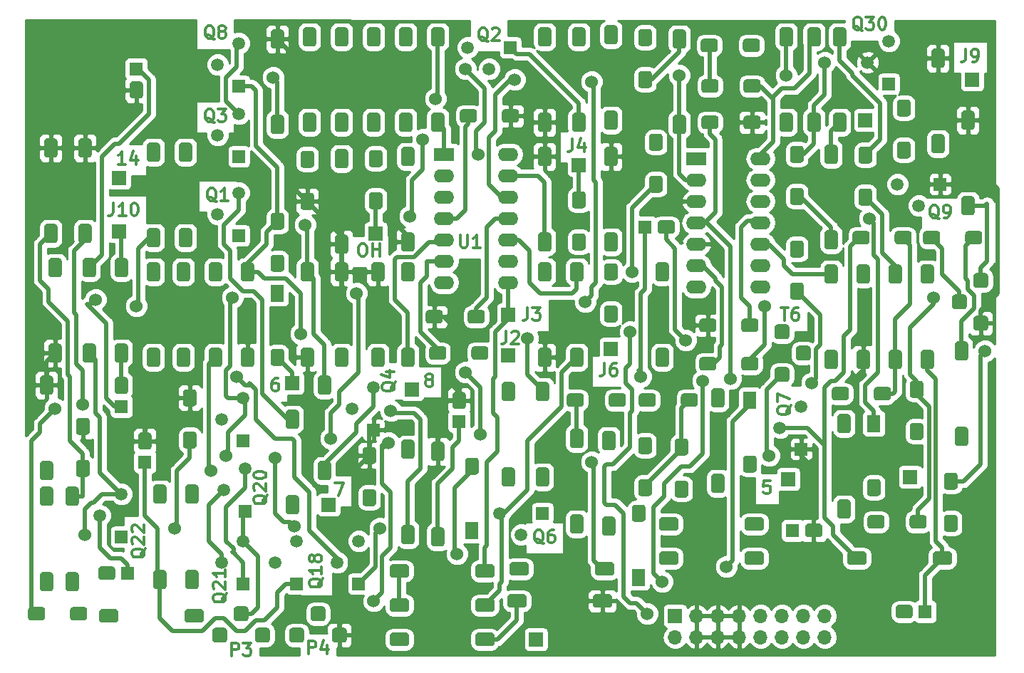
<source format=gbr>
G04 #@! TF.GenerationSoftware,KiCad,Pcbnew,(5.0.2)-1*
G04 #@! TF.CreationDate,2020-06-02T11:16:26+02:00*
G04 #@! TF.ProjectId,DR-110-HH,44522d31-3130-42d4-9848-2e6b69636164,rev?*
G04 #@! TF.SameCoordinates,Original*
G04 #@! TF.FileFunction,Copper,L1,Top*
G04 #@! TF.FilePolarity,Positive*
%FSLAX46Y46*%
G04 Gerber Fmt 4.6, Leading zero omitted, Abs format (unit mm)*
G04 Created by KiCad (PCBNEW (5.0.2)-1) date 02.06.2020 11:16:26*
%MOMM*%
%LPD*%
G01*
G04 APERTURE LIST*
G04 #@! TA.AperFunction,NonConductor*
%ADD10C,0.300000*%
G04 #@! TD*
G04 #@! TA.AperFunction,ComponentPad*
%ADD11R,1.700000X1.700000*%
G04 #@! TD*
G04 #@! TA.AperFunction,Conductor*
%ADD12C,0.100000*%
G04 #@! TD*
G04 #@! TA.AperFunction,ComponentPad*
%ADD13C,1.600000*%
G04 #@! TD*
G04 #@! TA.AperFunction,ComponentPad*
%ADD14O,2.400000X1.600000*%
G04 #@! TD*
G04 #@! TA.AperFunction,ComponentPad*
%ADD15R,2.400000X1.600000*%
G04 #@! TD*
G04 #@! TA.AperFunction,ComponentPad*
%ADD16R,1.600000X1.600000*%
G04 #@! TD*
G04 #@! TA.AperFunction,ComponentPad*
%ADD17R,1.600000X2.032000*%
G04 #@! TD*
G04 #@! TA.AperFunction,ComponentPad*
%ADD18O,1.700000X1.700000*%
G04 #@! TD*
G04 #@! TA.AperFunction,ComponentPad*
%ADD19C,1.778000*%
G04 #@! TD*
G04 #@! TA.AperFunction,ComponentPad*
%ADD20C,1.500000*%
G04 #@! TD*
G04 #@! TA.AperFunction,ComponentPad*
%ADD21R,1.500000X1.500000*%
G04 #@! TD*
G04 #@! TA.AperFunction,ViaPad*
%ADD22C,1.524000*%
G04 #@! TD*
G04 #@! TA.AperFunction,Conductor*
%ADD23C,0.508000*%
G04 #@! TD*
G04 #@! TA.AperFunction,Conductor*
%ADD24C,0.254000*%
G04 #@! TD*
G04 APERTURE END LIST*
D10*
X157488000Y-84522571D02*
X157488000Y-85594000D01*
X157416571Y-85808285D01*
X157273714Y-85951142D01*
X157059428Y-86022571D01*
X156916571Y-86022571D01*
X158845142Y-85022571D02*
X158845142Y-86022571D01*
X158488000Y-84451142D02*
X158130857Y-85522571D01*
X159059428Y-85522571D01*
X106739428Y-133191142D02*
X106668000Y-133334000D01*
X106525142Y-133476857D01*
X106310857Y-133691142D01*
X106239428Y-133834000D01*
X106239428Y-133976857D01*
X106596571Y-133905428D02*
X106525142Y-134048285D01*
X106382285Y-134191142D01*
X106096571Y-134262571D01*
X105596571Y-134262571D01*
X105310857Y-134191142D01*
X105168000Y-134048285D01*
X105096571Y-133905428D01*
X105096571Y-133619714D01*
X105168000Y-133476857D01*
X105310857Y-133334000D01*
X105596571Y-133262571D01*
X106096571Y-133262571D01*
X106382285Y-133334000D01*
X106525142Y-133476857D01*
X106596571Y-133619714D01*
X106596571Y-133905428D01*
X105239428Y-132691142D02*
X105168000Y-132619714D01*
X105096571Y-132476857D01*
X105096571Y-132119714D01*
X105168000Y-131976857D01*
X105239428Y-131905428D01*
X105382285Y-131834000D01*
X105525142Y-131834000D01*
X105739428Y-131905428D01*
X106596571Y-132762571D01*
X106596571Y-131834000D01*
X105239428Y-131262571D02*
X105168000Y-131191142D01*
X105096571Y-131048285D01*
X105096571Y-130691142D01*
X105168000Y-130548285D01*
X105239428Y-130476857D01*
X105382285Y-130405428D01*
X105525142Y-130405428D01*
X105739428Y-130476857D01*
X106596571Y-131334000D01*
X106596571Y-130405428D01*
X127821428Y-136747142D02*
X127750000Y-136890000D01*
X127607142Y-137032857D01*
X127392857Y-137247142D01*
X127321428Y-137390000D01*
X127321428Y-137532857D01*
X127678571Y-137461428D02*
X127607142Y-137604285D01*
X127464285Y-137747142D01*
X127178571Y-137818571D01*
X126678571Y-137818571D01*
X126392857Y-137747142D01*
X126250000Y-137604285D01*
X126178571Y-137461428D01*
X126178571Y-137175714D01*
X126250000Y-137032857D01*
X126392857Y-136890000D01*
X126678571Y-136818571D01*
X127178571Y-136818571D01*
X127464285Y-136890000D01*
X127607142Y-137032857D01*
X127678571Y-137175714D01*
X127678571Y-137461428D01*
X127678571Y-135390000D02*
X127678571Y-136247142D01*
X127678571Y-135818571D02*
X126178571Y-135818571D01*
X126392857Y-135961428D01*
X126535714Y-136104285D01*
X126607142Y-136247142D01*
X126821428Y-134532857D02*
X126750000Y-134675714D01*
X126678571Y-134747142D01*
X126535714Y-134818571D01*
X126464285Y-134818571D01*
X126321428Y-134747142D01*
X126250000Y-134675714D01*
X126178571Y-134532857D01*
X126178571Y-134247142D01*
X126250000Y-134104285D01*
X126321428Y-134032857D01*
X126464285Y-133961428D01*
X126535714Y-133961428D01*
X126678571Y-134032857D01*
X126750000Y-134104285D01*
X126821428Y-134247142D01*
X126821428Y-134532857D01*
X126892857Y-134675714D01*
X126964285Y-134747142D01*
X127107142Y-134818571D01*
X127392857Y-134818571D01*
X127535714Y-134747142D01*
X127607142Y-134675714D01*
X127678571Y-134532857D01*
X127678571Y-134247142D01*
X127607142Y-134104285D01*
X127535714Y-134032857D01*
X127392857Y-133961428D01*
X127107142Y-133961428D01*
X126964285Y-134032857D01*
X126892857Y-134104285D01*
X126821428Y-134247142D01*
X121217428Y-126841142D02*
X121146000Y-126984000D01*
X121003142Y-127126857D01*
X120788857Y-127341142D01*
X120717428Y-127484000D01*
X120717428Y-127626857D01*
X121074571Y-127555428D02*
X121003142Y-127698285D01*
X120860285Y-127841142D01*
X120574571Y-127912571D01*
X120074571Y-127912571D01*
X119788857Y-127841142D01*
X119646000Y-127698285D01*
X119574571Y-127555428D01*
X119574571Y-127269714D01*
X119646000Y-127126857D01*
X119788857Y-126984000D01*
X120074571Y-126912571D01*
X120574571Y-126912571D01*
X120860285Y-126984000D01*
X121003142Y-127126857D01*
X121074571Y-127269714D01*
X121074571Y-127555428D01*
X119717428Y-126341142D02*
X119646000Y-126269714D01*
X119574571Y-126126857D01*
X119574571Y-125769714D01*
X119646000Y-125626857D01*
X119717428Y-125555428D01*
X119860285Y-125484000D01*
X120003142Y-125484000D01*
X120217428Y-125555428D01*
X121074571Y-126412571D01*
X121074571Y-125484000D01*
X119574571Y-124555428D02*
X119574571Y-124412571D01*
X119646000Y-124269714D01*
X119717428Y-124198285D01*
X119860285Y-124126857D01*
X120146000Y-124055428D01*
X120503142Y-124055428D01*
X120788857Y-124126857D01*
X120931714Y-124198285D01*
X121003142Y-124269714D01*
X121074571Y-124412571D01*
X121074571Y-124555428D01*
X121003142Y-124698285D01*
X120931714Y-124769714D01*
X120788857Y-124841142D01*
X120503142Y-124912571D01*
X120146000Y-124912571D01*
X119860285Y-124841142D01*
X119717428Y-124769714D01*
X119646000Y-124698285D01*
X119574571Y-124555428D01*
X136457428Y-113426857D02*
X136386000Y-113569714D01*
X136243142Y-113712571D01*
X136028857Y-113926857D01*
X135957428Y-114069714D01*
X135957428Y-114212571D01*
X136314571Y-114141142D02*
X136243142Y-114284000D01*
X136100285Y-114426857D01*
X135814571Y-114498285D01*
X135314571Y-114498285D01*
X135028857Y-114426857D01*
X134886000Y-114284000D01*
X134814571Y-114141142D01*
X134814571Y-113855428D01*
X134886000Y-113712571D01*
X135028857Y-113569714D01*
X135314571Y-113498285D01*
X135814571Y-113498285D01*
X136100285Y-113569714D01*
X136243142Y-113712571D01*
X136314571Y-113855428D01*
X136314571Y-114141142D01*
X135314571Y-112212571D02*
X136314571Y-112212571D01*
X134743142Y-112569714D02*
X135814571Y-112926857D01*
X135814571Y-111998285D01*
X154035142Y-132647428D02*
X153892285Y-132576000D01*
X153749428Y-132433142D01*
X153535142Y-132218857D01*
X153392285Y-132147428D01*
X153249428Y-132147428D01*
X153320857Y-132504571D02*
X153178000Y-132433142D01*
X153035142Y-132290285D01*
X152963714Y-132004571D01*
X152963714Y-131504571D01*
X153035142Y-131218857D01*
X153178000Y-131076000D01*
X153320857Y-131004571D01*
X153606571Y-131004571D01*
X153749428Y-131076000D01*
X153892285Y-131218857D01*
X153963714Y-131504571D01*
X153963714Y-132004571D01*
X153892285Y-132290285D01*
X153749428Y-132433142D01*
X153606571Y-132504571D01*
X153320857Y-132504571D01*
X155249428Y-131004571D02*
X154963714Y-131004571D01*
X154820857Y-131076000D01*
X154749428Y-131147428D01*
X154606571Y-131361714D01*
X154535142Y-131647428D01*
X154535142Y-132218857D01*
X154606571Y-132361714D01*
X154678000Y-132433142D01*
X154820857Y-132504571D01*
X155106571Y-132504571D01*
X155249428Y-132433142D01*
X155320857Y-132361714D01*
X155392285Y-132218857D01*
X155392285Y-131861714D01*
X155320857Y-131718857D01*
X155249428Y-131647428D01*
X155106571Y-131576000D01*
X154820857Y-131576000D01*
X154678000Y-131647428D01*
X154606571Y-131718857D01*
X154535142Y-131861714D01*
X149614000Y-107382571D02*
X149614000Y-108454000D01*
X149542571Y-108668285D01*
X149399714Y-108811142D01*
X149185428Y-108882571D01*
X149042571Y-108882571D01*
X150256857Y-107525428D02*
X150328285Y-107454000D01*
X150471142Y-107382571D01*
X150828285Y-107382571D01*
X150971142Y-107454000D01*
X151042571Y-107525428D01*
X151114000Y-107668285D01*
X151114000Y-107811142D01*
X151042571Y-108025428D01*
X150185428Y-108882571D01*
X151114000Y-108882571D01*
X152154000Y-104588571D02*
X152154000Y-105660000D01*
X152082571Y-105874285D01*
X151939714Y-106017142D01*
X151725428Y-106088571D01*
X151582571Y-106088571D01*
X152725428Y-104588571D02*
X153654000Y-104588571D01*
X153154000Y-105160000D01*
X153368285Y-105160000D01*
X153511142Y-105231428D01*
X153582571Y-105302857D01*
X153654000Y-105445714D01*
X153654000Y-105802857D01*
X153582571Y-105945714D01*
X153511142Y-106017142D01*
X153368285Y-106088571D01*
X152939714Y-106088571D01*
X152796857Y-106017142D01*
X152725428Y-105945714D01*
X183447428Y-116220857D02*
X183376000Y-116363714D01*
X183233142Y-116506571D01*
X183018857Y-116720857D01*
X182947428Y-116863714D01*
X182947428Y-117006571D01*
X183304571Y-116935142D02*
X183233142Y-117078000D01*
X183090285Y-117220857D01*
X182804571Y-117292285D01*
X182304571Y-117292285D01*
X182018857Y-117220857D01*
X181876000Y-117078000D01*
X181804571Y-116935142D01*
X181804571Y-116649428D01*
X181876000Y-116506571D01*
X182018857Y-116363714D01*
X182304571Y-116292285D01*
X182804571Y-116292285D01*
X183090285Y-116363714D01*
X183233142Y-116506571D01*
X183304571Y-116649428D01*
X183304571Y-116935142D01*
X181804571Y-115792285D02*
X181804571Y-114792285D01*
X183304571Y-115435142D01*
X182245142Y-104588571D02*
X183102285Y-104588571D01*
X182673714Y-106088571D02*
X182673714Y-104588571D01*
X184245142Y-104588571D02*
X183959428Y-104588571D01*
X183816571Y-104660000D01*
X183745142Y-104731428D01*
X183602285Y-104945714D01*
X183530857Y-105231428D01*
X183530857Y-105802857D01*
X183602285Y-105945714D01*
X183673714Y-106017142D01*
X183816571Y-106088571D01*
X184102285Y-106088571D01*
X184245142Y-106017142D01*
X184316571Y-105945714D01*
X184388000Y-105802857D01*
X184388000Y-105445714D01*
X184316571Y-105302857D01*
X184245142Y-105231428D01*
X184102285Y-105160000D01*
X183816571Y-105160000D01*
X183673714Y-105231428D01*
X183602285Y-105302857D01*
X183530857Y-105445714D01*
X201025142Y-94039428D02*
X200882285Y-93968000D01*
X200739428Y-93825142D01*
X200525142Y-93610857D01*
X200382285Y-93539428D01*
X200239428Y-93539428D01*
X200310857Y-93896571D02*
X200168000Y-93825142D01*
X200025142Y-93682285D01*
X199953714Y-93396571D01*
X199953714Y-92896571D01*
X200025142Y-92610857D01*
X200168000Y-92468000D01*
X200310857Y-92396571D01*
X200596571Y-92396571D01*
X200739428Y-92468000D01*
X200882285Y-92610857D01*
X200953714Y-92896571D01*
X200953714Y-93396571D01*
X200882285Y-93682285D01*
X200739428Y-93825142D01*
X200596571Y-93896571D01*
X200310857Y-93896571D01*
X201668000Y-93896571D02*
X201953714Y-93896571D01*
X202096571Y-93825142D01*
X202168000Y-93753714D01*
X202310857Y-93539428D01*
X202382285Y-93253714D01*
X202382285Y-92682285D01*
X202310857Y-92539428D01*
X202239428Y-92468000D01*
X202096571Y-92396571D01*
X201810857Y-92396571D01*
X201668000Y-92468000D01*
X201596571Y-92539428D01*
X201525142Y-92682285D01*
X201525142Y-93039428D01*
X201596571Y-93182285D01*
X201668000Y-93253714D01*
X201810857Y-93325142D01*
X202096571Y-93325142D01*
X202239428Y-93253714D01*
X202310857Y-93182285D01*
X202382285Y-93039428D01*
X191928857Y-71687428D02*
X191786000Y-71616000D01*
X191643142Y-71473142D01*
X191428857Y-71258857D01*
X191286000Y-71187428D01*
X191143142Y-71187428D01*
X191214571Y-71544571D02*
X191071714Y-71473142D01*
X190928857Y-71330285D01*
X190857428Y-71044571D01*
X190857428Y-70544571D01*
X190928857Y-70258857D01*
X191071714Y-70116000D01*
X191214571Y-70044571D01*
X191500285Y-70044571D01*
X191643142Y-70116000D01*
X191786000Y-70258857D01*
X191857428Y-70544571D01*
X191857428Y-71044571D01*
X191786000Y-71330285D01*
X191643142Y-71473142D01*
X191500285Y-71544571D01*
X191214571Y-71544571D01*
X192357428Y-70044571D02*
X193286000Y-70044571D01*
X192786000Y-70616000D01*
X193000285Y-70616000D01*
X193143142Y-70687428D01*
X193214571Y-70758857D01*
X193286000Y-70901714D01*
X193286000Y-71258857D01*
X193214571Y-71401714D01*
X193143142Y-71473142D01*
X193000285Y-71544571D01*
X192571714Y-71544571D01*
X192428857Y-71473142D01*
X192357428Y-71401714D01*
X194214571Y-70044571D02*
X194357428Y-70044571D01*
X194500285Y-70116000D01*
X194571714Y-70187428D01*
X194643142Y-70330285D01*
X194714571Y-70616000D01*
X194714571Y-70973142D01*
X194643142Y-71258857D01*
X194571714Y-71401714D01*
X194500285Y-71473142D01*
X194357428Y-71544571D01*
X194214571Y-71544571D01*
X194071714Y-71473142D01*
X194000285Y-71401714D01*
X193928857Y-71258857D01*
X193857428Y-70973142D01*
X193857428Y-70616000D01*
X193928857Y-70330285D01*
X194000285Y-70187428D01*
X194071714Y-70116000D01*
X194214571Y-70044571D01*
X204224000Y-73854571D02*
X204224000Y-74926000D01*
X204152571Y-75140285D01*
X204009714Y-75283142D01*
X203795428Y-75354571D01*
X203652571Y-75354571D01*
X205009714Y-75354571D02*
X205295428Y-75354571D01*
X205438285Y-75283142D01*
X205509714Y-75211714D01*
X205652571Y-74997428D01*
X205724000Y-74711714D01*
X205724000Y-74140285D01*
X205652571Y-73997428D01*
X205581142Y-73926000D01*
X205438285Y-73854571D01*
X205152571Y-73854571D01*
X205009714Y-73926000D01*
X204938285Y-73997428D01*
X204866857Y-74140285D01*
X204866857Y-74497428D01*
X204938285Y-74640285D01*
X205009714Y-74711714D01*
X205152571Y-74783142D01*
X205438285Y-74783142D01*
X205581142Y-74711714D01*
X205652571Y-74640285D01*
X205724000Y-74497428D01*
X180951142Y-125162571D02*
X180236857Y-125162571D01*
X180165428Y-125876857D01*
X180236857Y-125805428D01*
X180379714Y-125734000D01*
X180736857Y-125734000D01*
X180879714Y-125805428D01*
X180951142Y-125876857D01*
X181022571Y-126019714D01*
X181022571Y-126376857D01*
X180951142Y-126519714D01*
X180879714Y-126591142D01*
X180736857Y-126662571D01*
X180379714Y-126662571D01*
X180236857Y-126591142D01*
X180165428Y-126519714D01*
X161298000Y-111192571D02*
X161298000Y-112264000D01*
X161226571Y-112478285D01*
X161083714Y-112621142D01*
X160869428Y-112692571D01*
X160726571Y-112692571D01*
X162655142Y-111192571D02*
X162369428Y-111192571D01*
X162226571Y-111264000D01*
X162155142Y-111335428D01*
X162012285Y-111549714D01*
X161940857Y-111835428D01*
X161940857Y-112406857D01*
X162012285Y-112549714D01*
X162083714Y-112621142D01*
X162226571Y-112692571D01*
X162512285Y-112692571D01*
X162655142Y-112621142D01*
X162726571Y-112549714D01*
X162798000Y-112406857D01*
X162798000Y-112049714D01*
X162726571Y-111906857D01*
X162655142Y-111835428D01*
X162512285Y-111764000D01*
X162226571Y-111764000D01*
X162083714Y-111835428D01*
X162012285Y-111906857D01*
X161940857Y-112049714D01*
X122459714Y-112970571D02*
X122174000Y-112970571D01*
X122031142Y-113042000D01*
X121959714Y-113113428D01*
X121816857Y-113327714D01*
X121745428Y-113613428D01*
X121745428Y-114184857D01*
X121816857Y-114327714D01*
X121888285Y-114399142D01*
X122031142Y-114470571D01*
X122316857Y-114470571D01*
X122459714Y-114399142D01*
X122531142Y-114327714D01*
X122602571Y-114184857D01*
X122602571Y-113827714D01*
X122531142Y-113684857D01*
X122459714Y-113613428D01*
X122316857Y-113542000D01*
X122031142Y-113542000D01*
X121888285Y-113613428D01*
X121816857Y-113684857D01*
X121745428Y-113827714D01*
X129294000Y-125416571D02*
X130294000Y-125416571D01*
X129651142Y-126916571D01*
X140319142Y-113105428D02*
X140176285Y-113034000D01*
X140104857Y-112962571D01*
X140033428Y-112819714D01*
X140033428Y-112748285D01*
X140104857Y-112605428D01*
X140176285Y-112534000D01*
X140319142Y-112462571D01*
X140604857Y-112462571D01*
X140747714Y-112534000D01*
X140819142Y-112605428D01*
X140890571Y-112748285D01*
X140890571Y-112819714D01*
X140819142Y-112962571D01*
X140747714Y-113034000D01*
X140604857Y-113105428D01*
X140319142Y-113105428D01*
X140176285Y-113176857D01*
X140104857Y-113248285D01*
X140033428Y-113391142D01*
X140033428Y-113676857D01*
X140104857Y-113819714D01*
X140176285Y-113891142D01*
X140319142Y-113962571D01*
X140604857Y-113962571D01*
X140747714Y-113891142D01*
X140819142Y-113819714D01*
X140890571Y-113676857D01*
X140890571Y-113391142D01*
X140819142Y-113248285D01*
X140747714Y-113176857D01*
X140604857Y-113105428D01*
X126146857Y-145712571D02*
X126146857Y-144212571D01*
X126718285Y-144212571D01*
X126861142Y-144284000D01*
X126932571Y-144355428D01*
X127004000Y-144498285D01*
X127004000Y-144712571D01*
X126932571Y-144855428D01*
X126861142Y-144926857D01*
X126718285Y-144998285D01*
X126146857Y-144998285D01*
X128289714Y-144712571D02*
X128289714Y-145712571D01*
X127932571Y-144141142D02*
X127575428Y-145212571D01*
X128504000Y-145212571D01*
X117002857Y-145966571D02*
X117002857Y-144466571D01*
X117574285Y-144466571D01*
X117717142Y-144538000D01*
X117788571Y-144609428D01*
X117860000Y-144752285D01*
X117860000Y-144966571D01*
X117788571Y-145109428D01*
X117717142Y-145180857D01*
X117574285Y-145252285D01*
X117002857Y-145252285D01*
X118360000Y-144466571D02*
X119288571Y-144466571D01*
X118788571Y-145038000D01*
X119002857Y-145038000D01*
X119145714Y-145109428D01*
X119217142Y-145180857D01*
X119288571Y-145323714D01*
X119288571Y-145680857D01*
X119217142Y-145823714D01*
X119145714Y-145895142D01*
X119002857Y-145966571D01*
X118574285Y-145966571D01*
X118431428Y-145895142D01*
X118360000Y-145823714D01*
X116391428Y-138525142D02*
X116320000Y-138668000D01*
X116177142Y-138810857D01*
X115962857Y-139025142D01*
X115891428Y-139168000D01*
X115891428Y-139310857D01*
X116248571Y-139239428D02*
X116177142Y-139382285D01*
X116034285Y-139525142D01*
X115748571Y-139596571D01*
X115248571Y-139596571D01*
X114962857Y-139525142D01*
X114820000Y-139382285D01*
X114748571Y-139239428D01*
X114748571Y-138953714D01*
X114820000Y-138810857D01*
X114962857Y-138668000D01*
X115248571Y-138596571D01*
X115748571Y-138596571D01*
X116034285Y-138668000D01*
X116177142Y-138810857D01*
X116248571Y-138953714D01*
X116248571Y-139239428D01*
X114891428Y-138025142D02*
X114820000Y-137953714D01*
X114748571Y-137810857D01*
X114748571Y-137453714D01*
X114820000Y-137310857D01*
X114891428Y-137239428D01*
X115034285Y-137168000D01*
X115177142Y-137168000D01*
X115391428Y-137239428D01*
X116248571Y-138096571D01*
X116248571Y-137168000D01*
X116248571Y-135739428D02*
X116248571Y-136596571D01*
X116248571Y-136168000D02*
X114748571Y-136168000D01*
X114962857Y-136310857D01*
X115105714Y-136453714D01*
X115177142Y-136596571D01*
X132421428Y-96968571D02*
X132707142Y-96968571D01*
X132850000Y-97040000D01*
X132992857Y-97182857D01*
X133064285Y-97468571D01*
X133064285Y-97968571D01*
X132992857Y-98254285D01*
X132850000Y-98397142D01*
X132707142Y-98468571D01*
X132421428Y-98468571D01*
X132278571Y-98397142D01*
X132135714Y-98254285D01*
X132064285Y-97968571D01*
X132064285Y-97468571D01*
X132135714Y-97182857D01*
X132278571Y-97040000D01*
X132421428Y-96968571D01*
X133707142Y-98468571D02*
X133707142Y-96968571D01*
X133707142Y-97682857D02*
X134564285Y-97682857D01*
X134564285Y-98468571D02*
X134564285Y-96968571D01*
X144145142Y-95952571D02*
X144145142Y-97166857D01*
X144216571Y-97309714D01*
X144288000Y-97381142D01*
X144430857Y-97452571D01*
X144716571Y-97452571D01*
X144859428Y-97381142D01*
X144930857Y-97309714D01*
X145002285Y-97166857D01*
X145002285Y-95952571D01*
X146502285Y-97452571D02*
X145645142Y-97452571D01*
X146073714Y-97452571D02*
X146073714Y-95952571D01*
X145930857Y-96166857D01*
X145788000Y-96309714D01*
X145645142Y-96381142D01*
X147431142Y-72957428D02*
X147288285Y-72886000D01*
X147145428Y-72743142D01*
X146931142Y-72528857D01*
X146788285Y-72457428D01*
X146645428Y-72457428D01*
X146716857Y-72814571D02*
X146574000Y-72743142D01*
X146431142Y-72600285D01*
X146359714Y-72314571D01*
X146359714Y-71814571D01*
X146431142Y-71528857D01*
X146574000Y-71386000D01*
X146716857Y-71314571D01*
X147002571Y-71314571D01*
X147145428Y-71386000D01*
X147288285Y-71528857D01*
X147359714Y-71814571D01*
X147359714Y-72314571D01*
X147288285Y-72600285D01*
X147145428Y-72743142D01*
X147002571Y-72814571D01*
X146716857Y-72814571D01*
X147931142Y-71457428D02*
X148002571Y-71386000D01*
X148145428Y-71314571D01*
X148502571Y-71314571D01*
X148645428Y-71386000D01*
X148716857Y-71457428D01*
X148788285Y-71600285D01*
X148788285Y-71743142D01*
X148716857Y-71957428D01*
X147859714Y-72814571D01*
X148788285Y-72814571D01*
X102925714Y-92142571D02*
X102925714Y-93214000D01*
X102854285Y-93428285D01*
X102711428Y-93571142D01*
X102497142Y-93642571D01*
X102354285Y-93642571D01*
X104425714Y-93642571D02*
X103568571Y-93642571D01*
X103997142Y-93642571D02*
X103997142Y-92142571D01*
X103854285Y-92356857D01*
X103711428Y-92499714D01*
X103568571Y-92571142D01*
X105354285Y-92142571D02*
X105497142Y-92142571D01*
X105640000Y-92214000D01*
X105711428Y-92285428D01*
X105782857Y-92428285D01*
X105854285Y-92714000D01*
X105854285Y-93071142D01*
X105782857Y-93356857D01*
X105711428Y-93499714D01*
X105640000Y-93571142D01*
X105497142Y-93642571D01*
X105354285Y-93642571D01*
X105211428Y-93571142D01*
X105140000Y-93499714D01*
X105068571Y-93356857D01*
X104997142Y-93071142D01*
X104997142Y-92714000D01*
X105068571Y-92428285D01*
X105140000Y-92285428D01*
X105211428Y-92214000D01*
X105354285Y-92142571D01*
X104362285Y-87546571D02*
X103505142Y-87546571D01*
X103933714Y-87546571D02*
X103933714Y-86046571D01*
X103790857Y-86260857D01*
X103648000Y-86403714D01*
X103505142Y-86475142D01*
X105648000Y-86546571D02*
X105648000Y-87546571D01*
X105290857Y-85975142D02*
X104933714Y-87046571D01*
X105862285Y-87046571D01*
X115173142Y-92007428D02*
X115030285Y-91936000D01*
X114887428Y-91793142D01*
X114673142Y-91578857D01*
X114530285Y-91507428D01*
X114387428Y-91507428D01*
X114458857Y-91864571D02*
X114316000Y-91793142D01*
X114173142Y-91650285D01*
X114101714Y-91364571D01*
X114101714Y-90864571D01*
X114173142Y-90578857D01*
X114316000Y-90436000D01*
X114458857Y-90364571D01*
X114744571Y-90364571D01*
X114887428Y-90436000D01*
X115030285Y-90578857D01*
X115101714Y-90864571D01*
X115101714Y-91364571D01*
X115030285Y-91650285D01*
X114887428Y-91793142D01*
X114744571Y-91864571D01*
X114458857Y-91864571D01*
X116530285Y-91864571D02*
X115673142Y-91864571D01*
X116101714Y-91864571D02*
X116101714Y-90364571D01*
X115958857Y-90578857D01*
X115816000Y-90721714D01*
X115673142Y-90793142D01*
X114919142Y-82609428D02*
X114776285Y-82538000D01*
X114633428Y-82395142D01*
X114419142Y-82180857D01*
X114276285Y-82109428D01*
X114133428Y-82109428D01*
X114204857Y-82466571D02*
X114062000Y-82395142D01*
X113919142Y-82252285D01*
X113847714Y-81966571D01*
X113847714Y-81466571D01*
X113919142Y-81180857D01*
X114062000Y-81038000D01*
X114204857Y-80966571D01*
X114490571Y-80966571D01*
X114633428Y-81038000D01*
X114776285Y-81180857D01*
X114847714Y-81466571D01*
X114847714Y-81966571D01*
X114776285Y-82252285D01*
X114633428Y-82395142D01*
X114490571Y-82466571D01*
X114204857Y-82466571D01*
X115347714Y-80966571D02*
X116276285Y-80966571D01*
X115776285Y-81538000D01*
X115990571Y-81538000D01*
X116133428Y-81609428D01*
X116204857Y-81680857D01*
X116276285Y-81823714D01*
X116276285Y-82180857D01*
X116204857Y-82323714D01*
X116133428Y-82395142D01*
X115990571Y-82466571D01*
X115562000Y-82466571D01*
X115419142Y-82395142D01*
X115347714Y-82323714D01*
X114919142Y-72703428D02*
X114776285Y-72632000D01*
X114633428Y-72489142D01*
X114419142Y-72274857D01*
X114276285Y-72203428D01*
X114133428Y-72203428D01*
X114204857Y-72560571D02*
X114062000Y-72489142D01*
X113919142Y-72346285D01*
X113847714Y-72060571D01*
X113847714Y-71560571D01*
X113919142Y-71274857D01*
X114062000Y-71132000D01*
X114204857Y-71060571D01*
X114490571Y-71060571D01*
X114633428Y-71132000D01*
X114776285Y-71274857D01*
X114847714Y-71560571D01*
X114847714Y-72060571D01*
X114776285Y-72346285D01*
X114633428Y-72489142D01*
X114490571Y-72560571D01*
X114204857Y-72560571D01*
X115704857Y-71703428D02*
X115562000Y-71632000D01*
X115490571Y-71560571D01*
X115419142Y-71417714D01*
X115419142Y-71346285D01*
X115490571Y-71203428D01*
X115562000Y-71132000D01*
X115704857Y-71060571D01*
X115990571Y-71060571D01*
X116133428Y-71132000D01*
X116204857Y-71203428D01*
X116276285Y-71346285D01*
X116276285Y-71417714D01*
X116204857Y-71560571D01*
X116133428Y-71632000D01*
X115990571Y-71703428D01*
X115704857Y-71703428D01*
X115562000Y-71774857D01*
X115490571Y-71846285D01*
X115419142Y-71989142D01*
X115419142Y-72274857D01*
X115490571Y-72417714D01*
X115562000Y-72489142D01*
X115704857Y-72560571D01*
X115990571Y-72560571D01*
X116133428Y-72489142D01*
X116204857Y-72417714D01*
X116276285Y-72274857D01*
X116276285Y-71989142D01*
X116204857Y-71846285D01*
X116133428Y-71774857D01*
X115990571Y-71703428D01*
D11*
G04 #@! TO.P,J5,1*
G04 #@! TO.N,VR2*
X153162000Y-144018000D03*
G04 #@! TD*
D12*
G04 #@! TO.N,Net-(C29-Pad2)*
G04 #@! TO.C,R52*
G36*
X183319207Y-81408926D02*
X183358036Y-81414686D01*
X183396114Y-81424224D01*
X183433073Y-81437448D01*
X183468559Y-81454231D01*
X183502228Y-81474412D01*
X183533757Y-81497796D01*
X183562843Y-81524157D01*
X183589204Y-81553243D01*
X183612588Y-81584772D01*
X183632769Y-81618441D01*
X183649552Y-81653927D01*
X183662776Y-81690886D01*
X183672314Y-81728964D01*
X183678074Y-81767793D01*
X183680000Y-81807000D01*
X183680000Y-83293000D01*
X183678074Y-83332207D01*
X183672314Y-83371036D01*
X183662776Y-83409114D01*
X183649552Y-83446073D01*
X183632769Y-83481559D01*
X183612588Y-83515228D01*
X183589204Y-83546757D01*
X183562843Y-83575843D01*
X183533757Y-83602204D01*
X183502228Y-83625588D01*
X183468559Y-83645769D01*
X183433073Y-83662552D01*
X183396114Y-83675776D01*
X183358036Y-83685314D01*
X183319207Y-83691074D01*
X183280000Y-83693000D01*
X182480000Y-83693000D01*
X182440793Y-83691074D01*
X182401964Y-83685314D01*
X182363886Y-83675776D01*
X182326927Y-83662552D01*
X182291441Y-83645769D01*
X182257772Y-83625588D01*
X182226243Y-83602204D01*
X182197157Y-83575843D01*
X182170796Y-83546757D01*
X182147412Y-83515228D01*
X182127231Y-83481559D01*
X182110448Y-83446073D01*
X182097224Y-83409114D01*
X182087686Y-83371036D01*
X182081926Y-83332207D01*
X182080000Y-83293000D01*
X182080000Y-81807000D01*
X182081926Y-81767793D01*
X182087686Y-81728964D01*
X182097224Y-81690886D01*
X182110448Y-81653927D01*
X182127231Y-81618441D01*
X182147412Y-81584772D01*
X182170796Y-81553243D01*
X182197157Y-81524157D01*
X182226243Y-81497796D01*
X182257772Y-81474412D01*
X182291441Y-81454231D01*
X182326927Y-81437448D01*
X182363886Y-81424224D01*
X182401964Y-81414686D01*
X182440793Y-81408926D01*
X182480000Y-81407000D01*
X183280000Y-81407000D01*
X183319207Y-81408926D01*
X183319207Y-81408926D01*
G37*
D13*
G04 #@! TD*
G04 #@! TO.P,R52,1*
G04 #@! TO.N,Net-(C29-Pad2)*
X182880000Y-82550000D03*
D12*
G04 #@! TO.N,Net-(R47-Pad2)*
G04 #@! TO.C,R52*
G36*
X183319207Y-71248926D02*
X183358036Y-71254686D01*
X183396114Y-71264224D01*
X183433073Y-71277448D01*
X183468559Y-71294231D01*
X183502228Y-71314412D01*
X183533757Y-71337796D01*
X183562843Y-71364157D01*
X183589204Y-71393243D01*
X183612588Y-71424772D01*
X183632769Y-71458441D01*
X183649552Y-71493927D01*
X183662776Y-71530886D01*
X183672314Y-71568964D01*
X183678074Y-71607793D01*
X183680000Y-71647000D01*
X183680000Y-73133000D01*
X183678074Y-73172207D01*
X183672314Y-73211036D01*
X183662776Y-73249114D01*
X183649552Y-73286073D01*
X183632769Y-73321559D01*
X183612588Y-73355228D01*
X183589204Y-73386757D01*
X183562843Y-73415843D01*
X183533757Y-73442204D01*
X183502228Y-73465588D01*
X183468559Y-73485769D01*
X183433073Y-73502552D01*
X183396114Y-73515776D01*
X183358036Y-73525314D01*
X183319207Y-73531074D01*
X183280000Y-73533000D01*
X182480000Y-73533000D01*
X182440793Y-73531074D01*
X182401964Y-73525314D01*
X182363886Y-73515776D01*
X182326927Y-73502552D01*
X182291441Y-73485769D01*
X182257772Y-73465588D01*
X182226243Y-73442204D01*
X182197157Y-73415843D01*
X182170796Y-73386757D01*
X182147412Y-73355228D01*
X182127231Y-73321559D01*
X182110448Y-73286073D01*
X182097224Y-73249114D01*
X182087686Y-73211036D01*
X182081926Y-73172207D01*
X182080000Y-73133000D01*
X182080000Y-71647000D01*
X182081926Y-71607793D01*
X182087686Y-71568964D01*
X182097224Y-71530886D01*
X182110448Y-71493927D01*
X182127231Y-71458441D01*
X182147412Y-71424772D01*
X182170796Y-71393243D01*
X182197157Y-71364157D01*
X182226243Y-71337796D01*
X182257772Y-71314412D01*
X182291441Y-71294231D01*
X182326927Y-71277448D01*
X182363886Y-71264224D01*
X182401964Y-71254686D01*
X182440793Y-71248926D01*
X182480000Y-71247000D01*
X183280000Y-71247000D01*
X183319207Y-71248926D01*
X183319207Y-71248926D01*
G37*
D13*
G04 #@! TD*
G04 #@! TO.P,R52,2*
G04 #@! TO.N,Net-(R47-Pad2)*
X182880000Y-72390000D03*
D14*
G04 #@! TO.P,U1,14*
G04 #@! TO.N,CymbalTrigger*
X149860000Y-86360000D03*
G04 #@! TO.P,U1,7*
G04 #@! TO.N,CLOSEDHatTrigger*
X142240000Y-101600000D03*
G04 #@! TO.P,U1,13*
G04 #@! TO.N,Net-(C5-Pad1)*
X149860000Y-88900000D03*
G04 #@! TO.P,U1,6*
G04 #@! TO.N,Net-(C4-Pad1)*
X142240000Y-99060000D03*
G04 #@! TO.P,U1,12*
G04 #@! TO.N,Net-(R19-Pad1)*
X149860000Y-91440000D03*
G04 #@! TO.P,U1,5*
G04 #@! TO.N,Net-(R15-Pad1)*
X142240000Y-96520000D03*
G04 #@! TO.P,U1,11*
G04 #@! TO.N,-12V*
X149860000Y-93980000D03*
G04 #@! TO.P,U1,4*
G04 #@! TO.N,+12V*
X142240000Y-93980000D03*
G04 #@! TO.P,U1,10*
G04 #@! TO.N,Net-(R48-Pad1)*
X149860000Y-96520000D03*
G04 #@! TO.P,U1,3*
G04 #@! TO.N,Net-(R2-Pad1)*
X142240000Y-91440000D03*
G04 #@! TO.P,U1,9*
G04 #@! TO.N,Net-(C9-Pad1)*
X149860000Y-99060000D03*
G04 #@! TO.P,U1,2*
G04 #@! TO.N,Net-(C1-Pad1)*
X142240000Y-88900000D03*
G04 #@! TO.P,U1,8*
G04 #@! TO.N,AccentTrigger*
X149860000Y-101600000D03*
D15*
G04 #@! TO.P,U1,1*
G04 #@! TO.N,OpenHatTrigger*
X142240000Y-86360000D03*
G04 #@! TD*
G04 #@! TO.P,U2,1*
G04 #@! TO.N,Net-(C29-Pad2)*
X172212000Y-86868000D03*
D14*
G04 #@! TO.P,U2,8*
G04 #@! TO.N,HiFilter*
X179832000Y-102108000D03*
G04 #@! TO.P,U2,2*
G04 #@! TO.N,Net-(R47-Pad2)*
X172212000Y-89408000D03*
G04 #@! TO.P,U2,9*
G04 #@! TO.N,Net-(C10-Pad1)*
X179832000Y-99568000D03*
G04 #@! TO.P,U2,3*
G04 #@! TO.N,GND*
X172212000Y-91948000D03*
G04 #@! TO.P,U2,10*
G04 #@! TO.N,Net-(R23-Pad1)*
X179832000Y-97028000D03*
G04 #@! TO.P,U2,4*
G04 #@! TO.N,+12V*
X172212000Y-94488000D03*
G04 #@! TO.P,U2,11*
G04 #@! TO.N,-12V*
X179832000Y-94488000D03*
G04 #@! TO.P,U2,5*
G04 #@! TO.N,GND*
X172212000Y-97028000D03*
G04 #@! TO.P,U2,12*
G04 #@! TO.N,Net-(R23-Pad1)*
X179832000Y-91948000D03*
G04 #@! TO.P,U2,6*
G04 #@! TO.N,Net-(C30-Pad2)*
X172212000Y-99568000D03*
G04 #@! TO.P,U2,13*
G04 #@! TO.N,Net-(C11-Pad1)*
X179832000Y-89408000D03*
G04 #@! TO.P,U2,7*
G04 #@! TO.N,Net-(C30-Pad1)*
X172212000Y-102108000D03*
G04 #@! TO.P,U2,14*
G04 #@! TO.N,LoFilter*
X179832000Y-86868000D03*
G04 #@! TD*
D12*
G04 #@! TO.N,Net-(C1-Pad1)*
G04 #@! TO.C,C1*
G36*
X134551207Y-85853926D02*
X134590036Y-85859686D01*
X134628114Y-85869224D01*
X134665073Y-85882448D01*
X134700559Y-85899231D01*
X134734228Y-85919412D01*
X134765757Y-85942796D01*
X134794843Y-85969157D01*
X134821204Y-85998243D01*
X134844588Y-86029772D01*
X134864769Y-86063441D01*
X134881552Y-86098927D01*
X134894776Y-86135886D01*
X134904314Y-86173964D01*
X134910074Y-86212793D01*
X134912000Y-86252000D01*
X134912000Y-87484000D01*
X134910074Y-87523207D01*
X134904314Y-87562036D01*
X134894776Y-87600114D01*
X134881552Y-87637073D01*
X134864769Y-87672559D01*
X134844588Y-87706228D01*
X134821204Y-87737757D01*
X134794843Y-87766843D01*
X134765757Y-87793204D01*
X134734228Y-87816588D01*
X134700559Y-87836769D01*
X134665073Y-87853552D01*
X134628114Y-87866776D01*
X134590036Y-87876314D01*
X134551207Y-87882074D01*
X134512000Y-87884000D01*
X133712000Y-87884000D01*
X133672793Y-87882074D01*
X133633964Y-87876314D01*
X133595886Y-87866776D01*
X133558927Y-87853552D01*
X133523441Y-87836769D01*
X133489772Y-87816588D01*
X133458243Y-87793204D01*
X133429157Y-87766843D01*
X133402796Y-87737757D01*
X133379412Y-87706228D01*
X133359231Y-87672559D01*
X133342448Y-87637073D01*
X133329224Y-87600114D01*
X133319686Y-87562036D01*
X133313926Y-87523207D01*
X133312000Y-87484000D01*
X133312000Y-86252000D01*
X133313926Y-86212793D01*
X133319686Y-86173964D01*
X133329224Y-86135886D01*
X133342448Y-86098927D01*
X133359231Y-86063441D01*
X133379412Y-86029772D01*
X133402796Y-85998243D01*
X133429157Y-85969157D01*
X133458243Y-85942796D01*
X133489772Y-85919412D01*
X133523441Y-85899231D01*
X133558927Y-85882448D01*
X133595886Y-85869224D01*
X133633964Y-85859686D01*
X133672793Y-85853926D01*
X133712000Y-85852000D01*
X134512000Y-85852000D01*
X134551207Y-85853926D01*
X134551207Y-85853926D01*
G37*
D13*
G04 #@! TD*
G04 #@! TO.P,C1,1*
G04 #@! TO.N,Net-(C1-Pad1)*
X134112000Y-86868000D03*
D12*
G04 #@! TO.N,Net-(C1-Pad2)*
G04 #@! TO.C,C1*
G36*
X134551207Y-90853926D02*
X134590036Y-90859686D01*
X134628114Y-90869224D01*
X134665073Y-90882448D01*
X134700559Y-90899231D01*
X134734228Y-90919412D01*
X134765757Y-90942796D01*
X134794843Y-90969157D01*
X134821204Y-90998243D01*
X134844588Y-91029772D01*
X134864769Y-91063441D01*
X134881552Y-91098927D01*
X134894776Y-91135886D01*
X134904314Y-91173964D01*
X134910074Y-91212793D01*
X134912000Y-91252000D01*
X134912000Y-92484000D01*
X134910074Y-92523207D01*
X134904314Y-92562036D01*
X134894776Y-92600114D01*
X134881552Y-92637073D01*
X134864769Y-92672559D01*
X134844588Y-92706228D01*
X134821204Y-92737757D01*
X134794843Y-92766843D01*
X134765757Y-92793204D01*
X134734228Y-92816588D01*
X134700559Y-92836769D01*
X134665073Y-92853552D01*
X134628114Y-92866776D01*
X134590036Y-92876314D01*
X134551207Y-92882074D01*
X134512000Y-92884000D01*
X133712000Y-92884000D01*
X133672793Y-92882074D01*
X133633964Y-92876314D01*
X133595886Y-92866776D01*
X133558927Y-92853552D01*
X133523441Y-92836769D01*
X133489772Y-92816588D01*
X133458243Y-92793204D01*
X133429157Y-92766843D01*
X133402796Y-92737757D01*
X133379412Y-92706228D01*
X133359231Y-92672559D01*
X133342448Y-92637073D01*
X133329224Y-92600114D01*
X133319686Y-92562036D01*
X133313926Y-92523207D01*
X133312000Y-92484000D01*
X133312000Y-91252000D01*
X133313926Y-91212793D01*
X133319686Y-91173964D01*
X133329224Y-91135886D01*
X133342448Y-91098927D01*
X133359231Y-91063441D01*
X133379412Y-91029772D01*
X133402796Y-90998243D01*
X133429157Y-90969157D01*
X133458243Y-90942796D01*
X133489772Y-90919412D01*
X133523441Y-90899231D01*
X133558927Y-90882448D01*
X133595886Y-90869224D01*
X133633964Y-90859686D01*
X133672793Y-90853926D01*
X133712000Y-90852000D01*
X134512000Y-90852000D01*
X134551207Y-90853926D01*
X134551207Y-90853926D01*
G37*
D13*
G04 #@! TD*
G04 #@! TO.P,C1,2*
G04 #@! TO.N,Net-(C1-Pad2)*
X134112000Y-91868000D03*
D12*
G04 #@! TO.N,Net-(C2-Pad2)*
G04 #@! TO.C,C2*
G36*
X126423207Y-85933926D02*
X126462036Y-85939686D01*
X126500114Y-85949224D01*
X126537073Y-85962448D01*
X126572559Y-85979231D01*
X126606228Y-85999412D01*
X126637757Y-86022796D01*
X126666843Y-86049157D01*
X126693204Y-86078243D01*
X126716588Y-86109772D01*
X126736769Y-86143441D01*
X126753552Y-86178927D01*
X126766776Y-86215886D01*
X126776314Y-86253964D01*
X126782074Y-86292793D01*
X126784000Y-86332000D01*
X126784000Y-87564000D01*
X126782074Y-87603207D01*
X126776314Y-87642036D01*
X126766776Y-87680114D01*
X126753552Y-87717073D01*
X126736769Y-87752559D01*
X126716588Y-87786228D01*
X126693204Y-87817757D01*
X126666843Y-87846843D01*
X126637757Y-87873204D01*
X126606228Y-87896588D01*
X126572559Y-87916769D01*
X126537073Y-87933552D01*
X126500114Y-87946776D01*
X126462036Y-87956314D01*
X126423207Y-87962074D01*
X126384000Y-87964000D01*
X125584000Y-87964000D01*
X125544793Y-87962074D01*
X125505964Y-87956314D01*
X125467886Y-87946776D01*
X125430927Y-87933552D01*
X125395441Y-87916769D01*
X125361772Y-87896588D01*
X125330243Y-87873204D01*
X125301157Y-87846843D01*
X125274796Y-87817757D01*
X125251412Y-87786228D01*
X125231231Y-87752559D01*
X125214448Y-87717073D01*
X125201224Y-87680114D01*
X125191686Y-87642036D01*
X125185926Y-87603207D01*
X125184000Y-87564000D01*
X125184000Y-86332000D01*
X125185926Y-86292793D01*
X125191686Y-86253964D01*
X125201224Y-86215886D01*
X125214448Y-86178927D01*
X125231231Y-86143441D01*
X125251412Y-86109772D01*
X125274796Y-86078243D01*
X125301157Y-86049157D01*
X125330243Y-86022796D01*
X125361772Y-85999412D01*
X125395441Y-85979231D01*
X125430927Y-85962448D01*
X125467886Y-85949224D01*
X125505964Y-85939686D01*
X125544793Y-85933926D01*
X125584000Y-85932000D01*
X126384000Y-85932000D01*
X126423207Y-85933926D01*
X126423207Y-85933926D01*
G37*
D13*
G04 #@! TD*
G04 #@! TO.P,C2,2*
G04 #@! TO.N,Net-(C2-Pad2)*
X125984000Y-86948000D03*
D12*
G04 #@! TO.N,GND*
G04 #@! TO.C,C2*
G36*
X126423207Y-90933926D02*
X126462036Y-90939686D01*
X126500114Y-90949224D01*
X126537073Y-90962448D01*
X126572559Y-90979231D01*
X126606228Y-90999412D01*
X126637757Y-91022796D01*
X126666843Y-91049157D01*
X126693204Y-91078243D01*
X126716588Y-91109772D01*
X126736769Y-91143441D01*
X126753552Y-91178927D01*
X126766776Y-91215886D01*
X126776314Y-91253964D01*
X126782074Y-91292793D01*
X126784000Y-91332000D01*
X126784000Y-92564000D01*
X126782074Y-92603207D01*
X126776314Y-92642036D01*
X126766776Y-92680114D01*
X126753552Y-92717073D01*
X126736769Y-92752559D01*
X126716588Y-92786228D01*
X126693204Y-92817757D01*
X126666843Y-92846843D01*
X126637757Y-92873204D01*
X126606228Y-92896588D01*
X126572559Y-92916769D01*
X126537073Y-92933552D01*
X126500114Y-92946776D01*
X126462036Y-92956314D01*
X126423207Y-92962074D01*
X126384000Y-92964000D01*
X125584000Y-92964000D01*
X125544793Y-92962074D01*
X125505964Y-92956314D01*
X125467886Y-92946776D01*
X125430927Y-92933552D01*
X125395441Y-92916769D01*
X125361772Y-92896588D01*
X125330243Y-92873204D01*
X125301157Y-92846843D01*
X125274796Y-92817757D01*
X125251412Y-92786228D01*
X125231231Y-92752559D01*
X125214448Y-92717073D01*
X125201224Y-92680114D01*
X125191686Y-92642036D01*
X125185926Y-92603207D01*
X125184000Y-92564000D01*
X125184000Y-91332000D01*
X125185926Y-91292793D01*
X125191686Y-91253964D01*
X125201224Y-91215886D01*
X125214448Y-91178927D01*
X125231231Y-91143441D01*
X125251412Y-91109772D01*
X125274796Y-91078243D01*
X125301157Y-91049157D01*
X125330243Y-91022796D01*
X125361772Y-90999412D01*
X125395441Y-90979231D01*
X125430927Y-90962448D01*
X125467886Y-90949224D01*
X125505964Y-90939686D01*
X125544793Y-90933926D01*
X125584000Y-90932000D01*
X126384000Y-90932000D01*
X126423207Y-90933926D01*
X126423207Y-90933926D01*
G37*
D13*
G04 #@! TD*
G04 #@! TO.P,C2,1*
G04 #@! TO.N,GND*
X125984000Y-91948000D03*
D12*
G04 #@! TO.N,GND*
G04 #@! TO.C,C3*
G36*
X112453207Y-114301926D02*
X112492036Y-114307686D01*
X112530114Y-114317224D01*
X112567073Y-114330448D01*
X112602559Y-114347231D01*
X112636228Y-114367412D01*
X112667757Y-114390796D01*
X112696843Y-114417157D01*
X112723204Y-114446243D01*
X112746588Y-114477772D01*
X112766769Y-114511441D01*
X112783552Y-114546927D01*
X112796776Y-114583886D01*
X112806314Y-114621964D01*
X112812074Y-114660793D01*
X112814000Y-114700000D01*
X112814000Y-115932000D01*
X112812074Y-115971207D01*
X112806314Y-116010036D01*
X112796776Y-116048114D01*
X112783552Y-116085073D01*
X112766769Y-116120559D01*
X112746588Y-116154228D01*
X112723204Y-116185757D01*
X112696843Y-116214843D01*
X112667757Y-116241204D01*
X112636228Y-116264588D01*
X112602559Y-116284769D01*
X112567073Y-116301552D01*
X112530114Y-116314776D01*
X112492036Y-116324314D01*
X112453207Y-116330074D01*
X112414000Y-116332000D01*
X111614000Y-116332000D01*
X111574793Y-116330074D01*
X111535964Y-116324314D01*
X111497886Y-116314776D01*
X111460927Y-116301552D01*
X111425441Y-116284769D01*
X111391772Y-116264588D01*
X111360243Y-116241204D01*
X111331157Y-116214843D01*
X111304796Y-116185757D01*
X111281412Y-116154228D01*
X111261231Y-116120559D01*
X111244448Y-116085073D01*
X111231224Y-116048114D01*
X111221686Y-116010036D01*
X111215926Y-115971207D01*
X111214000Y-115932000D01*
X111214000Y-114700000D01*
X111215926Y-114660793D01*
X111221686Y-114621964D01*
X111231224Y-114583886D01*
X111244448Y-114546927D01*
X111261231Y-114511441D01*
X111281412Y-114477772D01*
X111304796Y-114446243D01*
X111331157Y-114417157D01*
X111360243Y-114390796D01*
X111391772Y-114367412D01*
X111425441Y-114347231D01*
X111460927Y-114330448D01*
X111497886Y-114317224D01*
X111535964Y-114307686D01*
X111574793Y-114301926D01*
X111614000Y-114300000D01*
X112414000Y-114300000D01*
X112453207Y-114301926D01*
X112453207Y-114301926D01*
G37*
D13*
G04 #@! TD*
G04 #@! TO.P,C3,1*
G04 #@! TO.N,GND*
X112014000Y-115316000D03*
D12*
G04 #@! TO.N,Net-(C3-Pad2)*
G04 #@! TO.C,C3*
G36*
X112453207Y-119301926D02*
X112492036Y-119307686D01*
X112530114Y-119317224D01*
X112567073Y-119330448D01*
X112602559Y-119347231D01*
X112636228Y-119367412D01*
X112667757Y-119390796D01*
X112696843Y-119417157D01*
X112723204Y-119446243D01*
X112746588Y-119477772D01*
X112766769Y-119511441D01*
X112783552Y-119546927D01*
X112796776Y-119583886D01*
X112806314Y-119621964D01*
X112812074Y-119660793D01*
X112814000Y-119700000D01*
X112814000Y-120932000D01*
X112812074Y-120971207D01*
X112806314Y-121010036D01*
X112796776Y-121048114D01*
X112783552Y-121085073D01*
X112766769Y-121120559D01*
X112746588Y-121154228D01*
X112723204Y-121185757D01*
X112696843Y-121214843D01*
X112667757Y-121241204D01*
X112636228Y-121264588D01*
X112602559Y-121284769D01*
X112567073Y-121301552D01*
X112530114Y-121314776D01*
X112492036Y-121324314D01*
X112453207Y-121330074D01*
X112414000Y-121332000D01*
X111614000Y-121332000D01*
X111574793Y-121330074D01*
X111535964Y-121324314D01*
X111497886Y-121314776D01*
X111460927Y-121301552D01*
X111425441Y-121284769D01*
X111391772Y-121264588D01*
X111360243Y-121241204D01*
X111331157Y-121214843D01*
X111304796Y-121185757D01*
X111281412Y-121154228D01*
X111261231Y-121120559D01*
X111244448Y-121085073D01*
X111231224Y-121048114D01*
X111221686Y-121010036D01*
X111215926Y-120971207D01*
X111214000Y-120932000D01*
X111214000Y-119700000D01*
X111215926Y-119660793D01*
X111221686Y-119621964D01*
X111231224Y-119583886D01*
X111244448Y-119546927D01*
X111261231Y-119511441D01*
X111281412Y-119477772D01*
X111304796Y-119446243D01*
X111331157Y-119417157D01*
X111360243Y-119390796D01*
X111391772Y-119367412D01*
X111425441Y-119347231D01*
X111460927Y-119330448D01*
X111497886Y-119317224D01*
X111535964Y-119307686D01*
X111574793Y-119301926D01*
X111614000Y-119300000D01*
X112414000Y-119300000D01*
X112453207Y-119301926D01*
X112453207Y-119301926D01*
G37*
D13*
G04 #@! TD*
G04 #@! TO.P,C3,2*
G04 #@! TO.N,Net-(C3-Pad2)*
X112014000Y-120316000D03*
D12*
G04 #@! TO.N,Net-(C4-Pad1)*
G04 #@! TO.C,C4*
G36*
X142133207Y-109183926D02*
X142172036Y-109189686D01*
X142210114Y-109199224D01*
X142247073Y-109212448D01*
X142282559Y-109229231D01*
X142316228Y-109249412D01*
X142347757Y-109272796D01*
X142376843Y-109299157D01*
X142403204Y-109328243D01*
X142426588Y-109359772D01*
X142446769Y-109393441D01*
X142463552Y-109428927D01*
X142476776Y-109465886D01*
X142486314Y-109503964D01*
X142492074Y-109542793D01*
X142494000Y-109582000D01*
X142494000Y-110382000D01*
X142492074Y-110421207D01*
X142486314Y-110460036D01*
X142476776Y-110498114D01*
X142463552Y-110535073D01*
X142446769Y-110570559D01*
X142426588Y-110604228D01*
X142403204Y-110635757D01*
X142376843Y-110664843D01*
X142347757Y-110691204D01*
X142316228Y-110714588D01*
X142282559Y-110734769D01*
X142247073Y-110751552D01*
X142210114Y-110764776D01*
X142172036Y-110774314D01*
X142133207Y-110780074D01*
X142094000Y-110782000D01*
X140862000Y-110782000D01*
X140822793Y-110780074D01*
X140783964Y-110774314D01*
X140745886Y-110764776D01*
X140708927Y-110751552D01*
X140673441Y-110734769D01*
X140639772Y-110714588D01*
X140608243Y-110691204D01*
X140579157Y-110664843D01*
X140552796Y-110635757D01*
X140529412Y-110604228D01*
X140509231Y-110570559D01*
X140492448Y-110535073D01*
X140479224Y-110498114D01*
X140469686Y-110460036D01*
X140463926Y-110421207D01*
X140462000Y-110382000D01*
X140462000Y-109582000D01*
X140463926Y-109542793D01*
X140469686Y-109503964D01*
X140479224Y-109465886D01*
X140492448Y-109428927D01*
X140509231Y-109393441D01*
X140529412Y-109359772D01*
X140552796Y-109328243D01*
X140579157Y-109299157D01*
X140608243Y-109272796D01*
X140639772Y-109249412D01*
X140673441Y-109229231D01*
X140708927Y-109212448D01*
X140745886Y-109199224D01*
X140783964Y-109189686D01*
X140822793Y-109183926D01*
X140862000Y-109182000D01*
X142094000Y-109182000D01*
X142133207Y-109183926D01*
X142133207Y-109183926D01*
G37*
D13*
G04 #@! TD*
G04 #@! TO.P,C4,1*
G04 #@! TO.N,Net-(C4-Pad1)*
X141478000Y-109982000D03*
D12*
G04 #@! TO.N,Net-(C4-Pad2)*
G04 #@! TO.C,C4*
G36*
X147133207Y-109183926D02*
X147172036Y-109189686D01*
X147210114Y-109199224D01*
X147247073Y-109212448D01*
X147282559Y-109229231D01*
X147316228Y-109249412D01*
X147347757Y-109272796D01*
X147376843Y-109299157D01*
X147403204Y-109328243D01*
X147426588Y-109359772D01*
X147446769Y-109393441D01*
X147463552Y-109428927D01*
X147476776Y-109465886D01*
X147486314Y-109503964D01*
X147492074Y-109542793D01*
X147494000Y-109582000D01*
X147494000Y-110382000D01*
X147492074Y-110421207D01*
X147486314Y-110460036D01*
X147476776Y-110498114D01*
X147463552Y-110535073D01*
X147446769Y-110570559D01*
X147426588Y-110604228D01*
X147403204Y-110635757D01*
X147376843Y-110664843D01*
X147347757Y-110691204D01*
X147316228Y-110714588D01*
X147282559Y-110734769D01*
X147247073Y-110751552D01*
X147210114Y-110764776D01*
X147172036Y-110774314D01*
X147133207Y-110780074D01*
X147094000Y-110782000D01*
X145862000Y-110782000D01*
X145822793Y-110780074D01*
X145783964Y-110774314D01*
X145745886Y-110764776D01*
X145708927Y-110751552D01*
X145673441Y-110734769D01*
X145639772Y-110714588D01*
X145608243Y-110691204D01*
X145579157Y-110664843D01*
X145552796Y-110635757D01*
X145529412Y-110604228D01*
X145509231Y-110570559D01*
X145492448Y-110535073D01*
X145479224Y-110498114D01*
X145469686Y-110460036D01*
X145463926Y-110421207D01*
X145462000Y-110382000D01*
X145462000Y-109582000D01*
X145463926Y-109542793D01*
X145469686Y-109503964D01*
X145479224Y-109465886D01*
X145492448Y-109428927D01*
X145509231Y-109393441D01*
X145529412Y-109359772D01*
X145552796Y-109328243D01*
X145579157Y-109299157D01*
X145608243Y-109272796D01*
X145639772Y-109249412D01*
X145673441Y-109229231D01*
X145708927Y-109212448D01*
X145745886Y-109199224D01*
X145783964Y-109189686D01*
X145822793Y-109183926D01*
X145862000Y-109182000D01*
X147094000Y-109182000D01*
X147133207Y-109183926D01*
X147133207Y-109183926D01*
G37*
D13*
G04 #@! TD*
G04 #@! TO.P,C4,2*
G04 #@! TO.N,Net-(C4-Pad2)*
X146478000Y-109982000D03*
D12*
G04 #@! TO.N,Net-(C5-Pad2)*
G04 #@! TO.C,C5*
G36*
X158681207Y-90759926D02*
X158720036Y-90765686D01*
X158758114Y-90775224D01*
X158795073Y-90788448D01*
X158830559Y-90805231D01*
X158864228Y-90825412D01*
X158895757Y-90848796D01*
X158924843Y-90875157D01*
X158951204Y-90904243D01*
X158974588Y-90935772D01*
X158994769Y-90969441D01*
X159011552Y-91004927D01*
X159024776Y-91041886D01*
X159034314Y-91079964D01*
X159040074Y-91118793D01*
X159042000Y-91158000D01*
X159042000Y-92390000D01*
X159040074Y-92429207D01*
X159034314Y-92468036D01*
X159024776Y-92506114D01*
X159011552Y-92543073D01*
X158994769Y-92578559D01*
X158974588Y-92612228D01*
X158951204Y-92643757D01*
X158924843Y-92672843D01*
X158895757Y-92699204D01*
X158864228Y-92722588D01*
X158830559Y-92742769D01*
X158795073Y-92759552D01*
X158758114Y-92772776D01*
X158720036Y-92782314D01*
X158681207Y-92788074D01*
X158642000Y-92790000D01*
X157842000Y-92790000D01*
X157802793Y-92788074D01*
X157763964Y-92782314D01*
X157725886Y-92772776D01*
X157688927Y-92759552D01*
X157653441Y-92742769D01*
X157619772Y-92722588D01*
X157588243Y-92699204D01*
X157559157Y-92672843D01*
X157532796Y-92643757D01*
X157509412Y-92612228D01*
X157489231Y-92578559D01*
X157472448Y-92543073D01*
X157459224Y-92506114D01*
X157449686Y-92468036D01*
X157443926Y-92429207D01*
X157442000Y-92390000D01*
X157442000Y-91158000D01*
X157443926Y-91118793D01*
X157449686Y-91079964D01*
X157459224Y-91041886D01*
X157472448Y-91004927D01*
X157489231Y-90969441D01*
X157509412Y-90935772D01*
X157532796Y-90904243D01*
X157559157Y-90875157D01*
X157588243Y-90848796D01*
X157619772Y-90825412D01*
X157653441Y-90805231D01*
X157688927Y-90788448D01*
X157725886Y-90775224D01*
X157763964Y-90765686D01*
X157802793Y-90759926D01*
X157842000Y-90758000D01*
X158642000Y-90758000D01*
X158681207Y-90759926D01*
X158681207Y-90759926D01*
G37*
D13*
G04 #@! TD*
G04 #@! TO.P,C5,2*
G04 #@! TO.N,Net-(C5-Pad2)*
X158242000Y-91774000D03*
D12*
G04 #@! TO.N,Net-(C5-Pad1)*
G04 #@! TO.C,C5*
G36*
X158681207Y-95759926D02*
X158720036Y-95765686D01*
X158758114Y-95775224D01*
X158795073Y-95788448D01*
X158830559Y-95805231D01*
X158864228Y-95825412D01*
X158895757Y-95848796D01*
X158924843Y-95875157D01*
X158951204Y-95904243D01*
X158974588Y-95935772D01*
X158994769Y-95969441D01*
X159011552Y-96004927D01*
X159024776Y-96041886D01*
X159034314Y-96079964D01*
X159040074Y-96118793D01*
X159042000Y-96158000D01*
X159042000Y-97390000D01*
X159040074Y-97429207D01*
X159034314Y-97468036D01*
X159024776Y-97506114D01*
X159011552Y-97543073D01*
X158994769Y-97578559D01*
X158974588Y-97612228D01*
X158951204Y-97643757D01*
X158924843Y-97672843D01*
X158895757Y-97699204D01*
X158864228Y-97722588D01*
X158830559Y-97742769D01*
X158795073Y-97759552D01*
X158758114Y-97772776D01*
X158720036Y-97782314D01*
X158681207Y-97788074D01*
X158642000Y-97790000D01*
X157842000Y-97790000D01*
X157802793Y-97788074D01*
X157763964Y-97782314D01*
X157725886Y-97772776D01*
X157688927Y-97759552D01*
X157653441Y-97742769D01*
X157619772Y-97722588D01*
X157588243Y-97699204D01*
X157559157Y-97672843D01*
X157532796Y-97643757D01*
X157509412Y-97612228D01*
X157489231Y-97578559D01*
X157472448Y-97543073D01*
X157459224Y-97506114D01*
X157449686Y-97468036D01*
X157443926Y-97429207D01*
X157442000Y-97390000D01*
X157442000Y-96158000D01*
X157443926Y-96118793D01*
X157449686Y-96079964D01*
X157459224Y-96041886D01*
X157472448Y-96004927D01*
X157489231Y-95969441D01*
X157509412Y-95935772D01*
X157532796Y-95904243D01*
X157559157Y-95875157D01*
X157588243Y-95848796D01*
X157619772Y-95825412D01*
X157653441Y-95805231D01*
X157688927Y-95788448D01*
X157725886Y-95775224D01*
X157763964Y-95765686D01*
X157802793Y-95759926D01*
X157842000Y-95758000D01*
X158642000Y-95758000D01*
X158681207Y-95759926D01*
X158681207Y-95759926D01*
G37*
D13*
G04 #@! TD*
G04 #@! TO.P,C5,1*
G04 #@! TO.N,Net-(C5-Pad1)*
X158242000Y-96774000D03*
D12*
G04 #@! TO.N,Net-(C6-Pad2)*
G04 #@! TO.C,C6*
G36*
X158469207Y-114771926D02*
X158508036Y-114777686D01*
X158546114Y-114787224D01*
X158583073Y-114800448D01*
X158618559Y-114817231D01*
X158652228Y-114837412D01*
X158683757Y-114860796D01*
X158712843Y-114887157D01*
X158739204Y-114916243D01*
X158762588Y-114947772D01*
X158782769Y-114981441D01*
X158799552Y-115016927D01*
X158812776Y-115053886D01*
X158822314Y-115091964D01*
X158828074Y-115130793D01*
X158830000Y-115170000D01*
X158830000Y-115970000D01*
X158828074Y-116009207D01*
X158822314Y-116048036D01*
X158812776Y-116086114D01*
X158799552Y-116123073D01*
X158782769Y-116158559D01*
X158762588Y-116192228D01*
X158739204Y-116223757D01*
X158712843Y-116252843D01*
X158683757Y-116279204D01*
X158652228Y-116302588D01*
X158618559Y-116322769D01*
X158583073Y-116339552D01*
X158546114Y-116352776D01*
X158508036Y-116362314D01*
X158469207Y-116368074D01*
X158430000Y-116370000D01*
X157198000Y-116370000D01*
X157158793Y-116368074D01*
X157119964Y-116362314D01*
X157081886Y-116352776D01*
X157044927Y-116339552D01*
X157009441Y-116322769D01*
X156975772Y-116302588D01*
X156944243Y-116279204D01*
X156915157Y-116252843D01*
X156888796Y-116223757D01*
X156865412Y-116192228D01*
X156845231Y-116158559D01*
X156828448Y-116123073D01*
X156815224Y-116086114D01*
X156805686Y-116048036D01*
X156799926Y-116009207D01*
X156798000Y-115970000D01*
X156798000Y-115170000D01*
X156799926Y-115130793D01*
X156805686Y-115091964D01*
X156815224Y-115053886D01*
X156828448Y-115016927D01*
X156845231Y-114981441D01*
X156865412Y-114947772D01*
X156888796Y-114916243D01*
X156915157Y-114887157D01*
X156944243Y-114860796D01*
X156975772Y-114837412D01*
X157009441Y-114817231D01*
X157044927Y-114800448D01*
X157081886Y-114787224D01*
X157119964Y-114777686D01*
X157158793Y-114771926D01*
X157198000Y-114770000D01*
X158430000Y-114770000D01*
X158469207Y-114771926D01*
X158469207Y-114771926D01*
G37*
D13*
G04 #@! TD*
G04 #@! TO.P,C6,2*
G04 #@! TO.N,Net-(C6-Pad2)*
X157814000Y-115570000D03*
D12*
G04 #@! TO.N,Net-(C22-Pad1)*
G04 #@! TO.C,C6*
G36*
X163469207Y-114771926D02*
X163508036Y-114777686D01*
X163546114Y-114787224D01*
X163583073Y-114800448D01*
X163618559Y-114817231D01*
X163652228Y-114837412D01*
X163683757Y-114860796D01*
X163712843Y-114887157D01*
X163739204Y-114916243D01*
X163762588Y-114947772D01*
X163782769Y-114981441D01*
X163799552Y-115016927D01*
X163812776Y-115053886D01*
X163822314Y-115091964D01*
X163828074Y-115130793D01*
X163830000Y-115170000D01*
X163830000Y-115970000D01*
X163828074Y-116009207D01*
X163822314Y-116048036D01*
X163812776Y-116086114D01*
X163799552Y-116123073D01*
X163782769Y-116158559D01*
X163762588Y-116192228D01*
X163739204Y-116223757D01*
X163712843Y-116252843D01*
X163683757Y-116279204D01*
X163652228Y-116302588D01*
X163618559Y-116322769D01*
X163583073Y-116339552D01*
X163546114Y-116352776D01*
X163508036Y-116362314D01*
X163469207Y-116368074D01*
X163430000Y-116370000D01*
X162198000Y-116370000D01*
X162158793Y-116368074D01*
X162119964Y-116362314D01*
X162081886Y-116352776D01*
X162044927Y-116339552D01*
X162009441Y-116322769D01*
X161975772Y-116302588D01*
X161944243Y-116279204D01*
X161915157Y-116252843D01*
X161888796Y-116223757D01*
X161865412Y-116192228D01*
X161845231Y-116158559D01*
X161828448Y-116123073D01*
X161815224Y-116086114D01*
X161805686Y-116048036D01*
X161799926Y-116009207D01*
X161798000Y-115970000D01*
X161798000Y-115170000D01*
X161799926Y-115130793D01*
X161805686Y-115091964D01*
X161815224Y-115053886D01*
X161828448Y-115016927D01*
X161845231Y-114981441D01*
X161865412Y-114947772D01*
X161888796Y-114916243D01*
X161915157Y-114887157D01*
X161944243Y-114860796D01*
X161975772Y-114837412D01*
X162009441Y-114817231D01*
X162044927Y-114800448D01*
X162081886Y-114787224D01*
X162119964Y-114777686D01*
X162158793Y-114771926D01*
X162198000Y-114770000D01*
X163430000Y-114770000D01*
X163469207Y-114771926D01*
X163469207Y-114771926D01*
G37*
D13*
G04 #@! TD*
G04 #@! TO.P,C6,1*
G04 #@! TO.N,Net-(C22-Pad1)*
X162814000Y-115570000D03*
D12*
G04 #@! TO.N,Net-(C7-Pad2)*
G04 #@! TO.C,C7*
G36*
X170873207Y-125143926D02*
X170912036Y-125149686D01*
X170950114Y-125159224D01*
X170987073Y-125172448D01*
X171022559Y-125189231D01*
X171056228Y-125209412D01*
X171087757Y-125232796D01*
X171116843Y-125259157D01*
X171143204Y-125288243D01*
X171166588Y-125319772D01*
X171186769Y-125353441D01*
X171203552Y-125388927D01*
X171216776Y-125425886D01*
X171226314Y-125463964D01*
X171232074Y-125502793D01*
X171234000Y-125542000D01*
X171234000Y-126774000D01*
X171232074Y-126813207D01*
X171226314Y-126852036D01*
X171216776Y-126890114D01*
X171203552Y-126927073D01*
X171186769Y-126962559D01*
X171166588Y-126996228D01*
X171143204Y-127027757D01*
X171116843Y-127056843D01*
X171087757Y-127083204D01*
X171056228Y-127106588D01*
X171022559Y-127126769D01*
X170987073Y-127143552D01*
X170950114Y-127156776D01*
X170912036Y-127166314D01*
X170873207Y-127172074D01*
X170834000Y-127174000D01*
X170034000Y-127174000D01*
X169994793Y-127172074D01*
X169955964Y-127166314D01*
X169917886Y-127156776D01*
X169880927Y-127143552D01*
X169845441Y-127126769D01*
X169811772Y-127106588D01*
X169780243Y-127083204D01*
X169751157Y-127056843D01*
X169724796Y-127027757D01*
X169701412Y-126996228D01*
X169681231Y-126962559D01*
X169664448Y-126927073D01*
X169651224Y-126890114D01*
X169641686Y-126852036D01*
X169635926Y-126813207D01*
X169634000Y-126774000D01*
X169634000Y-125542000D01*
X169635926Y-125502793D01*
X169641686Y-125463964D01*
X169651224Y-125425886D01*
X169664448Y-125388927D01*
X169681231Y-125353441D01*
X169701412Y-125319772D01*
X169724796Y-125288243D01*
X169751157Y-125259157D01*
X169780243Y-125232796D01*
X169811772Y-125209412D01*
X169845441Y-125189231D01*
X169880927Y-125172448D01*
X169917886Y-125159224D01*
X169955964Y-125149686D01*
X169994793Y-125143926D01*
X170034000Y-125142000D01*
X170834000Y-125142000D01*
X170873207Y-125143926D01*
X170873207Y-125143926D01*
G37*
D13*
G04 #@! TD*
G04 #@! TO.P,C7,2*
G04 #@! TO.N,Net-(C7-Pad2)*
X170434000Y-126158000D03*
D12*
G04 #@! TO.N,Net-(C22-Pad1)*
G04 #@! TO.C,C7*
G36*
X170873207Y-120143926D02*
X170912036Y-120149686D01*
X170950114Y-120159224D01*
X170987073Y-120172448D01*
X171022559Y-120189231D01*
X171056228Y-120209412D01*
X171087757Y-120232796D01*
X171116843Y-120259157D01*
X171143204Y-120288243D01*
X171166588Y-120319772D01*
X171186769Y-120353441D01*
X171203552Y-120388927D01*
X171216776Y-120425886D01*
X171226314Y-120463964D01*
X171232074Y-120502793D01*
X171234000Y-120542000D01*
X171234000Y-121774000D01*
X171232074Y-121813207D01*
X171226314Y-121852036D01*
X171216776Y-121890114D01*
X171203552Y-121927073D01*
X171186769Y-121962559D01*
X171166588Y-121996228D01*
X171143204Y-122027757D01*
X171116843Y-122056843D01*
X171087757Y-122083204D01*
X171056228Y-122106588D01*
X171022559Y-122126769D01*
X170987073Y-122143552D01*
X170950114Y-122156776D01*
X170912036Y-122166314D01*
X170873207Y-122172074D01*
X170834000Y-122174000D01*
X170034000Y-122174000D01*
X169994793Y-122172074D01*
X169955964Y-122166314D01*
X169917886Y-122156776D01*
X169880927Y-122143552D01*
X169845441Y-122126769D01*
X169811772Y-122106588D01*
X169780243Y-122083204D01*
X169751157Y-122056843D01*
X169724796Y-122027757D01*
X169701412Y-121996228D01*
X169681231Y-121962559D01*
X169664448Y-121927073D01*
X169651224Y-121890114D01*
X169641686Y-121852036D01*
X169635926Y-121813207D01*
X169634000Y-121774000D01*
X169634000Y-120542000D01*
X169635926Y-120502793D01*
X169641686Y-120463964D01*
X169651224Y-120425886D01*
X169664448Y-120388927D01*
X169681231Y-120353441D01*
X169701412Y-120319772D01*
X169724796Y-120288243D01*
X169751157Y-120259157D01*
X169780243Y-120232796D01*
X169811772Y-120209412D01*
X169845441Y-120189231D01*
X169880927Y-120172448D01*
X169917886Y-120159224D01*
X169955964Y-120149686D01*
X169994793Y-120143926D01*
X170034000Y-120142000D01*
X170834000Y-120142000D01*
X170873207Y-120143926D01*
X170873207Y-120143926D01*
G37*
D13*
G04 #@! TD*
G04 #@! TO.P,C7,1*
G04 #@! TO.N,Net-(C22-Pad1)*
X170434000Y-121158000D03*
D12*
G04 #@! TO.N,Net-(C8-Pad1)*
G04 #@! TO.C,C8*
G36*
X200807207Y-95467926D02*
X200846036Y-95473686D01*
X200884114Y-95483224D01*
X200921073Y-95496448D01*
X200956559Y-95513231D01*
X200990228Y-95533412D01*
X201021757Y-95556796D01*
X201050843Y-95583157D01*
X201077204Y-95612243D01*
X201100588Y-95643772D01*
X201120769Y-95677441D01*
X201137552Y-95712927D01*
X201150776Y-95749886D01*
X201160314Y-95787964D01*
X201166074Y-95826793D01*
X201168000Y-95866000D01*
X201168000Y-96666000D01*
X201166074Y-96705207D01*
X201160314Y-96744036D01*
X201150776Y-96782114D01*
X201137552Y-96819073D01*
X201120769Y-96854559D01*
X201100588Y-96888228D01*
X201077204Y-96919757D01*
X201050843Y-96948843D01*
X201021757Y-96975204D01*
X200990228Y-96998588D01*
X200956559Y-97018769D01*
X200921073Y-97035552D01*
X200884114Y-97048776D01*
X200846036Y-97058314D01*
X200807207Y-97064074D01*
X200768000Y-97066000D01*
X199536000Y-97066000D01*
X199496793Y-97064074D01*
X199457964Y-97058314D01*
X199419886Y-97048776D01*
X199382927Y-97035552D01*
X199347441Y-97018769D01*
X199313772Y-96998588D01*
X199282243Y-96975204D01*
X199253157Y-96948843D01*
X199226796Y-96919757D01*
X199203412Y-96888228D01*
X199183231Y-96854559D01*
X199166448Y-96819073D01*
X199153224Y-96782114D01*
X199143686Y-96744036D01*
X199137926Y-96705207D01*
X199136000Y-96666000D01*
X199136000Y-95866000D01*
X199137926Y-95826793D01*
X199143686Y-95787964D01*
X199153224Y-95749886D01*
X199166448Y-95712927D01*
X199183231Y-95677441D01*
X199203412Y-95643772D01*
X199226796Y-95612243D01*
X199253157Y-95583157D01*
X199282243Y-95556796D01*
X199313772Y-95533412D01*
X199347441Y-95513231D01*
X199382927Y-95496448D01*
X199419886Y-95483224D01*
X199457964Y-95473686D01*
X199496793Y-95467926D01*
X199536000Y-95466000D01*
X200768000Y-95466000D01*
X200807207Y-95467926D01*
X200807207Y-95467926D01*
G37*
D13*
G04 #@! TD*
G04 #@! TO.P,C8,1*
G04 #@! TO.N,Net-(C8-Pad1)*
X200152000Y-96266000D03*
D12*
G04 #@! TO.N,Net-(C8-Pad2)*
G04 #@! TO.C,C8*
G36*
X205807207Y-95467926D02*
X205846036Y-95473686D01*
X205884114Y-95483224D01*
X205921073Y-95496448D01*
X205956559Y-95513231D01*
X205990228Y-95533412D01*
X206021757Y-95556796D01*
X206050843Y-95583157D01*
X206077204Y-95612243D01*
X206100588Y-95643772D01*
X206120769Y-95677441D01*
X206137552Y-95712927D01*
X206150776Y-95749886D01*
X206160314Y-95787964D01*
X206166074Y-95826793D01*
X206168000Y-95866000D01*
X206168000Y-96666000D01*
X206166074Y-96705207D01*
X206160314Y-96744036D01*
X206150776Y-96782114D01*
X206137552Y-96819073D01*
X206120769Y-96854559D01*
X206100588Y-96888228D01*
X206077204Y-96919757D01*
X206050843Y-96948843D01*
X206021757Y-96975204D01*
X205990228Y-96998588D01*
X205956559Y-97018769D01*
X205921073Y-97035552D01*
X205884114Y-97048776D01*
X205846036Y-97058314D01*
X205807207Y-97064074D01*
X205768000Y-97066000D01*
X204536000Y-97066000D01*
X204496793Y-97064074D01*
X204457964Y-97058314D01*
X204419886Y-97048776D01*
X204382927Y-97035552D01*
X204347441Y-97018769D01*
X204313772Y-96998588D01*
X204282243Y-96975204D01*
X204253157Y-96948843D01*
X204226796Y-96919757D01*
X204203412Y-96888228D01*
X204183231Y-96854559D01*
X204166448Y-96819073D01*
X204153224Y-96782114D01*
X204143686Y-96744036D01*
X204137926Y-96705207D01*
X204136000Y-96666000D01*
X204136000Y-95866000D01*
X204137926Y-95826793D01*
X204143686Y-95787964D01*
X204153224Y-95749886D01*
X204166448Y-95712927D01*
X204183231Y-95677441D01*
X204203412Y-95643772D01*
X204226796Y-95612243D01*
X204253157Y-95583157D01*
X204282243Y-95556796D01*
X204313772Y-95533412D01*
X204347441Y-95513231D01*
X204382927Y-95496448D01*
X204419886Y-95483224D01*
X204457964Y-95473686D01*
X204496793Y-95467926D01*
X204536000Y-95466000D01*
X205768000Y-95466000D01*
X205807207Y-95467926D01*
X205807207Y-95467926D01*
G37*
D13*
G04 #@! TD*
G04 #@! TO.P,C8,2*
G04 #@! TO.N,Net-(C8-Pad2)*
X205152000Y-96266000D03*
D12*
G04 #@! TO.N,Net-(C9-Pad2)*
G04 #@! TO.C,C9*
G36*
X162491207Y-104315926D02*
X162530036Y-104321686D01*
X162568114Y-104331224D01*
X162605073Y-104344448D01*
X162640559Y-104361231D01*
X162674228Y-104381412D01*
X162705757Y-104404796D01*
X162734843Y-104431157D01*
X162761204Y-104460243D01*
X162784588Y-104491772D01*
X162804769Y-104525441D01*
X162821552Y-104560927D01*
X162834776Y-104597886D01*
X162844314Y-104635964D01*
X162850074Y-104674793D01*
X162852000Y-104714000D01*
X162852000Y-105946000D01*
X162850074Y-105985207D01*
X162844314Y-106024036D01*
X162834776Y-106062114D01*
X162821552Y-106099073D01*
X162804769Y-106134559D01*
X162784588Y-106168228D01*
X162761204Y-106199757D01*
X162734843Y-106228843D01*
X162705757Y-106255204D01*
X162674228Y-106278588D01*
X162640559Y-106298769D01*
X162605073Y-106315552D01*
X162568114Y-106328776D01*
X162530036Y-106338314D01*
X162491207Y-106344074D01*
X162452000Y-106346000D01*
X161652000Y-106346000D01*
X161612793Y-106344074D01*
X161573964Y-106338314D01*
X161535886Y-106328776D01*
X161498927Y-106315552D01*
X161463441Y-106298769D01*
X161429772Y-106278588D01*
X161398243Y-106255204D01*
X161369157Y-106228843D01*
X161342796Y-106199757D01*
X161319412Y-106168228D01*
X161299231Y-106134559D01*
X161282448Y-106099073D01*
X161269224Y-106062114D01*
X161259686Y-106024036D01*
X161253926Y-105985207D01*
X161252000Y-105946000D01*
X161252000Y-104714000D01*
X161253926Y-104674793D01*
X161259686Y-104635964D01*
X161269224Y-104597886D01*
X161282448Y-104560927D01*
X161299231Y-104525441D01*
X161319412Y-104491772D01*
X161342796Y-104460243D01*
X161369157Y-104431157D01*
X161398243Y-104404796D01*
X161429772Y-104381412D01*
X161463441Y-104361231D01*
X161498927Y-104344448D01*
X161535886Y-104331224D01*
X161573964Y-104321686D01*
X161612793Y-104315926D01*
X161652000Y-104314000D01*
X162452000Y-104314000D01*
X162491207Y-104315926D01*
X162491207Y-104315926D01*
G37*
D13*
G04 #@! TD*
G04 #@! TO.P,C9,2*
G04 #@! TO.N,Net-(C9-Pad2)*
X162052000Y-105330000D03*
D12*
G04 #@! TO.N,Net-(C9-Pad1)*
G04 #@! TO.C,C9*
G36*
X162491207Y-99315926D02*
X162530036Y-99321686D01*
X162568114Y-99331224D01*
X162605073Y-99344448D01*
X162640559Y-99361231D01*
X162674228Y-99381412D01*
X162705757Y-99404796D01*
X162734843Y-99431157D01*
X162761204Y-99460243D01*
X162784588Y-99491772D01*
X162804769Y-99525441D01*
X162821552Y-99560927D01*
X162834776Y-99597886D01*
X162844314Y-99635964D01*
X162850074Y-99674793D01*
X162852000Y-99714000D01*
X162852000Y-100946000D01*
X162850074Y-100985207D01*
X162844314Y-101024036D01*
X162834776Y-101062114D01*
X162821552Y-101099073D01*
X162804769Y-101134559D01*
X162784588Y-101168228D01*
X162761204Y-101199757D01*
X162734843Y-101228843D01*
X162705757Y-101255204D01*
X162674228Y-101278588D01*
X162640559Y-101298769D01*
X162605073Y-101315552D01*
X162568114Y-101328776D01*
X162530036Y-101338314D01*
X162491207Y-101344074D01*
X162452000Y-101346000D01*
X161652000Y-101346000D01*
X161612793Y-101344074D01*
X161573964Y-101338314D01*
X161535886Y-101328776D01*
X161498927Y-101315552D01*
X161463441Y-101298769D01*
X161429772Y-101278588D01*
X161398243Y-101255204D01*
X161369157Y-101228843D01*
X161342796Y-101199757D01*
X161319412Y-101168228D01*
X161299231Y-101134559D01*
X161282448Y-101099073D01*
X161269224Y-101062114D01*
X161259686Y-101024036D01*
X161253926Y-100985207D01*
X161252000Y-100946000D01*
X161252000Y-99714000D01*
X161253926Y-99674793D01*
X161259686Y-99635964D01*
X161269224Y-99597886D01*
X161282448Y-99560927D01*
X161299231Y-99525441D01*
X161319412Y-99491772D01*
X161342796Y-99460243D01*
X161369157Y-99431157D01*
X161398243Y-99404796D01*
X161429772Y-99381412D01*
X161463441Y-99361231D01*
X161498927Y-99344448D01*
X161535886Y-99331224D01*
X161573964Y-99321686D01*
X161612793Y-99315926D01*
X161652000Y-99314000D01*
X162452000Y-99314000D01*
X162491207Y-99315926D01*
X162491207Y-99315926D01*
G37*
D13*
G04 #@! TD*
G04 #@! TO.P,C9,1*
G04 #@! TO.N,Net-(C9-Pad1)*
X162052000Y-100330000D03*
D12*
G04 #@! TO.N,Net-(C10-Pad2)*
G04 #@! TO.C,C10*
G36*
X192717207Y-85425926D02*
X192756036Y-85431686D01*
X192794114Y-85441224D01*
X192831073Y-85454448D01*
X192866559Y-85471231D01*
X192900228Y-85491412D01*
X192931757Y-85514796D01*
X192960843Y-85541157D01*
X192987204Y-85570243D01*
X193010588Y-85601772D01*
X193030769Y-85635441D01*
X193047552Y-85670927D01*
X193060776Y-85707886D01*
X193070314Y-85745964D01*
X193076074Y-85784793D01*
X193078000Y-85824000D01*
X193078000Y-87056000D01*
X193076074Y-87095207D01*
X193070314Y-87134036D01*
X193060776Y-87172114D01*
X193047552Y-87209073D01*
X193030769Y-87244559D01*
X193010588Y-87278228D01*
X192987204Y-87309757D01*
X192960843Y-87338843D01*
X192931757Y-87365204D01*
X192900228Y-87388588D01*
X192866559Y-87408769D01*
X192831073Y-87425552D01*
X192794114Y-87438776D01*
X192756036Y-87448314D01*
X192717207Y-87454074D01*
X192678000Y-87456000D01*
X191878000Y-87456000D01*
X191838793Y-87454074D01*
X191799964Y-87448314D01*
X191761886Y-87438776D01*
X191724927Y-87425552D01*
X191689441Y-87408769D01*
X191655772Y-87388588D01*
X191624243Y-87365204D01*
X191595157Y-87338843D01*
X191568796Y-87309757D01*
X191545412Y-87278228D01*
X191525231Y-87244559D01*
X191508448Y-87209073D01*
X191495224Y-87172114D01*
X191485686Y-87134036D01*
X191479926Y-87095207D01*
X191478000Y-87056000D01*
X191478000Y-85824000D01*
X191479926Y-85784793D01*
X191485686Y-85745964D01*
X191495224Y-85707886D01*
X191508448Y-85670927D01*
X191525231Y-85635441D01*
X191545412Y-85601772D01*
X191568796Y-85570243D01*
X191595157Y-85541157D01*
X191624243Y-85514796D01*
X191655772Y-85491412D01*
X191689441Y-85471231D01*
X191724927Y-85454448D01*
X191761886Y-85441224D01*
X191799964Y-85431686D01*
X191838793Y-85425926D01*
X191878000Y-85424000D01*
X192678000Y-85424000D01*
X192717207Y-85425926D01*
X192717207Y-85425926D01*
G37*
D13*
G04 #@! TD*
G04 #@! TO.P,C10,2*
G04 #@! TO.N,Net-(C10-Pad2)*
X192278000Y-86440000D03*
D12*
G04 #@! TO.N,Net-(C10-Pad1)*
G04 #@! TO.C,C10*
G36*
X192717207Y-90425926D02*
X192756036Y-90431686D01*
X192794114Y-90441224D01*
X192831073Y-90454448D01*
X192866559Y-90471231D01*
X192900228Y-90491412D01*
X192931757Y-90514796D01*
X192960843Y-90541157D01*
X192987204Y-90570243D01*
X193010588Y-90601772D01*
X193030769Y-90635441D01*
X193047552Y-90670927D01*
X193060776Y-90707886D01*
X193070314Y-90745964D01*
X193076074Y-90784793D01*
X193078000Y-90824000D01*
X193078000Y-92056000D01*
X193076074Y-92095207D01*
X193070314Y-92134036D01*
X193060776Y-92172114D01*
X193047552Y-92209073D01*
X193030769Y-92244559D01*
X193010588Y-92278228D01*
X192987204Y-92309757D01*
X192960843Y-92338843D01*
X192931757Y-92365204D01*
X192900228Y-92388588D01*
X192866559Y-92408769D01*
X192831073Y-92425552D01*
X192794114Y-92438776D01*
X192756036Y-92448314D01*
X192717207Y-92454074D01*
X192678000Y-92456000D01*
X191878000Y-92456000D01*
X191838793Y-92454074D01*
X191799964Y-92448314D01*
X191761886Y-92438776D01*
X191724927Y-92425552D01*
X191689441Y-92408769D01*
X191655772Y-92388588D01*
X191624243Y-92365204D01*
X191595157Y-92338843D01*
X191568796Y-92309757D01*
X191545412Y-92278228D01*
X191525231Y-92244559D01*
X191508448Y-92209073D01*
X191495224Y-92172114D01*
X191485686Y-92134036D01*
X191479926Y-92095207D01*
X191478000Y-92056000D01*
X191478000Y-90824000D01*
X191479926Y-90784793D01*
X191485686Y-90745964D01*
X191495224Y-90707886D01*
X191508448Y-90670927D01*
X191525231Y-90635441D01*
X191545412Y-90601772D01*
X191568796Y-90570243D01*
X191595157Y-90541157D01*
X191624243Y-90514796D01*
X191655772Y-90491412D01*
X191689441Y-90471231D01*
X191724927Y-90454448D01*
X191761886Y-90441224D01*
X191799964Y-90431686D01*
X191838793Y-90425926D01*
X191878000Y-90424000D01*
X192678000Y-90424000D01*
X192717207Y-90425926D01*
X192717207Y-90425926D01*
G37*
D13*
G04 #@! TD*
G04 #@! TO.P,C10,1*
G04 #@! TO.N,Net-(C10-Pad1)*
X192278000Y-91440000D03*
D12*
G04 #@! TO.N,Net-(C11-Pad1)*
G04 #@! TO.C,C11*
G36*
X184589207Y-85345926D02*
X184628036Y-85351686D01*
X184666114Y-85361224D01*
X184703073Y-85374448D01*
X184738559Y-85391231D01*
X184772228Y-85411412D01*
X184803757Y-85434796D01*
X184832843Y-85461157D01*
X184859204Y-85490243D01*
X184882588Y-85521772D01*
X184902769Y-85555441D01*
X184919552Y-85590927D01*
X184932776Y-85627886D01*
X184942314Y-85665964D01*
X184948074Y-85704793D01*
X184950000Y-85744000D01*
X184950000Y-86976000D01*
X184948074Y-87015207D01*
X184942314Y-87054036D01*
X184932776Y-87092114D01*
X184919552Y-87129073D01*
X184902769Y-87164559D01*
X184882588Y-87198228D01*
X184859204Y-87229757D01*
X184832843Y-87258843D01*
X184803757Y-87285204D01*
X184772228Y-87308588D01*
X184738559Y-87328769D01*
X184703073Y-87345552D01*
X184666114Y-87358776D01*
X184628036Y-87368314D01*
X184589207Y-87374074D01*
X184550000Y-87376000D01*
X183750000Y-87376000D01*
X183710793Y-87374074D01*
X183671964Y-87368314D01*
X183633886Y-87358776D01*
X183596927Y-87345552D01*
X183561441Y-87328769D01*
X183527772Y-87308588D01*
X183496243Y-87285204D01*
X183467157Y-87258843D01*
X183440796Y-87229757D01*
X183417412Y-87198228D01*
X183397231Y-87164559D01*
X183380448Y-87129073D01*
X183367224Y-87092114D01*
X183357686Y-87054036D01*
X183351926Y-87015207D01*
X183350000Y-86976000D01*
X183350000Y-85744000D01*
X183351926Y-85704793D01*
X183357686Y-85665964D01*
X183367224Y-85627886D01*
X183380448Y-85590927D01*
X183397231Y-85555441D01*
X183417412Y-85521772D01*
X183440796Y-85490243D01*
X183467157Y-85461157D01*
X183496243Y-85434796D01*
X183527772Y-85411412D01*
X183561441Y-85391231D01*
X183596927Y-85374448D01*
X183633886Y-85361224D01*
X183671964Y-85351686D01*
X183710793Y-85345926D01*
X183750000Y-85344000D01*
X184550000Y-85344000D01*
X184589207Y-85345926D01*
X184589207Y-85345926D01*
G37*
D13*
G04 #@! TD*
G04 #@! TO.P,C11,1*
G04 #@! TO.N,Net-(C11-Pad1)*
X184150000Y-86360000D03*
D12*
G04 #@! TO.N,Net-(C11-Pad2)*
G04 #@! TO.C,C11*
G36*
X184589207Y-90345926D02*
X184628036Y-90351686D01*
X184666114Y-90361224D01*
X184703073Y-90374448D01*
X184738559Y-90391231D01*
X184772228Y-90411412D01*
X184803757Y-90434796D01*
X184832843Y-90461157D01*
X184859204Y-90490243D01*
X184882588Y-90521772D01*
X184902769Y-90555441D01*
X184919552Y-90590927D01*
X184932776Y-90627886D01*
X184942314Y-90665964D01*
X184948074Y-90704793D01*
X184950000Y-90744000D01*
X184950000Y-91976000D01*
X184948074Y-92015207D01*
X184942314Y-92054036D01*
X184932776Y-92092114D01*
X184919552Y-92129073D01*
X184902769Y-92164559D01*
X184882588Y-92198228D01*
X184859204Y-92229757D01*
X184832843Y-92258843D01*
X184803757Y-92285204D01*
X184772228Y-92308588D01*
X184738559Y-92328769D01*
X184703073Y-92345552D01*
X184666114Y-92358776D01*
X184628036Y-92368314D01*
X184589207Y-92374074D01*
X184550000Y-92376000D01*
X183750000Y-92376000D01*
X183710793Y-92374074D01*
X183671964Y-92368314D01*
X183633886Y-92358776D01*
X183596927Y-92345552D01*
X183561441Y-92328769D01*
X183527772Y-92308588D01*
X183496243Y-92285204D01*
X183467157Y-92258843D01*
X183440796Y-92229757D01*
X183417412Y-92198228D01*
X183397231Y-92164559D01*
X183380448Y-92129073D01*
X183367224Y-92092114D01*
X183357686Y-92054036D01*
X183351926Y-92015207D01*
X183350000Y-91976000D01*
X183350000Y-90744000D01*
X183351926Y-90704793D01*
X183357686Y-90665964D01*
X183367224Y-90627886D01*
X183380448Y-90590927D01*
X183397231Y-90555441D01*
X183417412Y-90521772D01*
X183440796Y-90490243D01*
X183467157Y-90461157D01*
X183496243Y-90434796D01*
X183527772Y-90411412D01*
X183561441Y-90391231D01*
X183596927Y-90374448D01*
X183633886Y-90361224D01*
X183671964Y-90351686D01*
X183710793Y-90345926D01*
X183750000Y-90344000D01*
X184550000Y-90344000D01*
X184589207Y-90345926D01*
X184589207Y-90345926D01*
G37*
D13*
G04 #@! TD*
G04 #@! TO.P,C11,2*
G04 #@! TO.N,Net-(C11-Pad2)*
X184150000Y-91360000D03*
D12*
G04 #@! TO.N,Net-(C12-Pad1)*
G04 #@! TO.C,C12*
G36*
X184589207Y-101601926D02*
X184628036Y-101607686D01*
X184666114Y-101617224D01*
X184703073Y-101630448D01*
X184738559Y-101647231D01*
X184772228Y-101667412D01*
X184803757Y-101690796D01*
X184832843Y-101717157D01*
X184859204Y-101746243D01*
X184882588Y-101777772D01*
X184902769Y-101811441D01*
X184919552Y-101846927D01*
X184932776Y-101883886D01*
X184942314Y-101921964D01*
X184948074Y-101960793D01*
X184950000Y-102000000D01*
X184950000Y-103232000D01*
X184948074Y-103271207D01*
X184942314Y-103310036D01*
X184932776Y-103348114D01*
X184919552Y-103385073D01*
X184902769Y-103420559D01*
X184882588Y-103454228D01*
X184859204Y-103485757D01*
X184832843Y-103514843D01*
X184803757Y-103541204D01*
X184772228Y-103564588D01*
X184738559Y-103584769D01*
X184703073Y-103601552D01*
X184666114Y-103614776D01*
X184628036Y-103624314D01*
X184589207Y-103630074D01*
X184550000Y-103632000D01*
X183750000Y-103632000D01*
X183710793Y-103630074D01*
X183671964Y-103624314D01*
X183633886Y-103614776D01*
X183596927Y-103601552D01*
X183561441Y-103584769D01*
X183527772Y-103564588D01*
X183496243Y-103541204D01*
X183467157Y-103514843D01*
X183440796Y-103485757D01*
X183417412Y-103454228D01*
X183397231Y-103420559D01*
X183380448Y-103385073D01*
X183367224Y-103348114D01*
X183357686Y-103310036D01*
X183351926Y-103271207D01*
X183350000Y-103232000D01*
X183350000Y-102000000D01*
X183351926Y-101960793D01*
X183357686Y-101921964D01*
X183367224Y-101883886D01*
X183380448Y-101846927D01*
X183397231Y-101811441D01*
X183417412Y-101777772D01*
X183440796Y-101746243D01*
X183467157Y-101717157D01*
X183496243Y-101690796D01*
X183527772Y-101667412D01*
X183561441Y-101647231D01*
X183596927Y-101630448D01*
X183633886Y-101617224D01*
X183671964Y-101607686D01*
X183710793Y-101601926D01*
X183750000Y-101600000D01*
X184550000Y-101600000D01*
X184589207Y-101601926D01*
X184589207Y-101601926D01*
G37*
D13*
G04 #@! TD*
G04 #@! TO.P,C12,1*
G04 #@! TO.N,Net-(C12-Pad1)*
X184150000Y-102616000D03*
D12*
G04 #@! TO.N,Net-(C10-Pad1)*
G04 #@! TO.C,C12*
G36*
X184589207Y-96601926D02*
X184628036Y-96607686D01*
X184666114Y-96617224D01*
X184703073Y-96630448D01*
X184738559Y-96647231D01*
X184772228Y-96667412D01*
X184803757Y-96690796D01*
X184832843Y-96717157D01*
X184859204Y-96746243D01*
X184882588Y-96777772D01*
X184902769Y-96811441D01*
X184919552Y-96846927D01*
X184932776Y-96883886D01*
X184942314Y-96921964D01*
X184948074Y-96960793D01*
X184950000Y-97000000D01*
X184950000Y-98232000D01*
X184948074Y-98271207D01*
X184942314Y-98310036D01*
X184932776Y-98348114D01*
X184919552Y-98385073D01*
X184902769Y-98420559D01*
X184882588Y-98454228D01*
X184859204Y-98485757D01*
X184832843Y-98514843D01*
X184803757Y-98541204D01*
X184772228Y-98564588D01*
X184738559Y-98584769D01*
X184703073Y-98601552D01*
X184666114Y-98614776D01*
X184628036Y-98624314D01*
X184589207Y-98630074D01*
X184550000Y-98632000D01*
X183750000Y-98632000D01*
X183710793Y-98630074D01*
X183671964Y-98624314D01*
X183633886Y-98614776D01*
X183596927Y-98601552D01*
X183561441Y-98584769D01*
X183527772Y-98564588D01*
X183496243Y-98541204D01*
X183467157Y-98514843D01*
X183440796Y-98485757D01*
X183417412Y-98454228D01*
X183397231Y-98420559D01*
X183380448Y-98385073D01*
X183367224Y-98348114D01*
X183357686Y-98310036D01*
X183351926Y-98271207D01*
X183350000Y-98232000D01*
X183350000Y-97000000D01*
X183351926Y-96960793D01*
X183357686Y-96921964D01*
X183367224Y-96883886D01*
X183380448Y-96846927D01*
X183397231Y-96811441D01*
X183417412Y-96777772D01*
X183440796Y-96746243D01*
X183467157Y-96717157D01*
X183496243Y-96690796D01*
X183527772Y-96667412D01*
X183561441Y-96647231D01*
X183596927Y-96630448D01*
X183633886Y-96617224D01*
X183671964Y-96607686D01*
X183710793Y-96601926D01*
X183750000Y-96600000D01*
X184550000Y-96600000D01*
X184589207Y-96601926D01*
X184589207Y-96601926D01*
G37*
D13*
G04 #@! TD*
G04 #@! TO.P,C12,2*
G04 #@! TO.N,Net-(C10-Pad1)*
X184150000Y-97616000D03*
D12*
G04 #@! TO.N,Net-(C11-Pad1)*
G04 #@! TO.C,C13*
G36*
X179391207Y-72607926D02*
X179430036Y-72613686D01*
X179468114Y-72623224D01*
X179505073Y-72636448D01*
X179540559Y-72653231D01*
X179574228Y-72673412D01*
X179605757Y-72696796D01*
X179634843Y-72723157D01*
X179661204Y-72752243D01*
X179684588Y-72783772D01*
X179704769Y-72817441D01*
X179721552Y-72852927D01*
X179734776Y-72889886D01*
X179744314Y-72927964D01*
X179750074Y-72966793D01*
X179752000Y-73006000D01*
X179752000Y-73806000D01*
X179750074Y-73845207D01*
X179744314Y-73884036D01*
X179734776Y-73922114D01*
X179721552Y-73959073D01*
X179704769Y-73994559D01*
X179684588Y-74028228D01*
X179661204Y-74059757D01*
X179634843Y-74088843D01*
X179605757Y-74115204D01*
X179574228Y-74138588D01*
X179540559Y-74158769D01*
X179505073Y-74175552D01*
X179468114Y-74188776D01*
X179430036Y-74198314D01*
X179391207Y-74204074D01*
X179352000Y-74206000D01*
X178120000Y-74206000D01*
X178080793Y-74204074D01*
X178041964Y-74198314D01*
X178003886Y-74188776D01*
X177966927Y-74175552D01*
X177931441Y-74158769D01*
X177897772Y-74138588D01*
X177866243Y-74115204D01*
X177837157Y-74088843D01*
X177810796Y-74059757D01*
X177787412Y-74028228D01*
X177767231Y-73994559D01*
X177750448Y-73959073D01*
X177737224Y-73922114D01*
X177727686Y-73884036D01*
X177721926Y-73845207D01*
X177720000Y-73806000D01*
X177720000Y-73006000D01*
X177721926Y-72966793D01*
X177727686Y-72927964D01*
X177737224Y-72889886D01*
X177750448Y-72852927D01*
X177767231Y-72817441D01*
X177787412Y-72783772D01*
X177810796Y-72752243D01*
X177837157Y-72723157D01*
X177866243Y-72696796D01*
X177897772Y-72673412D01*
X177931441Y-72653231D01*
X177966927Y-72636448D01*
X178003886Y-72623224D01*
X178041964Y-72613686D01*
X178080793Y-72607926D01*
X178120000Y-72606000D01*
X179352000Y-72606000D01*
X179391207Y-72607926D01*
X179391207Y-72607926D01*
G37*
D13*
G04 #@! TD*
G04 #@! TO.P,C13,2*
G04 #@! TO.N,Net-(C11-Pad1)*
X178736000Y-73406000D03*
D12*
G04 #@! TO.N,Net-(C13-Pad1)*
G04 #@! TO.C,C13*
G36*
X174391207Y-72607926D02*
X174430036Y-72613686D01*
X174468114Y-72623224D01*
X174505073Y-72636448D01*
X174540559Y-72653231D01*
X174574228Y-72673412D01*
X174605757Y-72696796D01*
X174634843Y-72723157D01*
X174661204Y-72752243D01*
X174684588Y-72783772D01*
X174704769Y-72817441D01*
X174721552Y-72852927D01*
X174734776Y-72889886D01*
X174744314Y-72927964D01*
X174750074Y-72966793D01*
X174752000Y-73006000D01*
X174752000Y-73806000D01*
X174750074Y-73845207D01*
X174744314Y-73884036D01*
X174734776Y-73922114D01*
X174721552Y-73959073D01*
X174704769Y-73994559D01*
X174684588Y-74028228D01*
X174661204Y-74059757D01*
X174634843Y-74088843D01*
X174605757Y-74115204D01*
X174574228Y-74138588D01*
X174540559Y-74158769D01*
X174505073Y-74175552D01*
X174468114Y-74188776D01*
X174430036Y-74198314D01*
X174391207Y-74204074D01*
X174352000Y-74206000D01*
X173120000Y-74206000D01*
X173080793Y-74204074D01*
X173041964Y-74198314D01*
X173003886Y-74188776D01*
X172966927Y-74175552D01*
X172931441Y-74158769D01*
X172897772Y-74138588D01*
X172866243Y-74115204D01*
X172837157Y-74088843D01*
X172810796Y-74059757D01*
X172787412Y-74028228D01*
X172767231Y-73994559D01*
X172750448Y-73959073D01*
X172737224Y-73922114D01*
X172727686Y-73884036D01*
X172721926Y-73845207D01*
X172720000Y-73806000D01*
X172720000Y-73006000D01*
X172721926Y-72966793D01*
X172727686Y-72927964D01*
X172737224Y-72889886D01*
X172750448Y-72852927D01*
X172767231Y-72817441D01*
X172787412Y-72783772D01*
X172810796Y-72752243D01*
X172837157Y-72723157D01*
X172866243Y-72696796D01*
X172897772Y-72673412D01*
X172931441Y-72653231D01*
X172966927Y-72636448D01*
X173003886Y-72623224D01*
X173041964Y-72613686D01*
X173080793Y-72607926D01*
X173120000Y-72606000D01*
X174352000Y-72606000D01*
X174391207Y-72607926D01*
X174391207Y-72607926D01*
G37*
D13*
G04 #@! TD*
G04 #@! TO.P,C13,1*
G04 #@! TO.N,Net-(C13-Pad1)*
X173736000Y-73406000D03*
D12*
G04 #@! TO.N,Net-(C12-Pad1)*
G04 #@! TO.C,C14*
G36*
X189965207Y-114009926D02*
X190004036Y-114015686D01*
X190042114Y-114025224D01*
X190079073Y-114038448D01*
X190114559Y-114055231D01*
X190148228Y-114075412D01*
X190179757Y-114098796D01*
X190208843Y-114125157D01*
X190235204Y-114154243D01*
X190258588Y-114185772D01*
X190278769Y-114219441D01*
X190295552Y-114254927D01*
X190308776Y-114291886D01*
X190318314Y-114329964D01*
X190324074Y-114368793D01*
X190326000Y-114408000D01*
X190326000Y-115208000D01*
X190324074Y-115247207D01*
X190318314Y-115286036D01*
X190308776Y-115324114D01*
X190295552Y-115361073D01*
X190278769Y-115396559D01*
X190258588Y-115430228D01*
X190235204Y-115461757D01*
X190208843Y-115490843D01*
X190179757Y-115517204D01*
X190148228Y-115540588D01*
X190114559Y-115560769D01*
X190079073Y-115577552D01*
X190042114Y-115590776D01*
X190004036Y-115600314D01*
X189965207Y-115606074D01*
X189926000Y-115608000D01*
X188694000Y-115608000D01*
X188654793Y-115606074D01*
X188615964Y-115600314D01*
X188577886Y-115590776D01*
X188540927Y-115577552D01*
X188505441Y-115560769D01*
X188471772Y-115540588D01*
X188440243Y-115517204D01*
X188411157Y-115490843D01*
X188384796Y-115461757D01*
X188361412Y-115430228D01*
X188341231Y-115396559D01*
X188324448Y-115361073D01*
X188311224Y-115324114D01*
X188301686Y-115286036D01*
X188295926Y-115247207D01*
X188294000Y-115208000D01*
X188294000Y-114408000D01*
X188295926Y-114368793D01*
X188301686Y-114329964D01*
X188311224Y-114291886D01*
X188324448Y-114254927D01*
X188341231Y-114219441D01*
X188361412Y-114185772D01*
X188384796Y-114154243D01*
X188411157Y-114125157D01*
X188440243Y-114098796D01*
X188471772Y-114075412D01*
X188505441Y-114055231D01*
X188540927Y-114038448D01*
X188577886Y-114025224D01*
X188615964Y-114015686D01*
X188654793Y-114009926D01*
X188694000Y-114008000D01*
X189926000Y-114008000D01*
X189965207Y-114009926D01*
X189965207Y-114009926D01*
G37*
D13*
G04 #@! TD*
G04 #@! TO.P,C14,2*
G04 #@! TO.N,Net-(C12-Pad1)*
X189310000Y-114808000D03*
D12*
G04 #@! TO.N,HiFilter*
G04 #@! TO.C,C14*
G36*
X194965207Y-114009926D02*
X195004036Y-114015686D01*
X195042114Y-114025224D01*
X195079073Y-114038448D01*
X195114559Y-114055231D01*
X195148228Y-114075412D01*
X195179757Y-114098796D01*
X195208843Y-114125157D01*
X195235204Y-114154243D01*
X195258588Y-114185772D01*
X195278769Y-114219441D01*
X195295552Y-114254927D01*
X195308776Y-114291886D01*
X195318314Y-114329964D01*
X195324074Y-114368793D01*
X195326000Y-114408000D01*
X195326000Y-115208000D01*
X195324074Y-115247207D01*
X195318314Y-115286036D01*
X195308776Y-115324114D01*
X195295552Y-115361073D01*
X195278769Y-115396559D01*
X195258588Y-115430228D01*
X195235204Y-115461757D01*
X195208843Y-115490843D01*
X195179757Y-115517204D01*
X195148228Y-115540588D01*
X195114559Y-115560769D01*
X195079073Y-115577552D01*
X195042114Y-115590776D01*
X195004036Y-115600314D01*
X194965207Y-115606074D01*
X194926000Y-115608000D01*
X193694000Y-115608000D01*
X193654793Y-115606074D01*
X193615964Y-115600314D01*
X193577886Y-115590776D01*
X193540927Y-115577552D01*
X193505441Y-115560769D01*
X193471772Y-115540588D01*
X193440243Y-115517204D01*
X193411157Y-115490843D01*
X193384796Y-115461757D01*
X193361412Y-115430228D01*
X193341231Y-115396559D01*
X193324448Y-115361073D01*
X193311224Y-115324114D01*
X193301686Y-115286036D01*
X193295926Y-115247207D01*
X193294000Y-115208000D01*
X193294000Y-114408000D01*
X193295926Y-114368793D01*
X193301686Y-114329964D01*
X193311224Y-114291886D01*
X193324448Y-114254927D01*
X193341231Y-114219441D01*
X193361412Y-114185772D01*
X193384796Y-114154243D01*
X193411157Y-114125157D01*
X193440243Y-114098796D01*
X193471772Y-114075412D01*
X193505441Y-114055231D01*
X193540927Y-114038448D01*
X193577886Y-114025224D01*
X193615964Y-114015686D01*
X193654793Y-114009926D01*
X193694000Y-114008000D01*
X194926000Y-114008000D01*
X194965207Y-114009926D01*
X194965207Y-114009926D01*
G37*
D13*
G04 #@! TD*
G04 #@! TO.P,C14,1*
G04 #@! TO.N,HiFilter*
X194310000Y-114808000D03*
D12*
G04 #@! TO.N,LoFilter*
G04 #@! TO.C,C15*
G36*
X179471207Y-77433926D02*
X179510036Y-77439686D01*
X179548114Y-77449224D01*
X179585073Y-77462448D01*
X179620559Y-77479231D01*
X179654228Y-77499412D01*
X179685757Y-77522796D01*
X179714843Y-77549157D01*
X179741204Y-77578243D01*
X179764588Y-77609772D01*
X179784769Y-77643441D01*
X179801552Y-77678927D01*
X179814776Y-77715886D01*
X179824314Y-77753964D01*
X179830074Y-77792793D01*
X179832000Y-77832000D01*
X179832000Y-78632000D01*
X179830074Y-78671207D01*
X179824314Y-78710036D01*
X179814776Y-78748114D01*
X179801552Y-78785073D01*
X179784769Y-78820559D01*
X179764588Y-78854228D01*
X179741204Y-78885757D01*
X179714843Y-78914843D01*
X179685757Y-78941204D01*
X179654228Y-78964588D01*
X179620559Y-78984769D01*
X179585073Y-79001552D01*
X179548114Y-79014776D01*
X179510036Y-79024314D01*
X179471207Y-79030074D01*
X179432000Y-79032000D01*
X178200000Y-79032000D01*
X178160793Y-79030074D01*
X178121964Y-79024314D01*
X178083886Y-79014776D01*
X178046927Y-79001552D01*
X178011441Y-78984769D01*
X177977772Y-78964588D01*
X177946243Y-78941204D01*
X177917157Y-78914843D01*
X177890796Y-78885757D01*
X177867412Y-78854228D01*
X177847231Y-78820559D01*
X177830448Y-78785073D01*
X177817224Y-78748114D01*
X177807686Y-78710036D01*
X177801926Y-78671207D01*
X177800000Y-78632000D01*
X177800000Y-77832000D01*
X177801926Y-77792793D01*
X177807686Y-77753964D01*
X177817224Y-77715886D01*
X177830448Y-77678927D01*
X177847231Y-77643441D01*
X177867412Y-77609772D01*
X177890796Y-77578243D01*
X177917157Y-77549157D01*
X177946243Y-77522796D01*
X177977772Y-77499412D01*
X178011441Y-77479231D01*
X178046927Y-77462448D01*
X178083886Y-77449224D01*
X178121964Y-77439686D01*
X178160793Y-77433926D01*
X178200000Y-77432000D01*
X179432000Y-77432000D01*
X179471207Y-77433926D01*
X179471207Y-77433926D01*
G37*
D13*
G04 #@! TD*
G04 #@! TO.P,C15,1*
G04 #@! TO.N,LoFilter*
X178816000Y-78232000D03*
D12*
G04 #@! TO.N,Net-(C13-Pad1)*
G04 #@! TO.C,C15*
G36*
X174471207Y-77433926D02*
X174510036Y-77439686D01*
X174548114Y-77449224D01*
X174585073Y-77462448D01*
X174620559Y-77479231D01*
X174654228Y-77499412D01*
X174685757Y-77522796D01*
X174714843Y-77549157D01*
X174741204Y-77578243D01*
X174764588Y-77609772D01*
X174784769Y-77643441D01*
X174801552Y-77678927D01*
X174814776Y-77715886D01*
X174824314Y-77753964D01*
X174830074Y-77792793D01*
X174832000Y-77832000D01*
X174832000Y-78632000D01*
X174830074Y-78671207D01*
X174824314Y-78710036D01*
X174814776Y-78748114D01*
X174801552Y-78785073D01*
X174784769Y-78820559D01*
X174764588Y-78854228D01*
X174741204Y-78885757D01*
X174714843Y-78914843D01*
X174685757Y-78941204D01*
X174654228Y-78964588D01*
X174620559Y-78984769D01*
X174585073Y-79001552D01*
X174548114Y-79014776D01*
X174510036Y-79024314D01*
X174471207Y-79030074D01*
X174432000Y-79032000D01*
X173200000Y-79032000D01*
X173160793Y-79030074D01*
X173121964Y-79024314D01*
X173083886Y-79014776D01*
X173046927Y-79001552D01*
X173011441Y-78984769D01*
X172977772Y-78964588D01*
X172946243Y-78941204D01*
X172917157Y-78914843D01*
X172890796Y-78885757D01*
X172867412Y-78854228D01*
X172847231Y-78820559D01*
X172830448Y-78785073D01*
X172817224Y-78748114D01*
X172807686Y-78710036D01*
X172801926Y-78671207D01*
X172800000Y-78632000D01*
X172800000Y-77832000D01*
X172801926Y-77792793D01*
X172807686Y-77753964D01*
X172817224Y-77715886D01*
X172830448Y-77678927D01*
X172847231Y-77643441D01*
X172867412Y-77609772D01*
X172890796Y-77578243D01*
X172917157Y-77549157D01*
X172946243Y-77522796D01*
X172977772Y-77499412D01*
X173011441Y-77479231D01*
X173046927Y-77462448D01*
X173083886Y-77449224D01*
X173121964Y-77439686D01*
X173160793Y-77433926D01*
X173200000Y-77432000D01*
X174432000Y-77432000D01*
X174471207Y-77433926D01*
X174471207Y-77433926D01*
G37*
D13*
G04 #@! TD*
G04 #@! TO.P,C15,2*
G04 #@! TO.N,Net-(C13-Pad1)*
X173816000Y-78232000D03*
D12*
G04 #@! TO.N,Net-(C17-Pad2)*
G04 #@! TO.C,C17*
G36*
X197289207Y-79837926D02*
X197328036Y-79843686D01*
X197366114Y-79853224D01*
X197403073Y-79866448D01*
X197438559Y-79883231D01*
X197472228Y-79903412D01*
X197503757Y-79926796D01*
X197532843Y-79953157D01*
X197559204Y-79982243D01*
X197582588Y-80013772D01*
X197602769Y-80047441D01*
X197619552Y-80082927D01*
X197632776Y-80119886D01*
X197642314Y-80157964D01*
X197648074Y-80196793D01*
X197650000Y-80236000D01*
X197650000Y-81468000D01*
X197648074Y-81507207D01*
X197642314Y-81546036D01*
X197632776Y-81584114D01*
X197619552Y-81621073D01*
X197602769Y-81656559D01*
X197582588Y-81690228D01*
X197559204Y-81721757D01*
X197532843Y-81750843D01*
X197503757Y-81777204D01*
X197472228Y-81800588D01*
X197438559Y-81820769D01*
X197403073Y-81837552D01*
X197366114Y-81850776D01*
X197328036Y-81860314D01*
X197289207Y-81866074D01*
X197250000Y-81868000D01*
X196450000Y-81868000D01*
X196410793Y-81866074D01*
X196371964Y-81860314D01*
X196333886Y-81850776D01*
X196296927Y-81837552D01*
X196261441Y-81820769D01*
X196227772Y-81800588D01*
X196196243Y-81777204D01*
X196167157Y-81750843D01*
X196140796Y-81721757D01*
X196117412Y-81690228D01*
X196097231Y-81656559D01*
X196080448Y-81621073D01*
X196067224Y-81584114D01*
X196057686Y-81546036D01*
X196051926Y-81507207D01*
X196050000Y-81468000D01*
X196050000Y-80236000D01*
X196051926Y-80196793D01*
X196057686Y-80157964D01*
X196067224Y-80119886D01*
X196080448Y-80082927D01*
X196097231Y-80047441D01*
X196117412Y-80013772D01*
X196140796Y-79982243D01*
X196167157Y-79953157D01*
X196196243Y-79926796D01*
X196227772Y-79903412D01*
X196261441Y-79883231D01*
X196296927Y-79866448D01*
X196333886Y-79853224D01*
X196371964Y-79843686D01*
X196410793Y-79837926D01*
X196450000Y-79836000D01*
X197250000Y-79836000D01*
X197289207Y-79837926D01*
X197289207Y-79837926D01*
G37*
D13*
G04 #@! TD*
G04 #@! TO.P,C17,2*
G04 #@! TO.N,Net-(C17-Pad2)*
X196850000Y-80852000D03*
D12*
G04 #@! TO.N,LoFilter*
G04 #@! TO.C,C17*
G36*
X197289207Y-84837926D02*
X197328036Y-84843686D01*
X197366114Y-84853224D01*
X197403073Y-84866448D01*
X197438559Y-84883231D01*
X197472228Y-84903412D01*
X197503757Y-84926796D01*
X197532843Y-84953157D01*
X197559204Y-84982243D01*
X197582588Y-85013772D01*
X197602769Y-85047441D01*
X197619552Y-85082927D01*
X197632776Y-85119886D01*
X197642314Y-85157964D01*
X197648074Y-85196793D01*
X197650000Y-85236000D01*
X197650000Y-86468000D01*
X197648074Y-86507207D01*
X197642314Y-86546036D01*
X197632776Y-86584114D01*
X197619552Y-86621073D01*
X197602769Y-86656559D01*
X197582588Y-86690228D01*
X197559204Y-86721757D01*
X197532843Y-86750843D01*
X197503757Y-86777204D01*
X197472228Y-86800588D01*
X197438559Y-86820769D01*
X197403073Y-86837552D01*
X197366114Y-86850776D01*
X197328036Y-86860314D01*
X197289207Y-86866074D01*
X197250000Y-86868000D01*
X196450000Y-86868000D01*
X196410793Y-86866074D01*
X196371964Y-86860314D01*
X196333886Y-86850776D01*
X196296927Y-86837552D01*
X196261441Y-86820769D01*
X196227772Y-86800588D01*
X196196243Y-86777204D01*
X196167157Y-86750843D01*
X196140796Y-86721757D01*
X196117412Y-86690228D01*
X196097231Y-86656559D01*
X196080448Y-86621073D01*
X196067224Y-86584114D01*
X196057686Y-86546036D01*
X196051926Y-86507207D01*
X196050000Y-86468000D01*
X196050000Y-85236000D01*
X196051926Y-85196793D01*
X196057686Y-85157964D01*
X196067224Y-85119886D01*
X196080448Y-85082927D01*
X196097231Y-85047441D01*
X196117412Y-85013772D01*
X196140796Y-84982243D01*
X196167157Y-84953157D01*
X196196243Y-84926796D01*
X196227772Y-84903412D01*
X196261441Y-84883231D01*
X196296927Y-84866448D01*
X196333886Y-84853224D01*
X196371964Y-84843686D01*
X196410793Y-84837926D01*
X196450000Y-84836000D01*
X197250000Y-84836000D01*
X197289207Y-84837926D01*
X197289207Y-84837926D01*
G37*
D13*
G04 #@! TD*
G04 #@! TO.P,C17,1*
G04 #@! TO.N,LoFilter*
X196850000Y-85852000D03*
D12*
G04 #@! TO.N,GND*
G04 #@! TO.C,C18*
G36*
X144457207Y-114595926D02*
X144496036Y-114601686D01*
X144534114Y-114611224D01*
X144571073Y-114624448D01*
X144606559Y-114641231D01*
X144640228Y-114661412D01*
X144671757Y-114684796D01*
X144700843Y-114711157D01*
X144727204Y-114740243D01*
X144750588Y-114771772D01*
X144770769Y-114805441D01*
X144787552Y-114840927D01*
X144800776Y-114877886D01*
X144810314Y-114915964D01*
X144816074Y-114954793D01*
X144818000Y-114994000D01*
X144818000Y-116226000D01*
X144816074Y-116265207D01*
X144810314Y-116304036D01*
X144800776Y-116342114D01*
X144787552Y-116379073D01*
X144770769Y-116414559D01*
X144750588Y-116448228D01*
X144727204Y-116479757D01*
X144700843Y-116508843D01*
X144671757Y-116535204D01*
X144640228Y-116558588D01*
X144606559Y-116578769D01*
X144571073Y-116595552D01*
X144534114Y-116608776D01*
X144496036Y-116618314D01*
X144457207Y-116624074D01*
X144418000Y-116626000D01*
X143618000Y-116626000D01*
X143578793Y-116624074D01*
X143539964Y-116618314D01*
X143501886Y-116608776D01*
X143464927Y-116595552D01*
X143429441Y-116578769D01*
X143395772Y-116558588D01*
X143364243Y-116535204D01*
X143335157Y-116508843D01*
X143308796Y-116479757D01*
X143285412Y-116448228D01*
X143265231Y-116414559D01*
X143248448Y-116379073D01*
X143235224Y-116342114D01*
X143225686Y-116304036D01*
X143219926Y-116265207D01*
X143218000Y-116226000D01*
X143218000Y-114994000D01*
X143219926Y-114954793D01*
X143225686Y-114915964D01*
X143235224Y-114877886D01*
X143248448Y-114840927D01*
X143265231Y-114805441D01*
X143285412Y-114771772D01*
X143308796Y-114740243D01*
X143335157Y-114711157D01*
X143364243Y-114684796D01*
X143395772Y-114661412D01*
X143429441Y-114641231D01*
X143464927Y-114624448D01*
X143501886Y-114611224D01*
X143539964Y-114601686D01*
X143578793Y-114595926D01*
X143618000Y-114594000D01*
X144418000Y-114594000D01*
X144457207Y-114595926D01*
X144457207Y-114595926D01*
G37*
D13*
G04 #@! TD*
G04 #@! TO.P,C18,2*
G04 #@! TO.N,GND*
X144018000Y-115610000D03*
D16*
G04 #@! TO.P,C18,1*
G04 #@! TO.N,Net-(C18-Pad1)*
X144018000Y-118110000D03*
G04 #@! TD*
D12*
G04 #@! TO.N,GND*
G04 #@! TO.C,C19*
G36*
X133789207Y-121159926D02*
X133828036Y-121165686D01*
X133866114Y-121175224D01*
X133903073Y-121188448D01*
X133938559Y-121205231D01*
X133972228Y-121225412D01*
X134003757Y-121248796D01*
X134032843Y-121275157D01*
X134059204Y-121304243D01*
X134082588Y-121335772D01*
X134102769Y-121369441D01*
X134119552Y-121404927D01*
X134132776Y-121441886D01*
X134142314Y-121479964D01*
X134148074Y-121518793D01*
X134150000Y-121558000D01*
X134150000Y-122790000D01*
X134148074Y-122829207D01*
X134142314Y-122868036D01*
X134132776Y-122906114D01*
X134119552Y-122943073D01*
X134102769Y-122978559D01*
X134082588Y-123012228D01*
X134059204Y-123043757D01*
X134032843Y-123072843D01*
X134003757Y-123099204D01*
X133972228Y-123122588D01*
X133938559Y-123142769D01*
X133903073Y-123159552D01*
X133866114Y-123172776D01*
X133828036Y-123182314D01*
X133789207Y-123188074D01*
X133750000Y-123190000D01*
X132950000Y-123190000D01*
X132910793Y-123188074D01*
X132871964Y-123182314D01*
X132833886Y-123172776D01*
X132796927Y-123159552D01*
X132761441Y-123142769D01*
X132727772Y-123122588D01*
X132696243Y-123099204D01*
X132667157Y-123072843D01*
X132640796Y-123043757D01*
X132617412Y-123012228D01*
X132597231Y-122978559D01*
X132580448Y-122943073D01*
X132567224Y-122906114D01*
X132557686Y-122868036D01*
X132551926Y-122829207D01*
X132550000Y-122790000D01*
X132550000Y-121558000D01*
X132551926Y-121518793D01*
X132557686Y-121479964D01*
X132567224Y-121441886D01*
X132580448Y-121404927D01*
X132597231Y-121369441D01*
X132617412Y-121335772D01*
X132640796Y-121304243D01*
X132667157Y-121275157D01*
X132696243Y-121248796D01*
X132727772Y-121225412D01*
X132761441Y-121205231D01*
X132796927Y-121188448D01*
X132833886Y-121175224D01*
X132871964Y-121165686D01*
X132910793Y-121159926D01*
X132950000Y-121158000D01*
X133750000Y-121158000D01*
X133789207Y-121159926D01*
X133789207Y-121159926D01*
G37*
D13*
G04 #@! TD*
G04 #@! TO.P,C19,1*
G04 #@! TO.N,GND*
X133350000Y-122174000D03*
D12*
G04 #@! TO.N,Net-(C19-Pad2)*
G04 #@! TO.C,C19*
G36*
X133789207Y-126159926D02*
X133828036Y-126165686D01*
X133866114Y-126175224D01*
X133903073Y-126188448D01*
X133938559Y-126205231D01*
X133972228Y-126225412D01*
X134003757Y-126248796D01*
X134032843Y-126275157D01*
X134059204Y-126304243D01*
X134082588Y-126335772D01*
X134102769Y-126369441D01*
X134119552Y-126404927D01*
X134132776Y-126441886D01*
X134142314Y-126479964D01*
X134148074Y-126518793D01*
X134150000Y-126558000D01*
X134150000Y-127790000D01*
X134148074Y-127829207D01*
X134142314Y-127868036D01*
X134132776Y-127906114D01*
X134119552Y-127943073D01*
X134102769Y-127978559D01*
X134082588Y-128012228D01*
X134059204Y-128043757D01*
X134032843Y-128072843D01*
X134003757Y-128099204D01*
X133972228Y-128122588D01*
X133938559Y-128142769D01*
X133903073Y-128159552D01*
X133866114Y-128172776D01*
X133828036Y-128182314D01*
X133789207Y-128188074D01*
X133750000Y-128190000D01*
X132950000Y-128190000D01*
X132910793Y-128188074D01*
X132871964Y-128182314D01*
X132833886Y-128172776D01*
X132796927Y-128159552D01*
X132761441Y-128142769D01*
X132727772Y-128122588D01*
X132696243Y-128099204D01*
X132667157Y-128072843D01*
X132640796Y-128043757D01*
X132617412Y-128012228D01*
X132597231Y-127978559D01*
X132580448Y-127943073D01*
X132567224Y-127906114D01*
X132557686Y-127868036D01*
X132551926Y-127829207D01*
X132550000Y-127790000D01*
X132550000Y-126558000D01*
X132551926Y-126518793D01*
X132557686Y-126479964D01*
X132567224Y-126441886D01*
X132580448Y-126404927D01*
X132597231Y-126369441D01*
X132617412Y-126335772D01*
X132640796Y-126304243D01*
X132667157Y-126275157D01*
X132696243Y-126248796D01*
X132727772Y-126225412D01*
X132761441Y-126205231D01*
X132796927Y-126188448D01*
X132833886Y-126175224D01*
X132871964Y-126165686D01*
X132910793Y-126159926D01*
X132950000Y-126158000D01*
X133750000Y-126158000D01*
X133789207Y-126159926D01*
X133789207Y-126159926D01*
G37*
D13*
G04 #@! TD*
G04 #@! TO.P,C19,2*
G04 #@! TO.N,Net-(C19-Pad2)*
X133350000Y-127174000D03*
D12*
G04 #@! TO.N,HiFilter*
G04 #@! TO.C,C20*
G36*
X197425207Y-95467926D02*
X197464036Y-95473686D01*
X197502114Y-95483224D01*
X197539073Y-95496448D01*
X197574559Y-95513231D01*
X197608228Y-95533412D01*
X197639757Y-95556796D01*
X197668843Y-95583157D01*
X197695204Y-95612243D01*
X197718588Y-95643772D01*
X197738769Y-95677441D01*
X197755552Y-95712927D01*
X197768776Y-95749886D01*
X197778314Y-95787964D01*
X197784074Y-95826793D01*
X197786000Y-95866000D01*
X197786000Y-96666000D01*
X197784074Y-96705207D01*
X197778314Y-96744036D01*
X197768776Y-96782114D01*
X197755552Y-96819073D01*
X197738769Y-96854559D01*
X197718588Y-96888228D01*
X197695204Y-96919757D01*
X197668843Y-96948843D01*
X197639757Y-96975204D01*
X197608228Y-96998588D01*
X197574559Y-97018769D01*
X197539073Y-97035552D01*
X197502114Y-97048776D01*
X197464036Y-97058314D01*
X197425207Y-97064074D01*
X197386000Y-97066000D01*
X196154000Y-97066000D01*
X196114793Y-97064074D01*
X196075964Y-97058314D01*
X196037886Y-97048776D01*
X196000927Y-97035552D01*
X195965441Y-97018769D01*
X195931772Y-96998588D01*
X195900243Y-96975204D01*
X195871157Y-96948843D01*
X195844796Y-96919757D01*
X195821412Y-96888228D01*
X195801231Y-96854559D01*
X195784448Y-96819073D01*
X195771224Y-96782114D01*
X195761686Y-96744036D01*
X195755926Y-96705207D01*
X195754000Y-96666000D01*
X195754000Y-95866000D01*
X195755926Y-95826793D01*
X195761686Y-95787964D01*
X195771224Y-95749886D01*
X195784448Y-95712927D01*
X195801231Y-95677441D01*
X195821412Y-95643772D01*
X195844796Y-95612243D01*
X195871157Y-95583157D01*
X195900243Y-95556796D01*
X195931772Y-95533412D01*
X195965441Y-95513231D01*
X196000927Y-95496448D01*
X196037886Y-95483224D01*
X196075964Y-95473686D01*
X196114793Y-95467926D01*
X196154000Y-95466000D01*
X197386000Y-95466000D01*
X197425207Y-95467926D01*
X197425207Y-95467926D01*
G37*
D13*
G04 #@! TD*
G04 #@! TO.P,C20,2*
G04 #@! TO.N,HiFilter*
X196770000Y-96266000D03*
D12*
G04 #@! TO.N,NoiseIn*
G04 #@! TO.C,C20*
G36*
X192425207Y-95467926D02*
X192464036Y-95473686D01*
X192502114Y-95483224D01*
X192539073Y-95496448D01*
X192574559Y-95513231D01*
X192608228Y-95533412D01*
X192639757Y-95556796D01*
X192668843Y-95583157D01*
X192695204Y-95612243D01*
X192718588Y-95643772D01*
X192738769Y-95677441D01*
X192755552Y-95712927D01*
X192768776Y-95749886D01*
X192778314Y-95787964D01*
X192784074Y-95826793D01*
X192786000Y-95866000D01*
X192786000Y-96666000D01*
X192784074Y-96705207D01*
X192778314Y-96744036D01*
X192768776Y-96782114D01*
X192755552Y-96819073D01*
X192738769Y-96854559D01*
X192718588Y-96888228D01*
X192695204Y-96919757D01*
X192668843Y-96948843D01*
X192639757Y-96975204D01*
X192608228Y-96998588D01*
X192574559Y-97018769D01*
X192539073Y-97035552D01*
X192502114Y-97048776D01*
X192464036Y-97058314D01*
X192425207Y-97064074D01*
X192386000Y-97066000D01*
X191154000Y-97066000D01*
X191114793Y-97064074D01*
X191075964Y-97058314D01*
X191037886Y-97048776D01*
X191000927Y-97035552D01*
X190965441Y-97018769D01*
X190931772Y-96998588D01*
X190900243Y-96975204D01*
X190871157Y-96948843D01*
X190844796Y-96919757D01*
X190821412Y-96888228D01*
X190801231Y-96854559D01*
X190784448Y-96819073D01*
X190771224Y-96782114D01*
X190761686Y-96744036D01*
X190755926Y-96705207D01*
X190754000Y-96666000D01*
X190754000Y-95866000D01*
X190755926Y-95826793D01*
X190761686Y-95787964D01*
X190771224Y-95749886D01*
X190784448Y-95712927D01*
X190801231Y-95677441D01*
X190821412Y-95643772D01*
X190844796Y-95612243D01*
X190871157Y-95583157D01*
X190900243Y-95556796D01*
X190931772Y-95533412D01*
X190965441Y-95513231D01*
X191000927Y-95496448D01*
X191037886Y-95483224D01*
X191075964Y-95473686D01*
X191114793Y-95467926D01*
X191154000Y-95466000D01*
X192386000Y-95466000D01*
X192425207Y-95467926D01*
X192425207Y-95467926D01*
G37*
D13*
G04 #@! TD*
G04 #@! TO.P,C20,1*
G04 #@! TO.N,NoiseIn*
X191770000Y-96266000D03*
D16*
G04 #@! TO.P,C21,1*
G04 #@! TO.N,Net-(C21-Pad1)*
X183642000Y-131064000D03*
D12*
G04 #@! TD*
G04 #@! TO.N,GND*
G04 #@! TO.C,C21*
G36*
X186797207Y-130265926D02*
X186836036Y-130271686D01*
X186874114Y-130281224D01*
X186911073Y-130294448D01*
X186946559Y-130311231D01*
X186980228Y-130331412D01*
X187011757Y-130354796D01*
X187040843Y-130381157D01*
X187067204Y-130410243D01*
X187090588Y-130441772D01*
X187110769Y-130475441D01*
X187127552Y-130510927D01*
X187140776Y-130547886D01*
X187150314Y-130585964D01*
X187156074Y-130624793D01*
X187158000Y-130664000D01*
X187158000Y-131464000D01*
X187156074Y-131503207D01*
X187150314Y-131542036D01*
X187140776Y-131580114D01*
X187127552Y-131617073D01*
X187110769Y-131652559D01*
X187090588Y-131686228D01*
X187067204Y-131717757D01*
X187040843Y-131746843D01*
X187011757Y-131773204D01*
X186980228Y-131796588D01*
X186946559Y-131816769D01*
X186911073Y-131833552D01*
X186874114Y-131846776D01*
X186836036Y-131856314D01*
X186797207Y-131862074D01*
X186758000Y-131864000D01*
X185526000Y-131864000D01*
X185486793Y-131862074D01*
X185447964Y-131856314D01*
X185409886Y-131846776D01*
X185372927Y-131833552D01*
X185337441Y-131816769D01*
X185303772Y-131796588D01*
X185272243Y-131773204D01*
X185243157Y-131746843D01*
X185216796Y-131717757D01*
X185193412Y-131686228D01*
X185173231Y-131652559D01*
X185156448Y-131617073D01*
X185143224Y-131580114D01*
X185133686Y-131542036D01*
X185127926Y-131503207D01*
X185126000Y-131464000D01*
X185126000Y-130664000D01*
X185127926Y-130624793D01*
X185133686Y-130585964D01*
X185143224Y-130547886D01*
X185156448Y-130510927D01*
X185173231Y-130475441D01*
X185193412Y-130441772D01*
X185216796Y-130410243D01*
X185243157Y-130381157D01*
X185272243Y-130354796D01*
X185303772Y-130331412D01*
X185337441Y-130311231D01*
X185372927Y-130294448D01*
X185409886Y-130281224D01*
X185447964Y-130271686D01*
X185486793Y-130265926D01*
X185526000Y-130264000D01*
X186758000Y-130264000D01*
X186797207Y-130265926D01*
X186797207Y-130265926D01*
G37*
D13*
G04 #@! TO.P,C21,2*
G04 #@! TO.N,GND*
X186142000Y-131064000D03*
G04 #@! TD*
D12*
G04 #@! TO.N,Net-(C22-Pad1)*
G04 #@! TO.C,C22*
G36*
X166555207Y-124969926D02*
X166594036Y-124975686D01*
X166632114Y-124985224D01*
X166669073Y-124998448D01*
X166704559Y-125015231D01*
X166738228Y-125035412D01*
X166769757Y-125058796D01*
X166798843Y-125085157D01*
X166825204Y-125114243D01*
X166848588Y-125145772D01*
X166868769Y-125179441D01*
X166885552Y-125214927D01*
X166898776Y-125251886D01*
X166908314Y-125289964D01*
X166914074Y-125328793D01*
X166916000Y-125368000D01*
X166916000Y-126600000D01*
X166914074Y-126639207D01*
X166908314Y-126678036D01*
X166898776Y-126716114D01*
X166885552Y-126753073D01*
X166868769Y-126788559D01*
X166848588Y-126822228D01*
X166825204Y-126853757D01*
X166798843Y-126882843D01*
X166769757Y-126909204D01*
X166738228Y-126932588D01*
X166704559Y-126952769D01*
X166669073Y-126969552D01*
X166632114Y-126982776D01*
X166594036Y-126992314D01*
X166555207Y-126998074D01*
X166516000Y-127000000D01*
X165716000Y-127000000D01*
X165676793Y-126998074D01*
X165637964Y-126992314D01*
X165599886Y-126982776D01*
X165562927Y-126969552D01*
X165527441Y-126952769D01*
X165493772Y-126932588D01*
X165462243Y-126909204D01*
X165433157Y-126882843D01*
X165406796Y-126853757D01*
X165383412Y-126822228D01*
X165363231Y-126788559D01*
X165346448Y-126753073D01*
X165333224Y-126716114D01*
X165323686Y-126678036D01*
X165317926Y-126639207D01*
X165316000Y-126600000D01*
X165316000Y-125368000D01*
X165317926Y-125328793D01*
X165323686Y-125289964D01*
X165333224Y-125251886D01*
X165346448Y-125214927D01*
X165363231Y-125179441D01*
X165383412Y-125145772D01*
X165406796Y-125114243D01*
X165433157Y-125085157D01*
X165462243Y-125058796D01*
X165493772Y-125035412D01*
X165527441Y-125015231D01*
X165562927Y-124998448D01*
X165599886Y-124985224D01*
X165637964Y-124975686D01*
X165676793Y-124969926D01*
X165716000Y-124968000D01*
X166516000Y-124968000D01*
X166555207Y-124969926D01*
X166555207Y-124969926D01*
G37*
D13*
G04 #@! TD*
G04 #@! TO.P,C22,1*
G04 #@! TO.N,Net-(C22-Pad1)*
X166116000Y-125984000D03*
D12*
G04 #@! TO.N,Net-(C22-Pad2)*
G04 #@! TO.C,C22*
G36*
X166555207Y-119969926D02*
X166594036Y-119975686D01*
X166632114Y-119985224D01*
X166669073Y-119998448D01*
X166704559Y-120015231D01*
X166738228Y-120035412D01*
X166769757Y-120058796D01*
X166798843Y-120085157D01*
X166825204Y-120114243D01*
X166848588Y-120145772D01*
X166868769Y-120179441D01*
X166885552Y-120214927D01*
X166898776Y-120251886D01*
X166908314Y-120289964D01*
X166914074Y-120328793D01*
X166916000Y-120368000D01*
X166916000Y-121600000D01*
X166914074Y-121639207D01*
X166908314Y-121678036D01*
X166898776Y-121716114D01*
X166885552Y-121753073D01*
X166868769Y-121788559D01*
X166848588Y-121822228D01*
X166825204Y-121853757D01*
X166798843Y-121882843D01*
X166769757Y-121909204D01*
X166738228Y-121932588D01*
X166704559Y-121952769D01*
X166669073Y-121969552D01*
X166632114Y-121982776D01*
X166594036Y-121992314D01*
X166555207Y-121998074D01*
X166516000Y-122000000D01*
X165716000Y-122000000D01*
X165676793Y-121998074D01*
X165637964Y-121992314D01*
X165599886Y-121982776D01*
X165562927Y-121969552D01*
X165527441Y-121952769D01*
X165493772Y-121932588D01*
X165462243Y-121909204D01*
X165433157Y-121882843D01*
X165406796Y-121853757D01*
X165383412Y-121822228D01*
X165363231Y-121788559D01*
X165346448Y-121753073D01*
X165333224Y-121716114D01*
X165323686Y-121678036D01*
X165317926Y-121639207D01*
X165316000Y-121600000D01*
X165316000Y-120368000D01*
X165317926Y-120328793D01*
X165323686Y-120289964D01*
X165333224Y-120251886D01*
X165346448Y-120214927D01*
X165363231Y-120179441D01*
X165383412Y-120145772D01*
X165406796Y-120114243D01*
X165433157Y-120085157D01*
X165462243Y-120058796D01*
X165493772Y-120035412D01*
X165527441Y-120015231D01*
X165562927Y-119998448D01*
X165599886Y-119985224D01*
X165637964Y-119975686D01*
X165676793Y-119969926D01*
X165716000Y-119968000D01*
X166516000Y-119968000D01*
X166555207Y-119969926D01*
X166555207Y-119969926D01*
G37*
D13*
G04 #@! TD*
G04 #@! TO.P,C22,2*
G04 #@! TO.N,Net-(C22-Pad2)*
X166116000Y-120984000D03*
D12*
G04 #@! TO.N,Net-(C22-Pad1)*
G04 #@! TO.C,C23*
G36*
X172025207Y-114771926D02*
X172064036Y-114777686D01*
X172102114Y-114787224D01*
X172139073Y-114800448D01*
X172174559Y-114817231D01*
X172208228Y-114837412D01*
X172239757Y-114860796D01*
X172268843Y-114887157D01*
X172295204Y-114916243D01*
X172318588Y-114947772D01*
X172338769Y-114981441D01*
X172355552Y-115016927D01*
X172368776Y-115053886D01*
X172378314Y-115091964D01*
X172384074Y-115130793D01*
X172386000Y-115170000D01*
X172386000Y-115970000D01*
X172384074Y-116009207D01*
X172378314Y-116048036D01*
X172368776Y-116086114D01*
X172355552Y-116123073D01*
X172338769Y-116158559D01*
X172318588Y-116192228D01*
X172295204Y-116223757D01*
X172268843Y-116252843D01*
X172239757Y-116279204D01*
X172208228Y-116302588D01*
X172174559Y-116322769D01*
X172139073Y-116339552D01*
X172102114Y-116352776D01*
X172064036Y-116362314D01*
X172025207Y-116368074D01*
X171986000Y-116370000D01*
X170754000Y-116370000D01*
X170714793Y-116368074D01*
X170675964Y-116362314D01*
X170637886Y-116352776D01*
X170600927Y-116339552D01*
X170565441Y-116322769D01*
X170531772Y-116302588D01*
X170500243Y-116279204D01*
X170471157Y-116252843D01*
X170444796Y-116223757D01*
X170421412Y-116192228D01*
X170401231Y-116158559D01*
X170384448Y-116123073D01*
X170371224Y-116086114D01*
X170361686Y-116048036D01*
X170355926Y-116009207D01*
X170354000Y-115970000D01*
X170354000Y-115170000D01*
X170355926Y-115130793D01*
X170361686Y-115091964D01*
X170371224Y-115053886D01*
X170384448Y-115016927D01*
X170401231Y-114981441D01*
X170421412Y-114947772D01*
X170444796Y-114916243D01*
X170471157Y-114887157D01*
X170500243Y-114860796D01*
X170531772Y-114837412D01*
X170565441Y-114817231D01*
X170600927Y-114800448D01*
X170637886Y-114787224D01*
X170675964Y-114777686D01*
X170714793Y-114771926D01*
X170754000Y-114770000D01*
X171986000Y-114770000D01*
X172025207Y-114771926D01*
X172025207Y-114771926D01*
G37*
D13*
G04 #@! TD*
G04 #@! TO.P,C23,2*
G04 #@! TO.N,Net-(C22-Pad1)*
X171370000Y-115570000D03*
D12*
G04 #@! TO.N,Net-(C23-Pad1)*
G04 #@! TO.C,C23*
G36*
X167025207Y-114771926D02*
X167064036Y-114777686D01*
X167102114Y-114787224D01*
X167139073Y-114800448D01*
X167174559Y-114817231D01*
X167208228Y-114837412D01*
X167239757Y-114860796D01*
X167268843Y-114887157D01*
X167295204Y-114916243D01*
X167318588Y-114947772D01*
X167338769Y-114981441D01*
X167355552Y-115016927D01*
X167368776Y-115053886D01*
X167378314Y-115091964D01*
X167384074Y-115130793D01*
X167386000Y-115170000D01*
X167386000Y-115970000D01*
X167384074Y-116009207D01*
X167378314Y-116048036D01*
X167368776Y-116086114D01*
X167355552Y-116123073D01*
X167338769Y-116158559D01*
X167318588Y-116192228D01*
X167295204Y-116223757D01*
X167268843Y-116252843D01*
X167239757Y-116279204D01*
X167208228Y-116302588D01*
X167174559Y-116322769D01*
X167139073Y-116339552D01*
X167102114Y-116352776D01*
X167064036Y-116362314D01*
X167025207Y-116368074D01*
X166986000Y-116370000D01*
X165754000Y-116370000D01*
X165714793Y-116368074D01*
X165675964Y-116362314D01*
X165637886Y-116352776D01*
X165600927Y-116339552D01*
X165565441Y-116322769D01*
X165531772Y-116302588D01*
X165500243Y-116279204D01*
X165471157Y-116252843D01*
X165444796Y-116223757D01*
X165421412Y-116192228D01*
X165401231Y-116158559D01*
X165384448Y-116123073D01*
X165371224Y-116086114D01*
X165361686Y-116048036D01*
X165355926Y-116009207D01*
X165354000Y-115970000D01*
X165354000Y-115170000D01*
X165355926Y-115130793D01*
X165361686Y-115091964D01*
X165371224Y-115053886D01*
X165384448Y-115016927D01*
X165401231Y-114981441D01*
X165421412Y-114947772D01*
X165444796Y-114916243D01*
X165471157Y-114887157D01*
X165500243Y-114860796D01*
X165531772Y-114837412D01*
X165565441Y-114817231D01*
X165600927Y-114800448D01*
X165637886Y-114787224D01*
X165675964Y-114777686D01*
X165714793Y-114771926D01*
X165754000Y-114770000D01*
X166986000Y-114770000D01*
X167025207Y-114771926D01*
X167025207Y-114771926D01*
G37*
D13*
G04 #@! TD*
G04 #@! TO.P,C23,1*
G04 #@! TO.N,Net-(C23-Pad1)*
X166370000Y-115570000D03*
D12*
G04 #@! TO.N,Net-(C24-Pad1)*
G04 #@! TO.C,C24*
G36*
X198813207Y-113285926D02*
X198852036Y-113291686D01*
X198890114Y-113301224D01*
X198927073Y-113314448D01*
X198962559Y-113331231D01*
X198996228Y-113351412D01*
X199027757Y-113374796D01*
X199056843Y-113401157D01*
X199083204Y-113430243D01*
X199106588Y-113461772D01*
X199126769Y-113495441D01*
X199143552Y-113530927D01*
X199156776Y-113567886D01*
X199166314Y-113605964D01*
X199172074Y-113644793D01*
X199174000Y-113684000D01*
X199174000Y-114916000D01*
X199172074Y-114955207D01*
X199166314Y-114994036D01*
X199156776Y-115032114D01*
X199143552Y-115069073D01*
X199126769Y-115104559D01*
X199106588Y-115138228D01*
X199083204Y-115169757D01*
X199056843Y-115198843D01*
X199027757Y-115225204D01*
X198996228Y-115248588D01*
X198962559Y-115268769D01*
X198927073Y-115285552D01*
X198890114Y-115298776D01*
X198852036Y-115308314D01*
X198813207Y-115314074D01*
X198774000Y-115316000D01*
X197974000Y-115316000D01*
X197934793Y-115314074D01*
X197895964Y-115308314D01*
X197857886Y-115298776D01*
X197820927Y-115285552D01*
X197785441Y-115268769D01*
X197751772Y-115248588D01*
X197720243Y-115225204D01*
X197691157Y-115198843D01*
X197664796Y-115169757D01*
X197641412Y-115138228D01*
X197621231Y-115104559D01*
X197604448Y-115069073D01*
X197591224Y-115032114D01*
X197581686Y-114994036D01*
X197575926Y-114955207D01*
X197574000Y-114916000D01*
X197574000Y-113684000D01*
X197575926Y-113644793D01*
X197581686Y-113605964D01*
X197591224Y-113567886D01*
X197604448Y-113530927D01*
X197621231Y-113495441D01*
X197641412Y-113461772D01*
X197664796Y-113430243D01*
X197691157Y-113401157D01*
X197720243Y-113374796D01*
X197751772Y-113351412D01*
X197785441Y-113331231D01*
X197820927Y-113314448D01*
X197857886Y-113301224D01*
X197895964Y-113291686D01*
X197934793Y-113285926D01*
X197974000Y-113284000D01*
X198774000Y-113284000D01*
X198813207Y-113285926D01*
X198813207Y-113285926D01*
G37*
D13*
G04 #@! TD*
G04 #@! TO.P,C24,1*
G04 #@! TO.N,Net-(C24-Pad1)*
X198374000Y-114300000D03*
D12*
G04 #@! TO.N,Net-(C24-Pad2)*
G04 #@! TO.C,C24*
G36*
X198813207Y-118285926D02*
X198852036Y-118291686D01*
X198890114Y-118301224D01*
X198927073Y-118314448D01*
X198962559Y-118331231D01*
X198996228Y-118351412D01*
X199027757Y-118374796D01*
X199056843Y-118401157D01*
X199083204Y-118430243D01*
X199106588Y-118461772D01*
X199126769Y-118495441D01*
X199143552Y-118530927D01*
X199156776Y-118567886D01*
X199166314Y-118605964D01*
X199172074Y-118644793D01*
X199174000Y-118684000D01*
X199174000Y-119916000D01*
X199172074Y-119955207D01*
X199166314Y-119994036D01*
X199156776Y-120032114D01*
X199143552Y-120069073D01*
X199126769Y-120104559D01*
X199106588Y-120138228D01*
X199083204Y-120169757D01*
X199056843Y-120198843D01*
X199027757Y-120225204D01*
X198996228Y-120248588D01*
X198962559Y-120268769D01*
X198927073Y-120285552D01*
X198890114Y-120298776D01*
X198852036Y-120308314D01*
X198813207Y-120314074D01*
X198774000Y-120316000D01*
X197974000Y-120316000D01*
X197934793Y-120314074D01*
X197895964Y-120308314D01*
X197857886Y-120298776D01*
X197820927Y-120285552D01*
X197785441Y-120268769D01*
X197751772Y-120248588D01*
X197720243Y-120225204D01*
X197691157Y-120198843D01*
X197664796Y-120169757D01*
X197641412Y-120138228D01*
X197621231Y-120104559D01*
X197604448Y-120069073D01*
X197591224Y-120032114D01*
X197581686Y-119994036D01*
X197575926Y-119955207D01*
X197574000Y-119916000D01*
X197574000Y-118684000D01*
X197575926Y-118644793D01*
X197581686Y-118605964D01*
X197591224Y-118567886D01*
X197604448Y-118530927D01*
X197621231Y-118495441D01*
X197641412Y-118461772D01*
X197664796Y-118430243D01*
X197691157Y-118401157D01*
X197720243Y-118374796D01*
X197751772Y-118351412D01*
X197785441Y-118331231D01*
X197820927Y-118314448D01*
X197857886Y-118301224D01*
X197895964Y-118291686D01*
X197934793Y-118285926D01*
X197974000Y-118284000D01*
X198774000Y-118284000D01*
X198813207Y-118285926D01*
X198813207Y-118285926D01*
G37*
D13*
G04 #@! TD*
G04 #@! TO.P,C24,2*
G04 #@! TO.N,Net-(C24-Pad2)*
X198374000Y-119300000D03*
D12*
G04 #@! TO.N,Net-(C24-Pad1)*
G04 #@! TO.C,C25*
G36*
X199203207Y-129249926D02*
X199242036Y-129255686D01*
X199280114Y-129265224D01*
X199317073Y-129278448D01*
X199352559Y-129295231D01*
X199386228Y-129315412D01*
X199417757Y-129338796D01*
X199446843Y-129365157D01*
X199473204Y-129394243D01*
X199496588Y-129425772D01*
X199516769Y-129459441D01*
X199533552Y-129494927D01*
X199546776Y-129531886D01*
X199556314Y-129569964D01*
X199562074Y-129608793D01*
X199564000Y-129648000D01*
X199564000Y-130448000D01*
X199562074Y-130487207D01*
X199556314Y-130526036D01*
X199546776Y-130564114D01*
X199533552Y-130601073D01*
X199516769Y-130636559D01*
X199496588Y-130670228D01*
X199473204Y-130701757D01*
X199446843Y-130730843D01*
X199417757Y-130757204D01*
X199386228Y-130780588D01*
X199352559Y-130800769D01*
X199317073Y-130817552D01*
X199280114Y-130830776D01*
X199242036Y-130840314D01*
X199203207Y-130846074D01*
X199164000Y-130848000D01*
X197932000Y-130848000D01*
X197892793Y-130846074D01*
X197853964Y-130840314D01*
X197815886Y-130830776D01*
X197778927Y-130817552D01*
X197743441Y-130800769D01*
X197709772Y-130780588D01*
X197678243Y-130757204D01*
X197649157Y-130730843D01*
X197622796Y-130701757D01*
X197599412Y-130670228D01*
X197579231Y-130636559D01*
X197562448Y-130601073D01*
X197549224Y-130564114D01*
X197539686Y-130526036D01*
X197533926Y-130487207D01*
X197532000Y-130448000D01*
X197532000Y-129648000D01*
X197533926Y-129608793D01*
X197539686Y-129569964D01*
X197549224Y-129531886D01*
X197562448Y-129494927D01*
X197579231Y-129459441D01*
X197599412Y-129425772D01*
X197622796Y-129394243D01*
X197649157Y-129365157D01*
X197678243Y-129338796D01*
X197709772Y-129315412D01*
X197743441Y-129295231D01*
X197778927Y-129278448D01*
X197815886Y-129265224D01*
X197853964Y-129255686D01*
X197892793Y-129249926D01*
X197932000Y-129248000D01*
X199164000Y-129248000D01*
X199203207Y-129249926D01*
X199203207Y-129249926D01*
G37*
D13*
G04 #@! TD*
G04 #@! TO.P,C25,2*
G04 #@! TO.N,Net-(C24-Pad1)*
X198548000Y-130048000D03*
D12*
G04 #@! TO.N,Net-(C25-Pad1)*
G04 #@! TO.C,C25*
G36*
X194203207Y-129249926D02*
X194242036Y-129255686D01*
X194280114Y-129265224D01*
X194317073Y-129278448D01*
X194352559Y-129295231D01*
X194386228Y-129315412D01*
X194417757Y-129338796D01*
X194446843Y-129365157D01*
X194473204Y-129394243D01*
X194496588Y-129425772D01*
X194516769Y-129459441D01*
X194533552Y-129494927D01*
X194546776Y-129531886D01*
X194556314Y-129569964D01*
X194562074Y-129608793D01*
X194564000Y-129648000D01*
X194564000Y-130448000D01*
X194562074Y-130487207D01*
X194556314Y-130526036D01*
X194546776Y-130564114D01*
X194533552Y-130601073D01*
X194516769Y-130636559D01*
X194496588Y-130670228D01*
X194473204Y-130701757D01*
X194446843Y-130730843D01*
X194417757Y-130757204D01*
X194386228Y-130780588D01*
X194352559Y-130800769D01*
X194317073Y-130817552D01*
X194280114Y-130830776D01*
X194242036Y-130840314D01*
X194203207Y-130846074D01*
X194164000Y-130848000D01*
X192932000Y-130848000D01*
X192892793Y-130846074D01*
X192853964Y-130840314D01*
X192815886Y-130830776D01*
X192778927Y-130817552D01*
X192743441Y-130800769D01*
X192709772Y-130780588D01*
X192678243Y-130757204D01*
X192649157Y-130730843D01*
X192622796Y-130701757D01*
X192599412Y-130670228D01*
X192579231Y-130636559D01*
X192562448Y-130601073D01*
X192549224Y-130564114D01*
X192539686Y-130526036D01*
X192533926Y-130487207D01*
X192532000Y-130448000D01*
X192532000Y-129648000D01*
X192533926Y-129608793D01*
X192539686Y-129569964D01*
X192549224Y-129531886D01*
X192562448Y-129494927D01*
X192579231Y-129459441D01*
X192599412Y-129425772D01*
X192622796Y-129394243D01*
X192649157Y-129365157D01*
X192678243Y-129338796D01*
X192709772Y-129315412D01*
X192743441Y-129295231D01*
X192778927Y-129278448D01*
X192815886Y-129265224D01*
X192853964Y-129255686D01*
X192892793Y-129249926D01*
X192932000Y-129248000D01*
X194164000Y-129248000D01*
X194203207Y-129249926D01*
X194203207Y-129249926D01*
G37*
D13*
G04 #@! TD*
G04 #@! TO.P,C25,1*
G04 #@! TO.N,Net-(C25-Pad1)*
X193548000Y-130048000D03*
D12*
G04 #@! TO.N,Net-(C26-Pad1)*
G04 #@! TO.C,C26*
G36*
X122867207Y-98299926D02*
X122906036Y-98305686D01*
X122944114Y-98315224D01*
X122981073Y-98328448D01*
X123016559Y-98345231D01*
X123050228Y-98365412D01*
X123081757Y-98388796D01*
X123110843Y-98415157D01*
X123137204Y-98444243D01*
X123160588Y-98475772D01*
X123180769Y-98509441D01*
X123197552Y-98544927D01*
X123210776Y-98581886D01*
X123220314Y-98619964D01*
X123226074Y-98658793D01*
X123228000Y-98698000D01*
X123228000Y-99930000D01*
X123226074Y-99969207D01*
X123220314Y-100008036D01*
X123210776Y-100046114D01*
X123197552Y-100083073D01*
X123180769Y-100118559D01*
X123160588Y-100152228D01*
X123137204Y-100183757D01*
X123110843Y-100212843D01*
X123081757Y-100239204D01*
X123050228Y-100262588D01*
X123016559Y-100282769D01*
X122981073Y-100299552D01*
X122944114Y-100312776D01*
X122906036Y-100322314D01*
X122867207Y-100328074D01*
X122828000Y-100330000D01*
X122028000Y-100330000D01*
X121988793Y-100328074D01*
X121949964Y-100322314D01*
X121911886Y-100312776D01*
X121874927Y-100299552D01*
X121839441Y-100282769D01*
X121805772Y-100262588D01*
X121774243Y-100239204D01*
X121745157Y-100212843D01*
X121718796Y-100183757D01*
X121695412Y-100152228D01*
X121675231Y-100118559D01*
X121658448Y-100083073D01*
X121645224Y-100046114D01*
X121635686Y-100008036D01*
X121629926Y-99969207D01*
X121628000Y-99930000D01*
X121628000Y-98698000D01*
X121629926Y-98658793D01*
X121635686Y-98619964D01*
X121645224Y-98581886D01*
X121658448Y-98544927D01*
X121675231Y-98509441D01*
X121695412Y-98475772D01*
X121718796Y-98444243D01*
X121745157Y-98415157D01*
X121774243Y-98388796D01*
X121805772Y-98365412D01*
X121839441Y-98345231D01*
X121874927Y-98328448D01*
X121911886Y-98315224D01*
X121949964Y-98305686D01*
X121988793Y-98299926D01*
X122028000Y-98298000D01*
X122828000Y-98298000D01*
X122867207Y-98299926D01*
X122867207Y-98299926D01*
G37*
D13*
G04 #@! TD*
G04 #@! TO.P,C26,1*
G04 #@! TO.N,Net-(C26-Pad1)*
X122428000Y-99314000D03*
D12*
G04 #@! TO.N,Net-(C26-Pad2)*
G04 #@! TO.C,C26*
G36*
X122867207Y-93299926D02*
X122906036Y-93305686D01*
X122944114Y-93315224D01*
X122981073Y-93328448D01*
X123016559Y-93345231D01*
X123050228Y-93365412D01*
X123081757Y-93388796D01*
X123110843Y-93415157D01*
X123137204Y-93444243D01*
X123160588Y-93475772D01*
X123180769Y-93509441D01*
X123197552Y-93544927D01*
X123210776Y-93581886D01*
X123220314Y-93619964D01*
X123226074Y-93658793D01*
X123228000Y-93698000D01*
X123228000Y-94930000D01*
X123226074Y-94969207D01*
X123220314Y-95008036D01*
X123210776Y-95046114D01*
X123197552Y-95083073D01*
X123180769Y-95118559D01*
X123160588Y-95152228D01*
X123137204Y-95183757D01*
X123110843Y-95212843D01*
X123081757Y-95239204D01*
X123050228Y-95262588D01*
X123016559Y-95282769D01*
X122981073Y-95299552D01*
X122944114Y-95312776D01*
X122906036Y-95322314D01*
X122867207Y-95328074D01*
X122828000Y-95330000D01*
X122028000Y-95330000D01*
X121988793Y-95328074D01*
X121949964Y-95322314D01*
X121911886Y-95312776D01*
X121874927Y-95299552D01*
X121839441Y-95282769D01*
X121805772Y-95262588D01*
X121774243Y-95239204D01*
X121745157Y-95212843D01*
X121718796Y-95183757D01*
X121695412Y-95152228D01*
X121675231Y-95118559D01*
X121658448Y-95083073D01*
X121645224Y-95046114D01*
X121635686Y-95008036D01*
X121629926Y-94969207D01*
X121628000Y-94930000D01*
X121628000Y-93698000D01*
X121629926Y-93658793D01*
X121635686Y-93619964D01*
X121645224Y-93581886D01*
X121658448Y-93544927D01*
X121675231Y-93509441D01*
X121695412Y-93475772D01*
X121718796Y-93444243D01*
X121745157Y-93415157D01*
X121774243Y-93388796D01*
X121805772Y-93365412D01*
X121839441Y-93345231D01*
X121874927Y-93328448D01*
X121911886Y-93315224D01*
X121949964Y-93305686D01*
X121988793Y-93299926D01*
X122028000Y-93298000D01*
X122828000Y-93298000D01*
X122867207Y-93299926D01*
X122867207Y-93299926D01*
G37*
D13*
G04 #@! TD*
G04 #@! TO.P,C26,2*
G04 #@! TO.N,Net-(C26-Pad2)*
X122428000Y-94314000D03*
D12*
G04 #@! TO.N,+12V*
G04 #@! TO.C,C27*
G36*
X174471207Y-81751926D02*
X174510036Y-81757686D01*
X174548114Y-81767224D01*
X174585073Y-81780448D01*
X174620559Y-81797231D01*
X174654228Y-81817412D01*
X174685757Y-81840796D01*
X174714843Y-81867157D01*
X174741204Y-81896243D01*
X174764588Y-81927772D01*
X174784769Y-81961441D01*
X174801552Y-81996927D01*
X174814776Y-82033886D01*
X174824314Y-82071964D01*
X174830074Y-82110793D01*
X174832000Y-82150000D01*
X174832000Y-82950000D01*
X174830074Y-82989207D01*
X174824314Y-83028036D01*
X174814776Y-83066114D01*
X174801552Y-83103073D01*
X174784769Y-83138559D01*
X174764588Y-83172228D01*
X174741204Y-83203757D01*
X174714843Y-83232843D01*
X174685757Y-83259204D01*
X174654228Y-83282588D01*
X174620559Y-83302769D01*
X174585073Y-83319552D01*
X174548114Y-83332776D01*
X174510036Y-83342314D01*
X174471207Y-83348074D01*
X174432000Y-83350000D01*
X173200000Y-83350000D01*
X173160793Y-83348074D01*
X173121964Y-83342314D01*
X173083886Y-83332776D01*
X173046927Y-83319552D01*
X173011441Y-83302769D01*
X172977772Y-83282588D01*
X172946243Y-83259204D01*
X172917157Y-83232843D01*
X172890796Y-83203757D01*
X172867412Y-83172228D01*
X172847231Y-83138559D01*
X172830448Y-83103073D01*
X172817224Y-83066114D01*
X172807686Y-83028036D01*
X172801926Y-82989207D01*
X172800000Y-82950000D01*
X172800000Y-82150000D01*
X172801926Y-82110793D01*
X172807686Y-82071964D01*
X172817224Y-82033886D01*
X172830448Y-81996927D01*
X172847231Y-81961441D01*
X172867412Y-81927772D01*
X172890796Y-81896243D01*
X172917157Y-81867157D01*
X172946243Y-81840796D01*
X172977772Y-81817412D01*
X173011441Y-81797231D01*
X173046927Y-81780448D01*
X173083886Y-81767224D01*
X173121964Y-81757686D01*
X173160793Y-81751926D01*
X173200000Y-81750000D01*
X174432000Y-81750000D01*
X174471207Y-81751926D01*
X174471207Y-81751926D01*
G37*
D13*
G04 #@! TD*
G04 #@! TO.P,C27,2*
G04 #@! TO.N,+12V*
X173816000Y-82550000D03*
D12*
G04 #@! TO.N,GND*
G04 #@! TO.C,C27*
G36*
X179471207Y-81751926D02*
X179510036Y-81757686D01*
X179548114Y-81767224D01*
X179585073Y-81780448D01*
X179620559Y-81797231D01*
X179654228Y-81817412D01*
X179685757Y-81840796D01*
X179714843Y-81867157D01*
X179741204Y-81896243D01*
X179764588Y-81927772D01*
X179784769Y-81961441D01*
X179801552Y-81996927D01*
X179814776Y-82033886D01*
X179824314Y-82071964D01*
X179830074Y-82110793D01*
X179832000Y-82150000D01*
X179832000Y-82950000D01*
X179830074Y-82989207D01*
X179824314Y-83028036D01*
X179814776Y-83066114D01*
X179801552Y-83103073D01*
X179784769Y-83138559D01*
X179764588Y-83172228D01*
X179741204Y-83203757D01*
X179714843Y-83232843D01*
X179685757Y-83259204D01*
X179654228Y-83282588D01*
X179620559Y-83302769D01*
X179585073Y-83319552D01*
X179548114Y-83332776D01*
X179510036Y-83342314D01*
X179471207Y-83348074D01*
X179432000Y-83350000D01*
X178200000Y-83350000D01*
X178160793Y-83348074D01*
X178121964Y-83342314D01*
X178083886Y-83332776D01*
X178046927Y-83319552D01*
X178011441Y-83302769D01*
X177977772Y-83282588D01*
X177946243Y-83259204D01*
X177917157Y-83232843D01*
X177890796Y-83203757D01*
X177867412Y-83172228D01*
X177847231Y-83138559D01*
X177830448Y-83103073D01*
X177817224Y-83066114D01*
X177807686Y-83028036D01*
X177801926Y-82989207D01*
X177800000Y-82950000D01*
X177800000Y-82150000D01*
X177801926Y-82110793D01*
X177807686Y-82071964D01*
X177817224Y-82033886D01*
X177830448Y-81996927D01*
X177847231Y-81961441D01*
X177867412Y-81927772D01*
X177890796Y-81896243D01*
X177917157Y-81867157D01*
X177946243Y-81840796D01*
X177977772Y-81817412D01*
X178011441Y-81797231D01*
X178046927Y-81780448D01*
X178083886Y-81767224D01*
X178121964Y-81757686D01*
X178160793Y-81751926D01*
X178200000Y-81750000D01*
X179432000Y-81750000D01*
X179471207Y-81751926D01*
X179471207Y-81751926D01*
G37*
D13*
G04 #@! TD*
G04 #@! TO.P,C27,1*
G04 #@! TO.N,GND*
X178816000Y-82550000D03*
D12*
G04 #@! TO.N,Net-(C28-Pad1)*
G04 #@! TO.C,C28*
G36*
X166555207Y-76455926D02*
X166594036Y-76461686D01*
X166632114Y-76471224D01*
X166669073Y-76484448D01*
X166704559Y-76501231D01*
X166738228Y-76521412D01*
X166769757Y-76544796D01*
X166798843Y-76571157D01*
X166825204Y-76600243D01*
X166848588Y-76631772D01*
X166868769Y-76665441D01*
X166885552Y-76700927D01*
X166898776Y-76737886D01*
X166908314Y-76775964D01*
X166914074Y-76814793D01*
X166916000Y-76854000D01*
X166916000Y-78086000D01*
X166914074Y-78125207D01*
X166908314Y-78164036D01*
X166898776Y-78202114D01*
X166885552Y-78239073D01*
X166868769Y-78274559D01*
X166848588Y-78308228D01*
X166825204Y-78339757D01*
X166798843Y-78368843D01*
X166769757Y-78395204D01*
X166738228Y-78418588D01*
X166704559Y-78438769D01*
X166669073Y-78455552D01*
X166632114Y-78468776D01*
X166594036Y-78478314D01*
X166555207Y-78484074D01*
X166516000Y-78486000D01*
X165716000Y-78486000D01*
X165676793Y-78484074D01*
X165637964Y-78478314D01*
X165599886Y-78468776D01*
X165562927Y-78455552D01*
X165527441Y-78438769D01*
X165493772Y-78418588D01*
X165462243Y-78395204D01*
X165433157Y-78368843D01*
X165406796Y-78339757D01*
X165383412Y-78308228D01*
X165363231Y-78274559D01*
X165346448Y-78239073D01*
X165333224Y-78202114D01*
X165323686Y-78164036D01*
X165317926Y-78125207D01*
X165316000Y-78086000D01*
X165316000Y-76854000D01*
X165317926Y-76814793D01*
X165323686Y-76775964D01*
X165333224Y-76737886D01*
X165346448Y-76700927D01*
X165363231Y-76665441D01*
X165383412Y-76631772D01*
X165406796Y-76600243D01*
X165433157Y-76571157D01*
X165462243Y-76544796D01*
X165493772Y-76521412D01*
X165527441Y-76501231D01*
X165562927Y-76484448D01*
X165599886Y-76471224D01*
X165637964Y-76461686D01*
X165676793Y-76455926D01*
X165716000Y-76454000D01*
X166516000Y-76454000D01*
X166555207Y-76455926D01*
X166555207Y-76455926D01*
G37*
D13*
G04 #@! TD*
G04 #@! TO.P,C28,1*
G04 #@! TO.N,Net-(C28-Pad1)*
X166116000Y-77470000D03*
D12*
G04 #@! TO.N,Net-(C28-Pad2)*
G04 #@! TO.C,C28*
G36*
X166555207Y-71455926D02*
X166594036Y-71461686D01*
X166632114Y-71471224D01*
X166669073Y-71484448D01*
X166704559Y-71501231D01*
X166738228Y-71521412D01*
X166769757Y-71544796D01*
X166798843Y-71571157D01*
X166825204Y-71600243D01*
X166848588Y-71631772D01*
X166868769Y-71665441D01*
X166885552Y-71700927D01*
X166898776Y-71737886D01*
X166908314Y-71775964D01*
X166914074Y-71814793D01*
X166916000Y-71854000D01*
X166916000Y-73086000D01*
X166914074Y-73125207D01*
X166908314Y-73164036D01*
X166898776Y-73202114D01*
X166885552Y-73239073D01*
X166868769Y-73274559D01*
X166848588Y-73308228D01*
X166825204Y-73339757D01*
X166798843Y-73368843D01*
X166769757Y-73395204D01*
X166738228Y-73418588D01*
X166704559Y-73438769D01*
X166669073Y-73455552D01*
X166632114Y-73468776D01*
X166594036Y-73478314D01*
X166555207Y-73484074D01*
X166516000Y-73486000D01*
X165716000Y-73486000D01*
X165676793Y-73484074D01*
X165637964Y-73478314D01*
X165599886Y-73468776D01*
X165562927Y-73455552D01*
X165527441Y-73438769D01*
X165493772Y-73418588D01*
X165462243Y-73395204D01*
X165433157Y-73368843D01*
X165406796Y-73339757D01*
X165383412Y-73308228D01*
X165363231Y-73274559D01*
X165346448Y-73239073D01*
X165333224Y-73202114D01*
X165323686Y-73164036D01*
X165317926Y-73125207D01*
X165316000Y-73086000D01*
X165316000Y-71854000D01*
X165317926Y-71814793D01*
X165323686Y-71775964D01*
X165333224Y-71737886D01*
X165346448Y-71700927D01*
X165363231Y-71665441D01*
X165383412Y-71631772D01*
X165406796Y-71600243D01*
X165433157Y-71571157D01*
X165462243Y-71544796D01*
X165493772Y-71521412D01*
X165527441Y-71501231D01*
X165562927Y-71484448D01*
X165599886Y-71471224D01*
X165637964Y-71461686D01*
X165676793Y-71455926D01*
X165716000Y-71454000D01*
X166516000Y-71454000D01*
X166555207Y-71455926D01*
X166555207Y-71455926D01*
G37*
D13*
G04 #@! TD*
G04 #@! TO.P,C28,2*
G04 #@! TO.N,Net-(C28-Pad2)*
X166116000Y-72470000D03*
D12*
G04 #@! TO.N,Net-(C29-Pad1)*
G04 #@! TO.C,C29*
G36*
X167825207Y-88901926D02*
X167864036Y-88907686D01*
X167902114Y-88917224D01*
X167939073Y-88930448D01*
X167974559Y-88947231D01*
X168008228Y-88967412D01*
X168039757Y-88990796D01*
X168068843Y-89017157D01*
X168095204Y-89046243D01*
X168118588Y-89077772D01*
X168138769Y-89111441D01*
X168155552Y-89146927D01*
X168168776Y-89183886D01*
X168178314Y-89221964D01*
X168184074Y-89260793D01*
X168186000Y-89300000D01*
X168186000Y-90532000D01*
X168184074Y-90571207D01*
X168178314Y-90610036D01*
X168168776Y-90648114D01*
X168155552Y-90685073D01*
X168138769Y-90720559D01*
X168118588Y-90754228D01*
X168095204Y-90785757D01*
X168068843Y-90814843D01*
X168039757Y-90841204D01*
X168008228Y-90864588D01*
X167974559Y-90884769D01*
X167939073Y-90901552D01*
X167902114Y-90914776D01*
X167864036Y-90924314D01*
X167825207Y-90930074D01*
X167786000Y-90932000D01*
X166986000Y-90932000D01*
X166946793Y-90930074D01*
X166907964Y-90924314D01*
X166869886Y-90914776D01*
X166832927Y-90901552D01*
X166797441Y-90884769D01*
X166763772Y-90864588D01*
X166732243Y-90841204D01*
X166703157Y-90814843D01*
X166676796Y-90785757D01*
X166653412Y-90754228D01*
X166633231Y-90720559D01*
X166616448Y-90685073D01*
X166603224Y-90648114D01*
X166593686Y-90610036D01*
X166587926Y-90571207D01*
X166586000Y-90532000D01*
X166586000Y-89300000D01*
X166587926Y-89260793D01*
X166593686Y-89221964D01*
X166603224Y-89183886D01*
X166616448Y-89146927D01*
X166633231Y-89111441D01*
X166653412Y-89077772D01*
X166676796Y-89046243D01*
X166703157Y-89017157D01*
X166732243Y-88990796D01*
X166763772Y-88967412D01*
X166797441Y-88947231D01*
X166832927Y-88930448D01*
X166869886Y-88917224D01*
X166907964Y-88907686D01*
X166946793Y-88901926D01*
X166986000Y-88900000D01*
X167786000Y-88900000D01*
X167825207Y-88901926D01*
X167825207Y-88901926D01*
G37*
D13*
G04 #@! TD*
G04 #@! TO.P,C29,1*
G04 #@! TO.N,Net-(C29-Pad1)*
X167386000Y-89916000D03*
D12*
G04 #@! TO.N,Net-(C29-Pad2)*
G04 #@! TO.C,C29*
G36*
X167825207Y-83901926D02*
X167864036Y-83907686D01*
X167902114Y-83917224D01*
X167939073Y-83930448D01*
X167974559Y-83947231D01*
X168008228Y-83967412D01*
X168039757Y-83990796D01*
X168068843Y-84017157D01*
X168095204Y-84046243D01*
X168118588Y-84077772D01*
X168138769Y-84111441D01*
X168155552Y-84146927D01*
X168168776Y-84183886D01*
X168178314Y-84221964D01*
X168184074Y-84260793D01*
X168186000Y-84300000D01*
X168186000Y-85532000D01*
X168184074Y-85571207D01*
X168178314Y-85610036D01*
X168168776Y-85648114D01*
X168155552Y-85685073D01*
X168138769Y-85720559D01*
X168118588Y-85754228D01*
X168095204Y-85785757D01*
X168068843Y-85814843D01*
X168039757Y-85841204D01*
X168008228Y-85864588D01*
X167974559Y-85884769D01*
X167939073Y-85901552D01*
X167902114Y-85914776D01*
X167864036Y-85924314D01*
X167825207Y-85930074D01*
X167786000Y-85932000D01*
X166986000Y-85932000D01*
X166946793Y-85930074D01*
X166907964Y-85924314D01*
X166869886Y-85914776D01*
X166832927Y-85901552D01*
X166797441Y-85884769D01*
X166763772Y-85864588D01*
X166732243Y-85841204D01*
X166703157Y-85814843D01*
X166676796Y-85785757D01*
X166653412Y-85754228D01*
X166633231Y-85720559D01*
X166616448Y-85685073D01*
X166603224Y-85648114D01*
X166593686Y-85610036D01*
X166587926Y-85571207D01*
X166586000Y-85532000D01*
X166586000Y-84300000D01*
X166587926Y-84260793D01*
X166593686Y-84221964D01*
X166603224Y-84183886D01*
X166616448Y-84146927D01*
X166633231Y-84111441D01*
X166653412Y-84077772D01*
X166676796Y-84046243D01*
X166703157Y-84017157D01*
X166732243Y-83990796D01*
X166763772Y-83967412D01*
X166797441Y-83947231D01*
X166832927Y-83930448D01*
X166869886Y-83917224D01*
X166907964Y-83907686D01*
X166946793Y-83901926D01*
X166986000Y-83900000D01*
X167786000Y-83900000D01*
X167825207Y-83901926D01*
X167825207Y-83901926D01*
G37*
D13*
G04 #@! TD*
G04 #@! TO.P,C29,2*
G04 #@! TO.N,Net-(C29-Pad2)*
X167386000Y-84916000D03*
D12*
G04 #@! TO.N,Net-(C30-Pad2)*
G04 #@! TO.C,C30*
G36*
X174217207Y-110453926D02*
X174256036Y-110459686D01*
X174294114Y-110469224D01*
X174331073Y-110482448D01*
X174366559Y-110499231D01*
X174400228Y-110519412D01*
X174431757Y-110542796D01*
X174460843Y-110569157D01*
X174487204Y-110598243D01*
X174510588Y-110629772D01*
X174530769Y-110663441D01*
X174547552Y-110698927D01*
X174560776Y-110735886D01*
X174570314Y-110773964D01*
X174576074Y-110812793D01*
X174578000Y-110852000D01*
X174578000Y-111652000D01*
X174576074Y-111691207D01*
X174570314Y-111730036D01*
X174560776Y-111768114D01*
X174547552Y-111805073D01*
X174530769Y-111840559D01*
X174510588Y-111874228D01*
X174487204Y-111905757D01*
X174460843Y-111934843D01*
X174431757Y-111961204D01*
X174400228Y-111984588D01*
X174366559Y-112004769D01*
X174331073Y-112021552D01*
X174294114Y-112034776D01*
X174256036Y-112044314D01*
X174217207Y-112050074D01*
X174178000Y-112052000D01*
X172946000Y-112052000D01*
X172906793Y-112050074D01*
X172867964Y-112044314D01*
X172829886Y-112034776D01*
X172792927Y-112021552D01*
X172757441Y-112004769D01*
X172723772Y-111984588D01*
X172692243Y-111961204D01*
X172663157Y-111934843D01*
X172636796Y-111905757D01*
X172613412Y-111874228D01*
X172593231Y-111840559D01*
X172576448Y-111805073D01*
X172563224Y-111768114D01*
X172553686Y-111730036D01*
X172547926Y-111691207D01*
X172546000Y-111652000D01*
X172546000Y-110852000D01*
X172547926Y-110812793D01*
X172553686Y-110773964D01*
X172563224Y-110735886D01*
X172576448Y-110698927D01*
X172593231Y-110663441D01*
X172613412Y-110629772D01*
X172636796Y-110598243D01*
X172663157Y-110569157D01*
X172692243Y-110542796D01*
X172723772Y-110519412D01*
X172757441Y-110499231D01*
X172792927Y-110482448D01*
X172829886Y-110469224D01*
X172867964Y-110459686D01*
X172906793Y-110453926D01*
X172946000Y-110452000D01*
X174178000Y-110452000D01*
X174217207Y-110453926D01*
X174217207Y-110453926D01*
G37*
D13*
G04 #@! TD*
G04 #@! TO.P,C30,2*
G04 #@! TO.N,Net-(C30-Pad2)*
X173562000Y-111252000D03*
D12*
G04 #@! TO.N,Net-(C30-Pad1)*
G04 #@! TO.C,C30*
G36*
X179217207Y-110453926D02*
X179256036Y-110459686D01*
X179294114Y-110469224D01*
X179331073Y-110482448D01*
X179366559Y-110499231D01*
X179400228Y-110519412D01*
X179431757Y-110542796D01*
X179460843Y-110569157D01*
X179487204Y-110598243D01*
X179510588Y-110629772D01*
X179530769Y-110663441D01*
X179547552Y-110698927D01*
X179560776Y-110735886D01*
X179570314Y-110773964D01*
X179576074Y-110812793D01*
X179578000Y-110852000D01*
X179578000Y-111652000D01*
X179576074Y-111691207D01*
X179570314Y-111730036D01*
X179560776Y-111768114D01*
X179547552Y-111805073D01*
X179530769Y-111840559D01*
X179510588Y-111874228D01*
X179487204Y-111905757D01*
X179460843Y-111934843D01*
X179431757Y-111961204D01*
X179400228Y-111984588D01*
X179366559Y-112004769D01*
X179331073Y-112021552D01*
X179294114Y-112034776D01*
X179256036Y-112044314D01*
X179217207Y-112050074D01*
X179178000Y-112052000D01*
X177946000Y-112052000D01*
X177906793Y-112050074D01*
X177867964Y-112044314D01*
X177829886Y-112034776D01*
X177792927Y-112021552D01*
X177757441Y-112004769D01*
X177723772Y-111984588D01*
X177692243Y-111961204D01*
X177663157Y-111934843D01*
X177636796Y-111905757D01*
X177613412Y-111874228D01*
X177593231Y-111840559D01*
X177576448Y-111805073D01*
X177563224Y-111768114D01*
X177553686Y-111730036D01*
X177547926Y-111691207D01*
X177546000Y-111652000D01*
X177546000Y-110852000D01*
X177547926Y-110812793D01*
X177553686Y-110773964D01*
X177563224Y-110735886D01*
X177576448Y-110698927D01*
X177593231Y-110663441D01*
X177613412Y-110629772D01*
X177636796Y-110598243D01*
X177663157Y-110569157D01*
X177692243Y-110542796D01*
X177723772Y-110519412D01*
X177757441Y-110499231D01*
X177792927Y-110482448D01*
X177829886Y-110469224D01*
X177867964Y-110459686D01*
X177906793Y-110453926D01*
X177946000Y-110452000D01*
X179178000Y-110452000D01*
X179217207Y-110453926D01*
X179217207Y-110453926D01*
G37*
D13*
G04 #@! TD*
G04 #@! TO.P,C30,1*
G04 #@! TO.N,Net-(C30-Pad1)*
X178562000Y-111252000D03*
D12*
G04 #@! TO.N,Net-(C30-Pad1)*
G04 #@! TO.C,C31*
G36*
X202877207Y-129207926D02*
X202916036Y-129213686D01*
X202954114Y-129223224D01*
X202991073Y-129236448D01*
X203026559Y-129253231D01*
X203060228Y-129273412D01*
X203091757Y-129296796D01*
X203120843Y-129323157D01*
X203147204Y-129352243D01*
X203170588Y-129383772D01*
X203190769Y-129417441D01*
X203207552Y-129452927D01*
X203220776Y-129489886D01*
X203230314Y-129527964D01*
X203236074Y-129566793D01*
X203238000Y-129606000D01*
X203238000Y-130838000D01*
X203236074Y-130877207D01*
X203230314Y-130916036D01*
X203220776Y-130954114D01*
X203207552Y-130991073D01*
X203190769Y-131026559D01*
X203170588Y-131060228D01*
X203147204Y-131091757D01*
X203120843Y-131120843D01*
X203091757Y-131147204D01*
X203060228Y-131170588D01*
X203026559Y-131190769D01*
X202991073Y-131207552D01*
X202954114Y-131220776D01*
X202916036Y-131230314D01*
X202877207Y-131236074D01*
X202838000Y-131238000D01*
X202038000Y-131238000D01*
X201998793Y-131236074D01*
X201959964Y-131230314D01*
X201921886Y-131220776D01*
X201884927Y-131207552D01*
X201849441Y-131190769D01*
X201815772Y-131170588D01*
X201784243Y-131147204D01*
X201755157Y-131120843D01*
X201728796Y-131091757D01*
X201705412Y-131060228D01*
X201685231Y-131026559D01*
X201668448Y-130991073D01*
X201655224Y-130954114D01*
X201645686Y-130916036D01*
X201639926Y-130877207D01*
X201638000Y-130838000D01*
X201638000Y-129606000D01*
X201639926Y-129566793D01*
X201645686Y-129527964D01*
X201655224Y-129489886D01*
X201668448Y-129452927D01*
X201685231Y-129417441D01*
X201705412Y-129383772D01*
X201728796Y-129352243D01*
X201755157Y-129323157D01*
X201784243Y-129296796D01*
X201815772Y-129273412D01*
X201849441Y-129253231D01*
X201884927Y-129236448D01*
X201921886Y-129223224D01*
X201959964Y-129213686D01*
X201998793Y-129207926D01*
X202038000Y-129206000D01*
X202838000Y-129206000D01*
X202877207Y-129207926D01*
X202877207Y-129207926D01*
G37*
D13*
G04 #@! TD*
G04 #@! TO.P,C31,2*
G04 #@! TO.N,Net-(C30-Pad1)*
X202438000Y-130222000D03*
D12*
G04 #@! TO.N,Noise*
G04 #@! TO.C,C31*
G36*
X202877207Y-124207926D02*
X202916036Y-124213686D01*
X202954114Y-124223224D01*
X202991073Y-124236448D01*
X203026559Y-124253231D01*
X203060228Y-124273412D01*
X203091757Y-124296796D01*
X203120843Y-124323157D01*
X203147204Y-124352243D01*
X203170588Y-124383772D01*
X203190769Y-124417441D01*
X203207552Y-124452927D01*
X203220776Y-124489886D01*
X203230314Y-124527964D01*
X203236074Y-124566793D01*
X203238000Y-124606000D01*
X203238000Y-125838000D01*
X203236074Y-125877207D01*
X203230314Y-125916036D01*
X203220776Y-125954114D01*
X203207552Y-125991073D01*
X203190769Y-126026559D01*
X203170588Y-126060228D01*
X203147204Y-126091757D01*
X203120843Y-126120843D01*
X203091757Y-126147204D01*
X203060228Y-126170588D01*
X203026559Y-126190769D01*
X202991073Y-126207552D01*
X202954114Y-126220776D01*
X202916036Y-126230314D01*
X202877207Y-126236074D01*
X202838000Y-126238000D01*
X202038000Y-126238000D01*
X201998793Y-126236074D01*
X201959964Y-126230314D01*
X201921886Y-126220776D01*
X201884927Y-126207552D01*
X201849441Y-126190769D01*
X201815772Y-126170588D01*
X201784243Y-126147204D01*
X201755157Y-126120843D01*
X201728796Y-126091757D01*
X201705412Y-126060228D01*
X201685231Y-126026559D01*
X201668448Y-125991073D01*
X201655224Y-125954114D01*
X201645686Y-125916036D01*
X201639926Y-125877207D01*
X201638000Y-125838000D01*
X201638000Y-124606000D01*
X201639926Y-124566793D01*
X201645686Y-124527964D01*
X201655224Y-124489886D01*
X201668448Y-124452927D01*
X201685231Y-124417441D01*
X201705412Y-124383772D01*
X201728796Y-124352243D01*
X201755157Y-124323157D01*
X201784243Y-124296796D01*
X201815772Y-124273412D01*
X201849441Y-124253231D01*
X201884927Y-124236448D01*
X201921886Y-124223224D01*
X201959964Y-124213686D01*
X201998793Y-124207926D01*
X202038000Y-124206000D01*
X202838000Y-124206000D01*
X202877207Y-124207926D01*
X202877207Y-124207926D01*
G37*
D13*
G04 #@! TD*
G04 #@! TO.P,C31,1*
G04 #@! TO.N,Noise*
X202438000Y-125222000D03*
D12*
G04 #@! TO.N,-12V*
G04 #@! TO.C,C32*
G36*
X146705207Y-104865926D02*
X146744036Y-104871686D01*
X146782114Y-104881224D01*
X146819073Y-104894448D01*
X146854559Y-104911231D01*
X146888228Y-104931412D01*
X146919757Y-104954796D01*
X146948843Y-104981157D01*
X146975204Y-105010243D01*
X146998588Y-105041772D01*
X147018769Y-105075441D01*
X147035552Y-105110927D01*
X147048776Y-105147886D01*
X147058314Y-105185964D01*
X147064074Y-105224793D01*
X147066000Y-105264000D01*
X147066000Y-106064000D01*
X147064074Y-106103207D01*
X147058314Y-106142036D01*
X147048776Y-106180114D01*
X147035552Y-106217073D01*
X147018769Y-106252559D01*
X146998588Y-106286228D01*
X146975204Y-106317757D01*
X146948843Y-106346843D01*
X146919757Y-106373204D01*
X146888228Y-106396588D01*
X146854559Y-106416769D01*
X146819073Y-106433552D01*
X146782114Y-106446776D01*
X146744036Y-106456314D01*
X146705207Y-106462074D01*
X146666000Y-106464000D01*
X145434000Y-106464000D01*
X145394793Y-106462074D01*
X145355964Y-106456314D01*
X145317886Y-106446776D01*
X145280927Y-106433552D01*
X145245441Y-106416769D01*
X145211772Y-106396588D01*
X145180243Y-106373204D01*
X145151157Y-106346843D01*
X145124796Y-106317757D01*
X145101412Y-106286228D01*
X145081231Y-106252559D01*
X145064448Y-106217073D01*
X145051224Y-106180114D01*
X145041686Y-106142036D01*
X145035926Y-106103207D01*
X145034000Y-106064000D01*
X145034000Y-105264000D01*
X145035926Y-105224793D01*
X145041686Y-105185964D01*
X145051224Y-105147886D01*
X145064448Y-105110927D01*
X145081231Y-105075441D01*
X145101412Y-105041772D01*
X145124796Y-105010243D01*
X145151157Y-104981157D01*
X145180243Y-104954796D01*
X145211772Y-104931412D01*
X145245441Y-104911231D01*
X145280927Y-104894448D01*
X145317886Y-104881224D01*
X145355964Y-104871686D01*
X145394793Y-104865926D01*
X145434000Y-104864000D01*
X146666000Y-104864000D01*
X146705207Y-104865926D01*
X146705207Y-104865926D01*
G37*
D13*
G04 #@! TD*
G04 #@! TO.P,C32,1*
G04 #@! TO.N,-12V*
X146050000Y-105664000D03*
D12*
G04 #@! TO.N,GND*
G04 #@! TO.C,C32*
G36*
X141705207Y-104865926D02*
X141744036Y-104871686D01*
X141782114Y-104881224D01*
X141819073Y-104894448D01*
X141854559Y-104911231D01*
X141888228Y-104931412D01*
X141919757Y-104954796D01*
X141948843Y-104981157D01*
X141975204Y-105010243D01*
X141998588Y-105041772D01*
X142018769Y-105075441D01*
X142035552Y-105110927D01*
X142048776Y-105147886D01*
X142058314Y-105185964D01*
X142064074Y-105224793D01*
X142066000Y-105264000D01*
X142066000Y-106064000D01*
X142064074Y-106103207D01*
X142058314Y-106142036D01*
X142048776Y-106180114D01*
X142035552Y-106217073D01*
X142018769Y-106252559D01*
X141998588Y-106286228D01*
X141975204Y-106317757D01*
X141948843Y-106346843D01*
X141919757Y-106373204D01*
X141888228Y-106396588D01*
X141854559Y-106416769D01*
X141819073Y-106433552D01*
X141782114Y-106446776D01*
X141744036Y-106456314D01*
X141705207Y-106462074D01*
X141666000Y-106464000D01*
X140434000Y-106464000D01*
X140394793Y-106462074D01*
X140355964Y-106456314D01*
X140317886Y-106446776D01*
X140280927Y-106433552D01*
X140245441Y-106416769D01*
X140211772Y-106396588D01*
X140180243Y-106373204D01*
X140151157Y-106346843D01*
X140124796Y-106317757D01*
X140101412Y-106286228D01*
X140081231Y-106252559D01*
X140064448Y-106217073D01*
X140051224Y-106180114D01*
X140041686Y-106142036D01*
X140035926Y-106103207D01*
X140034000Y-106064000D01*
X140034000Y-105264000D01*
X140035926Y-105224793D01*
X140041686Y-105185964D01*
X140051224Y-105147886D01*
X140064448Y-105110927D01*
X140081231Y-105075441D01*
X140101412Y-105041772D01*
X140124796Y-105010243D01*
X140151157Y-104981157D01*
X140180243Y-104954796D01*
X140211772Y-104931412D01*
X140245441Y-104911231D01*
X140280927Y-104894448D01*
X140317886Y-104881224D01*
X140355964Y-104871686D01*
X140394793Y-104865926D01*
X140434000Y-104864000D01*
X141666000Y-104864000D01*
X141705207Y-104865926D01*
X141705207Y-104865926D01*
G37*
D13*
G04 #@! TD*
G04 #@! TO.P,C32,2*
G04 #@! TO.N,GND*
X141050000Y-105664000D03*
D12*
G04 #@! TO.N,+12V*
G04 #@! TO.C,C33*
G36*
X145769207Y-80989926D02*
X145808036Y-80995686D01*
X145846114Y-81005224D01*
X145883073Y-81018448D01*
X145918559Y-81035231D01*
X145952228Y-81055412D01*
X145983757Y-81078796D01*
X146012843Y-81105157D01*
X146039204Y-81134243D01*
X146062588Y-81165772D01*
X146082769Y-81199441D01*
X146099552Y-81234927D01*
X146112776Y-81271886D01*
X146122314Y-81309964D01*
X146128074Y-81348793D01*
X146130000Y-81388000D01*
X146130000Y-82188000D01*
X146128074Y-82227207D01*
X146122314Y-82266036D01*
X146112776Y-82304114D01*
X146099552Y-82341073D01*
X146082769Y-82376559D01*
X146062588Y-82410228D01*
X146039204Y-82441757D01*
X146012843Y-82470843D01*
X145983757Y-82497204D01*
X145952228Y-82520588D01*
X145918559Y-82540769D01*
X145883073Y-82557552D01*
X145846114Y-82570776D01*
X145808036Y-82580314D01*
X145769207Y-82586074D01*
X145730000Y-82588000D01*
X144498000Y-82588000D01*
X144458793Y-82586074D01*
X144419964Y-82580314D01*
X144381886Y-82570776D01*
X144344927Y-82557552D01*
X144309441Y-82540769D01*
X144275772Y-82520588D01*
X144244243Y-82497204D01*
X144215157Y-82470843D01*
X144188796Y-82441757D01*
X144165412Y-82410228D01*
X144145231Y-82376559D01*
X144128448Y-82341073D01*
X144115224Y-82304114D01*
X144105686Y-82266036D01*
X144099926Y-82227207D01*
X144098000Y-82188000D01*
X144098000Y-81388000D01*
X144099926Y-81348793D01*
X144105686Y-81309964D01*
X144115224Y-81271886D01*
X144128448Y-81234927D01*
X144145231Y-81199441D01*
X144165412Y-81165772D01*
X144188796Y-81134243D01*
X144215157Y-81105157D01*
X144244243Y-81078796D01*
X144275772Y-81055412D01*
X144309441Y-81035231D01*
X144344927Y-81018448D01*
X144381886Y-81005224D01*
X144419964Y-80995686D01*
X144458793Y-80989926D01*
X144498000Y-80988000D01*
X145730000Y-80988000D01*
X145769207Y-80989926D01*
X145769207Y-80989926D01*
G37*
D13*
G04 #@! TD*
G04 #@! TO.P,C33,2*
G04 #@! TO.N,+12V*
X145114000Y-81788000D03*
D12*
G04 #@! TO.N,GND*
G04 #@! TO.C,C33*
G36*
X150769207Y-80989926D02*
X150808036Y-80995686D01*
X150846114Y-81005224D01*
X150883073Y-81018448D01*
X150918559Y-81035231D01*
X150952228Y-81055412D01*
X150983757Y-81078796D01*
X151012843Y-81105157D01*
X151039204Y-81134243D01*
X151062588Y-81165772D01*
X151082769Y-81199441D01*
X151099552Y-81234927D01*
X151112776Y-81271886D01*
X151122314Y-81309964D01*
X151128074Y-81348793D01*
X151130000Y-81388000D01*
X151130000Y-82188000D01*
X151128074Y-82227207D01*
X151122314Y-82266036D01*
X151112776Y-82304114D01*
X151099552Y-82341073D01*
X151082769Y-82376559D01*
X151062588Y-82410228D01*
X151039204Y-82441757D01*
X151012843Y-82470843D01*
X150983757Y-82497204D01*
X150952228Y-82520588D01*
X150918559Y-82540769D01*
X150883073Y-82557552D01*
X150846114Y-82570776D01*
X150808036Y-82580314D01*
X150769207Y-82586074D01*
X150730000Y-82588000D01*
X149498000Y-82588000D01*
X149458793Y-82586074D01*
X149419964Y-82580314D01*
X149381886Y-82570776D01*
X149344927Y-82557552D01*
X149309441Y-82540769D01*
X149275772Y-82520588D01*
X149244243Y-82497204D01*
X149215157Y-82470843D01*
X149188796Y-82441757D01*
X149165412Y-82410228D01*
X149145231Y-82376559D01*
X149128448Y-82341073D01*
X149115224Y-82304114D01*
X149105686Y-82266036D01*
X149099926Y-82227207D01*
X149098000Y-82188000D01*
X149098000Y-81388000D01*
X149099926Y-81348793D01*
X149105686Y-81309964D01*
X149115224Y-81271886D01*
X149128448Y-81234927D01*
X149145231Y-81199441D01*
X149165412Y-81165772D01*
X149188796Y-81134243D01*
X149215157Y-81105157D01*
X149244243Y-81078796D01*
X149275772Y-81055412D01*
X149309441Y-81035231D01*
X149344927Y-81018448D01*
X149381886Y-81005224D01*
X149419964Y-80995686D01*
X149458793Y-80989926D01*
X149498000Y-80988000D01*
X150730000Y-80988000D01*
X150769207Y-80989926D01*
X150769207Y-80989926D01*
G37*
D13*
G04 #@! TD*
G04 #@! TO.P,C33,1*
G04 #@! TO.N,GND*
X150114000Y-81788000D03*
D12*
G04 #@! TO.N,-12V*
G04 #@! TO.C,C34*
G36*
X179217207Y-105881926D02*
X179256036Y-105887686D01*
X179294114Y-105897224D01*
X179331073Y-105910448D01*
X179366559Y-105927231D01*
X179400228Y-105947412D01*
X179431757Y-105970796D01*
X179460843Y-105997157D01*
X179487204Y-106026243D01*
X179510588Y-106057772D01*
X179530769Y-106091441D01*
X179547552Y-106126927D01*
X179560776Y-106163886D01*
X179570314Y-106201964D01*
X179576074Y-106240793D01*
X179578000Y-106280000D01*
X179578000Y-107080000D01*
X179576074Y-107119207D01*
X179570314Y-107158036D01*
X179560776Y-107196114D01*
X179547552Y-107233073D01*
X179530769Y-107268559D01*
X179510588Y-107302228D01*
X179487204Y-107333757D01*
X179460843Y-107362843D01*
X179431757Y-107389204D01*
X179400228Y-107412588D01*
X179366559Y-107432769D01*
X179331073Y-107449552D01*
X179294114Y-107462776D01*
X179256036Y-107472314D01*
X179217207Y-107478074D01*
X179178000Y-107480000D01*
X177946000Y-107480000D01*
X177906793Y-107478074D01*
X177867964Y-107472314D01*
X177829886Y-107462776D01*
X177792927Y-107449552D01*
X177757441Y-107432769D01*
X177723772Y-107412588D01*
X177692243Y-107389204D01*
X177663157Y-107362843D01*
X177636796Y-107333757D01*
X177613412Y-107302228D01*
X177593231Y-107268559D01*
X177576448Y-107233073D01*
X177563224Y-107196114D01*
X177553686Y-107158036D01*
X177547926Y-107119207D01*
X177546000Y-107080000D01*
X177546000Y-106280000D01*
X177547926Y-106240793D01*
X177553686Y-106201964D01*
X177563224Y-106163886D01*
X177576448Y-106126927D01*
X177593231Y-106091441D01*
X177613412Y-106057772D01*
X177636796Y-106026243D01*
X177663157Y-105997157D01*
X177692243Y-105970796D01*
X177723772Y-105947412D01*
X177757441Y-105927231D01*
X177792927Y-105910448D01*
X177829886Y-105897224D01*
X177867964Y-105887686D01*
X177906793Y-105881926D01*
X177946000Y-105880000D01*
X179178000Y-105880000D01*
X179217207Y-105881926D01*
X179217207Y-105881926D01*
G37*
D13*
G04 #@! TD*
G04 #@! TO.P,C34,1*
G04 #@! TO.N,-12V*
X178562000Y-106680000D03*
D12*
G04 #@! TO.N,GND*
G04 #@! TO.C,C34*
G36*
X174217207Y-105881926D02*
X174256036Y-105887686D01*
X174294114Y-105897224D01*
X174331073Y-105910448D01*
X174366559Y-105927231D01*
X174400228Y-105947412D01*
X174431757Y-105970796D01*
X174460843Y-105997157D01*
X174487204Y-106026243D01*
X174510588Y-106057772D01*
X174530769Y-106091441D01*
X174547552Y-106126927D01*
X174560776Y-106163886D01*
X174570314Y-106201964D01*
X174576074Y-106240793D01*
X174578000Y-106280000D01*
X174578000Y-107080000D01*
X174576074Y-107119207D01*
X174570314Y-107158036D01*
X174560776Y-107196114D01*
X174547552Y-107233073D01*
X174530769Y-107268559D01*
X174510588Y-107302228D01*
X174487204Y-107333757D01*
X174460843Y-107362843D01*
X174431757Y-107389204D01*
X174400228Y-107412588D01*
X174366559Y-107432769D01*
X174331073Y-107449552D01*
X174294114Y-107462776D01*
X174256036Y-107472314D01*
X174217207Y-107478074D01*
X174178000Y-107480000D01*
X172946000Y-107480000D01*
X172906793Y-107478074D01*
X172867964Y-107472314D01*
X172829886Y-107462776D01*
X172792927Y-107449552D01*
X172757441Y-107432769D01*
X172723772Y-107412588D01*
X172692243Y-107389204D01*
X172663157Y-107362843D01*
X172636796Y-107333757D01*
X172613412Y-107302228D01*
X172593231Y-107268559D01*
X172576448Y-107233073D01*
X172563224Y-107196114D01*
X172553686Y-107158036D01*
X172547926Y-107119207D01*
X172546000Y-107080000D01*
X172546000Y-106280000D01*
X172547926Y-106240793D01*
X172553686Y-106201964D01*
X172563224Y-106163886D01*
X172576448Y-106126927D01*
X172593231Y-106091441D01*
X172613412Y-106057772D01*
X172636796Y-106026243D01*
X172663157Y-105997157D01*
X172692243Y-105970796D01*
X172723772Y-105947412D01*
X172757441Y-105927231D01*
X172792927Y-105910448D01*
X172829886Y-105897224D01*
X172867964Y-105887686D01*
X172906793Y-105881926D01*
X172946000Y-105880000D01*
X174178000Y-105880000D01*
X174217207Y-105881926D01*
X174217207Y-105881926D01*
G37*
D13*
G04 #@! TD*
G04 #@! TO.P,C34,2*
G04 #@! TO.N,GND*
X173562000Y-106680000D03*
D16*
G04 #@! TO.P,C35,1*
G04 #@! TO.N,+12V*
X199390000Y-140716000D03*
D12*
G04 #@! TD*
G04 #@! TO.N,Net-(C35-Pad2)*
G04 #@! TO.C,C35*
G36*
X197545207Y-139917926D02*
X197584036Y-139923686D01*
X197622114Y-139933224D01*
X197659073Y-139946448D01*
X197694559Y-139963231D01*
X197728228Y-139983412D01*
X197759757Y-140006796D01*
X197788843Y-140033157D01*
X197815204Y-140062243D01*
X197838588Y-140093772D01*
X197858769Y-140127441D01*
X197875552Y-140162927D01*
X197888776Y-140199886D01*
X197898314Y-140237964D01*
X197904074Y-140276793D01*
X197906000Y-140316000D01*
X197906000Y-141116000D01*
X197904074Y-141155207D01*
X197898314Y-141194036D01*
X197888776Y-141232114D01*
X197875552Y-141269073D01*
X197858769Y-141304559D01*
X197838588Y-141338228D01*
X197815204Y-141369757D01*
X197788843Y-141398843D01*
X197759757Y-141425204D01*
X197728228Y-141448588D01*
X197694559Y-141468769D01*
X197659073Y-141485552D01*
X197622114Y-141498776D01*
X197584036Y-141508314D01*
X197545207Y-141514074D01*
X197506000Y-141516000D01*
X196274000Y-141516000D01*
X196234793Y-141514074D01*
X196195964Y-141508314D01*
X196157886Y-141498776D01*
X196120927Y-141485552D01*
X196085441Y-141468769D01*
X196051772Y-141448588D01*
X196020243Y-141425204D01*
X195991157Y-141398843D01*
X195964796Y-141369757D01*
X195941412Y-141338228D01*
X195921231Y-141304559D01*
X195904448Y-141269073D01*
X195891224Y-141232114D01*
X195881686Y-141194036D01*
X195875926Y-141155207D01*
X195874000Y-141116000D01*
X195874000Y-140316000D01*
X195875926Y-140276793D01*
X195881686Y-140237964D01*
X195891224Y-140199886D01*
X195904448Y-140162927D01*
X195921231Y-140127441D01*
X195941412Y-140093772D01*
X195964796Y-140062243D01*
X195991157Y-140033157D01*
X196020243Y-140006796D01*
X196051772Y-139983412D01*
X196085441Y-139963231D01*
X196120927Y-139946448D01*
X196157886Y-139933224D01*
X196195964Y-139923686D01*
X196234793Y-139917926D01*
X196274000Y-139916000D01*
X197506000Y-139916000D01*
X197545207Y-139917926D01*
X197545207Y-139917926D01*
G37*
D13*
G04 #@! TO.P,C35,2*
G04 #@! TO.N,Net-(C35-Pad2)*
X196890000Y-140716000D03*
G04 #@! TD*
D16*
G04 #@! TO.P,C36,1*
G04 #@! TO.N,Net-(C35-Pad2)*
X166116000Y-94996000D03*
D12*
G04 #@! TD*
G04 #@! TO.N,-12V*
G04 #@! TO.C,C36*
G36*
X169271207Y-94197926D02*
X169310036Y-94203686D01*
X169348114Y-94213224D01*
X169385073Y-94226448D01*
X169420559Y-94243231D01*
X169454228Y-94263412D01*
X169485757Y-94286796D01*
X169514843Y-94313157D01*
X169541204Y-94342243D01*
X169564588Y-94373772D01*
X169584769Y-94407441D01*
X169601552Y-94442927D01*
X169614776Y-94479886D01*
X169624314Y-94517964D01*
X169630074Y-94556793D01*
X169632000Y-94596000D01*
X169632000Y-95396000D01*
X169630074Y-95435207D01*
X169624314Y-95474036D01*
X169614776Y-95512114D01*
X169601552Y-95549073D01*
X169584769Y-95584559D01*
X169564588Y-95618228D01*
X169541204Y-95649757D01*
X169514843Y-95678843D01*
X169485757Y-95705204D01*
X169454228Y-95728588D01*
X169420559Y-95748769D01*
X169385073Y-95765552D01*
X169348114Y-95778776D01*
X169310036Y-95788314D01*
X169271207Y-95794074D01*
X169232000Y-95796000D01*
X168000000Y-95796000D01*
X167960793Y-95794074D01*
X167921964Y-95788314D01*
X167883886Y-95778776D01*
X167846927Y-95765552D01*
X167811441Y-95748769D01*
X167777772Y-95728588D01*
X167746243Y-95705204D01*
X167717157Y-95678843D01*
X167690796Y-95649757D01*
X167667412Y-95618228D01*
X167647231Y-95584559D01*
X167630448Y-95549073D01*
X167617224Y-95512114D01*
X167607686Y-95474036D01*
X167601926Y-95435207D01*
X167600000Y-95396000D01*
X167600000Y-94596000D01*
X167601926Y-94556793D01*
X167607686Y-94517964D01*
X167617224Y-94479886D01*
X167630448Y-94442927D01*
X167647231Y-94407441D01*
X167667412Y-94373772D01*
X167690796Y-94342243D01*
X167717157Y-94313157D01*
X167746243Y-94286796D01*
X167777772Y-94263412D01*
X167811441Y-94243231D01*
X167846927Y-94226448D01*
X167883886Y-94213224D01*
X167921964Y-94203686D01*
X167960793Y-94197926D01*
X168000000Y-94196000D01*
X169232000Y-94196000D01*
X169271207Y-94197926D01*
X169271207Y-94197926D01*
G37*
D13*
G04 #@! TO.P,C36,2*
G04 #@! TO.N,-12V*
X168616000Y-94996000D03*
G04 #@! TD*
D12*
G04 #@! TO.N,GND*
G04 #@! TO.C,C39*
G36*
X107119207Y-119421926D02*
X107158036Y-119427686D01*
X107196114Y-119437224D01*
X107233073Y-119450448D01*
X107268559Y-119467231D01*
X107302228Y-119487412D01*
X107333757Y-119510796D01*
X107362843Y-119537157D01*
X107389204Y-119566243D01*
X107412588Y-119597772D01*
X107432769Y-119631441D01*
X107449552Y-119666927D01*
X107462776Y-119703886D01*
X107472314Y-119741964D01*
X107478074Y-119780793D01*
X107480000Y-119820000D01*
X107480000Y-121052000D01*
X107478074Y-121091207D01*
X107472314Y-121130036D01*
X107462776Y-121168114D01*
X107449552Y-121205073D01*
X107432769Y-121240559D01*
X107412588Y-121274228D01*
X107389204Y-121305757D01*
X107362843Y-121334843D01*
X107333757Y-121361204D01*
X107302228Y-121384588D01*
X107268559Y-121404769D01*
X107233073Y-121421552D01*
X107196114Y-121434776D01*
X107158036Y-121444314D01*
X107119207Y-121450074D01*
X107080000Y-121452000D01*
X106280000Y-121452000D01*
X106240793Y-121450074D01*
X106201964Y-121444314D01*
X106163886Y-121434776D01*
X106126927Y-121421552D01*
X106091441Y-121404769D01*
X106057772Y-121384588D01*
X106026243Y-121361204D01*
X105997157Y-121334843D01*
X105970796Y-121305757D01*
X105947412Y-121274228D01*
X105927231Y-121240559D01*
X105910448Y-121205073D01*
X105897224Y-121168114D01*
X105887686Y-121130036D01*
X105881926Y-121091207D01*
X105880000Y-121052000D01*
X105880000Y-119820000D01*
X105881926Y-119780793D01*
X105887686Y-119741964D01*
X105897224Y-119703886D01*
X105910448Y-119666927D01*
X105927231Y-119631441D01*
X105947412Y-119597772D01*
X105970796Y-119566243D01*
X105997157Y-119537157D01*
X106026243Y-119510796D01*
X106057772Y-119487412D01*
X106091441Y-119467231D01*
X106126927Y-119450448D01*
X106163886Y-119437224D01*
X106201964Y-119427686D01*
X106240793Y-119421926D01*
X106280000Y-119420000D01*
X107080000Y-119420000D01*
X107119207Y-119421926D01*
X107119207Y-119421926D01*
G37*
D13*
G04 #@! TD*
G04 #@! TO.P,C39,2*
G04 #@! TO.N,GND*
X106680000Y-120436000D03*
D16*
G04 #@! TO.P,C39,1*
G04 #@! TO.N,Net-(C39-Pad1)*
X106680000Y-122936000D03*
G04 #@! TD*
D12*
G04 #@! TO.N,Net-(C40-Pad1)*
G04 #@! TO.C,C40*
G36*
X99753207Y-122683926D02*
X99792036Y-122689686D01*
X99830114Y-122699224D01*
X99867073Y-122712448D01*
X99902559Y-122729231D01*
X99936228Y-122749412D01*
X99967757Y-122772796D01*
X99996843Y-122799157D01*
X100023204Y-122828243D01*
X100046588Y-122859772D01*
X100066769Y-122893441D01*
X100083552Y-122928927D01*
X100096776Y-122965886D01*
X100106314Y-123003964D01*
X100112074Y-123042793D01*
X100114000Y-123082000D01*
X100114000Y-124314000D01*
X100112074Y-124353207D01*
X100106314Y-124392036D01*
X100096776Y-124430114D01*
X100083552Y-124467073D01*
X100066769Y-124502559D01*
X100046588Y-124536228D01*
X100023204Y-124567757D01*
X99996843Y-124596843D01*
X99967757Y-124623204D01*
X99936228Y-124646588D01*
X99902559Y-124666769D01*
X99867073Y-124683552D01*
X99830114Y-124696776D01*
X99792036Y-124706314D01*
X99753207Y-124712074D01*
X99714000Y-124714000D01*
X98914000Y-124714000D01*
X98874793Y-124712074D01*
X98835964Y-124706314D01*
X98797886Y-124696776D01*
X98760927Y-124683552D01*
X98725441Y-124666769D01*
X98691772Y-124646588D01*
X98660243Y-124623204D01*
X98631157Y-124596843D01*
X98604796Y-124567757D01*
X98581412Y-124536228D01*
X98561231Y-124502559D01*
X98544448Y-124467073D01*
X98531224Y-124430114D01*
X98521686Y-124392036D01*
X98515926Y-124353207D01*
X98514000Y-124314000D01*
X98514000Y-123082000D01*
X98515926Y-123042793D01*
X98521686Y-123003964D01*
X98531224Y-122965886D01*
X98544448Y-122928927D01*
X98561231Y-122893441D01*
X98581412Y-122859772D01*
X98604796Y-122828243D01*
X98631157Y-122799157D01*
X98660243Y-122772796D01*
X98691772Y-122749412D01*
X98725441Y-122729231D01*
X98760927Y-122712448D01*
X98797886Y-122699224D01*
X98835964Y-122689686D01*
X98874793Y-122683926D01*
X98914000Y-122682000D01*
X99714000Y-122682000D01*
X99753207Y-122683926D01*
X99753207Y-122683926D01*
G37*
D13*
G04 #@! TD*
G04 #@! TO.P,C40,1*
G04 #@! TO.N,Net-(C40-Pad1)*
X99314000Y-123698000D03*
D12*
G04 #@! TO.N,GND*
G04 #@! TO.C,C40*
G36*
X99753207Y-117683926D02*
X99792036Y-117689686D01*
X99830114Y-117699224D01*
X99867073Y-117712448D01*
X99902559Y-117729231D01*
X99936228Y-117749412D01*
X99967757Y-117772796D01*
X99996843Y-117799157D01*
X100023204Y-117828243D01*
X100046588Y-117859772D01*
X100066769Y-117893441D01*
X100083552Y-117928927D01*
X100096776Y-117965886D01*
X100106314Y-118003964D01*
X100112074Y-118042793D01*
X100114000Y-118082000D01*
X100114000Y-119314000D01*
X100112074Y-119353207D01*
X100106314Y-119392036D01*
X100096776Y-119430114D01*
X100083552Y-119467073D01*
X100066769Y-119502559D01*
X100046588Y-119536228D01*
X100023204Y-119567757D01*
X99996843Y-119596843D01*
X99967757Y-119623204D01*
X99936228Y-119646588D01*
X99902559Y-119666769D01*
X99867073Y-119683552D01*
X99830114Y-119696776D01*
X99792036Y-119706314D01*
X99753207Y-119712074D01*
X99714000Y-119714000D01*
X98914000Y-119714000D01*
X98874793Y-119712074D01*
X98835964Y-119706314D01*
X98797886Y-119696776D01*
X98760927Y-119683552D01*
X98725441Y-119666769D01*
X98691772Y-119646588D01*
X98660243Y-119623204D01*
X98631157Y-119596843D01*
X98604796Y-119567757D01*
X98581412Y-119536228D01*
X98561231Y-119502559D01*
X98544448Y-119467073D01*
X98531224Y-119430114D01*
X98521686Y-119392036D01*
X98515926Y-119353207D01*
X98514000Y-119314000D01*
X98514000Y-118082000D01*
X98515926Y-118042793D01*
X98521686Y-118003964D01*
X98531224Y-117965886D01*
X98544448Y-117928927D01*
X98561231Y-117893441D01*
X98581412Y-117859772D01*
X98604796Y-117828243D01*
X98631157Y-117799157D01*
X98660243Y-117772796D01*
X98691772Y-117749412D01*
X98725441Y-117729231D01*
X98760927Y-117712448D01*
X98797886Y-117699224D01*
X98835964Y-117689686D01*
X98874793Y-117683926D01*
X98914000Y-117682000D01*
X99714000Y-117682000D01*
X99753207Y-117683926D01*
X99753207Y-117683926D01*
G37*
D13*
G04 #@! TD*
G04 #@! TO.P,C40,2*
G04 #@! TO.N,GND*
X99314000Y-118698000D03*
D12*
G04 #@! TO.N,Net-(C40-Pad1)*
G04 #@! TO.C,C41*
G36*
X99461207Y-140171926D02*
X99500036Y-140177686D01*
X99538114Y-140187224D01*
X99575073Y-140200448D01*
X99610559Y-140217231D01*
X99644228Y-140237412D01*
X99675757Y-140260796D01*
X99704843Y-140287157D01*
X99731204Y-140316243D01*
X99754588Y-140347772D01*
X99774769Y-140381441D01*
X99791552Y-140416927D01*
X99804776Y-140453886D01*
X99814314Y-140491964D01*
X99820074Y-140530793D01*
X99822000Y-140570000D01*
X99822000Y-141370000D01*
X99820074Y-141409207D01*
X99814314Y-141448036D01*
X99804776Y-141486114D01*
X99791552Y-141523073D01*
X99774769Y-141558559D01*
X99754588Y-141592228D01*
X99731204Y-141623757D01*
X99704843Y-141652843D01*
X99675757Y-141679204D01*
X99644228Y-141702588D01*
X99610559Y-141722769D01*
X99575073Y-141739552D01*
X99538114Y-141752776D01*
X99500036Y-141762314D01*
X99461207Y-141768074D01*
X99422000Y-141770000D01*
X98190000Y-141770000D01*
X98150793Y-141768074D01*
X98111964Y-141762314D01*
X98073886Y-141752776D01*
X98036927Y-141739552D01*
X98001441Y-141722769D01*
X97967772Y-141702588D01*
X97936243Y-141679204D01*
X97907157Y-141652843D01*
X97880796Y-141623757D01*
X97857412Y-141592228D01*
X97837231Y-141558559D01*
X97820448Y-141523073D01*
X97807224Y-141486114D01*
X97797686Y-141448036D01*
X97791926Y-141409207D01*
X97790000Y-141370000D01*
X97790000Y-140570000D01*
X97791926Y-140530793D01*
X97797686Y-140491964D01*
X97807224Y-140453886D01*
X97820448Y-140416927D01*
X97837231Y-140381441D01*
X97857412Y-140347772D01*
X97880796Y-140316243D01*
X97907157Y-140287157D01*
X97936243Y-140260796D01*
X97967772Y-140237412D01*
X98001441Y-140217231D01*
X98036927Y-140200448D01*
X98073886Y-140187224D01*
X98111964Y-140177686D01*
X98150793Y-140171926D01*
X98190000Y-140170000D01*
X99422000Y-140170000D01*
X99461207Y-140171926D01*
X99461207Y-140171926D01*
G37*
D13*
G04 #@! TD*
G04 #@! TO.P,C41,1*
G04 #@! TO.N,Net-(C40-Pad1)*
X98806000Y-140970000D03*
D12*
G04 #@! TO.N,Net-(C41-Pad2)*
G04 #@! TO.C,C41*
G36*
X94461207Y-140171926D02*
X94500036Y-140177686D01*
X94538114Y-140187224D01*
X94575073Y-140200448D01*
X94610559Y-140217231D01*
X94644228Y-140237412D01*
X94675757Y-140260796D01*
X94704843Y-140287157D01*
X94731204Y-140316243D01*
X94754588Y-140347772D01*
X94774769Y-140381441D01*
X94791552Y-140416927D01*
X94804776Y-140453886D01*
X94814314Y-140491964D01*
X94820074Y-140530793D01*
X94822000Y-140570000D01*
X94822000Y-141370000D01*
X94820074Y-141409207D01*
X94814314Y-141448036D01*
X94804776Y-141486114D01*
X94791552Y-141523073D01*
X94774769Y-141558559D01*
X94754588Y-141592228D01*
X94731204Y-141623757D01*
X94704843Y-141652843D01*
X94675757Y-141679204D01*
X94644228Y-141702588D01*
X94610559Y-141722769D01*
X94575073Y-141739552D01*
X94538114Y-141752776D01*
X94500036Y-141762314D01*
X94461207Y-141768074D01*
X94422000Y-141770000D01*
X93190000Y-141770000D01*
X93150793Y-141768074D01*
X93111964Y-141762314D01*
X93073886Y-141752776D01*
X93036927Y-141739552D01*
X93001441Y-141722769D01*
X92967772Y-141702588D01*
X92936243Y-141679204D01*
X92907157Y-141652843D01*
X92880796Y-141623757D01*
X92857412Y-141592228D01*
X92837231Y-141558559D01*
X92820448Y-141523073D01*
X92807224Y-141486114D01*
X92797686Y-141448036D01*
X92791926Y-141409207D01*
X92790000Y-141370000D01*
X92790000Y-140570000D01*
X92791926Y-140530793D01*
X92797686Y-140491964D01*
X92807224Y-140453886D01*
X92820448Y-140416927D01*
X92837231Y-140381441D01*
X92857412Y-140347772D01*
X92880796Y-140316243D01*
X92907157Y-140287157D01*
X92936243Y-140260796D01*
X92967772Y-140237412D01*
X93001441Y-140217231D01*
X93036927Y-140200448D01*
X93073886Y-140187224D01*
X93111964Y-140177686D01*
X93150793Y-140171926D01*
X93190000Y-140170000D01*
X94422000Y-140170000D01*
X94461207Y-140171926D01*
X94461207Y-140171926D01*
G37*
D13*
G04 #@! TD*
G04 #@! TO.P,C41,2*
G04 #@! TO.N,Net-(C41-Pad2)*
X93806000Y-140970000D03*
D16*
G04 #@! TO.P,C59,1*
G04 #@! TO.N,Net-(C59-Pad1)*
X103886000Y-116332000D03*
D12*
G04 #@! TD*
G04 #@! TO.N,Net-(C59-Pad2)*
G04 #@! TO.C,C59*
G36*
X104325207Y-112817926D02*
X104364036Y-112823686D01*
X104402114Y-112833224D01*
X104439073Y-112846448D01*
X104474559Y-112863231D01*
X104508228Y-112883412D01*
X104539757Y-112906796D01*
X104568843Y-112933157D01*
X104595204Y-112962243D01*
X104618588Y-112993772D01*
X104638769Y-113027441D01*
X104655552Y-113062927D01*
X104668776Y-113099886D01*
X104678314Y-113137964D01*
X104684074Y-113176793D01*
X104686000Y-113216000D01*
X104686000Y-114448000D01*
X104684074Y-114487207D01*
X104678314Y-114526036D01*
X104668776Y-114564114D01*
X104655552Y-114601073D01*
X104638769Y-114636559D01*
X104618588Y-114670228D01*
X104595204Y-114701757D01*
X104568843Y-114730843D01*
X104539757Y-114757204D01*
X104508228Y-114780588D01*
X104474559Y-114800769D01*
X104439073Y-114817552D01*
X104402114Y-114830776D01*
X104364036Y-114840314D01*
X104325207Y-114846074D01*
X104286000Y-114848000D01*
X103486000Y-114848000D01*
X103446793Y-114846074D01*
X103407964Y-114840314D01*
X103369886Y-114830776D01*
X103332927Y-114817552D01*
X103297441Y-114800769D01*
X103263772Y-114780588D01*
X103232243Y-114757204D01*
X103203157Y-114730843D01*
X103176796Y-114701757D01*
X103153412Y-114670228D01*
X103133231Y-114636559D01*
X103116448Y-114601073D01*
X103103224Y-114564114D01*
X103093686Y-114526036D01*
X103087926Y-114487207D01*
X103086000Y-114448000D01*
X103086000Y-113216000D01*
X103087926Y-113176793D01*
X103093686Y-113137964D01*
X103103224Y-113099886D01*
X103116448Y-113062927D01*
X103133231Y-113027441D01*
X103153412Y-112993772D01*
X103176796Y-112962243D01*
X103203157Y-112933157D01*
X103232243Y-112906796D01*
X103263772Y-112883412D01*
X103297441Y-112863231D01*
X103332927Y-112846448D01*
X103369886Y-112833224D01*
X103407964Y-112823686D01*
X103446793Y-112817926D01*
X103486000Y-112816000D01*
X104286000Y-112816000D01*
X104325207Y-112817926D01*
X104325207Y-112817926D01*
G37*
D13*
G04 #@! TO.P,C59,2*
G04 #@! TO.N,Net-(C59-Pad2)*
X103886000Y-113832000D03*
G04 #@! TD*
D12*
G04 #@! TO.N,Net-(C65-Pad2)*
G04 #@! TO.C,C65*
G36*
X102803207Y-135345926D02*
X102842036Y-135351686D01*
X102880114Y-135361224D01*
X102917073Y-135374448D01*
X102952559Y-135391231D01*
X102986228Y-135411412D01*
X103017757Y-135434796D01*
X103046843Y-135461157D01*
X103073204Y-135490243D01*
X103096588Y-135521772D01*
X103116769Y-135555441D01*
X103133552Y-135590927D01*
X103146776Y-135627886D01*
X103156314Y-135665964D01*
X103162074Y-135704793D01*
X103164000Y-135744000D01*
X103164000Y-136544000D01*
X103162074Y-136583207D01*
X103156314Y-136622036D01*
X103146776Y-136660114D01*
X103133552Y-136697073D01*
X103116769Y-136732559D01*
X103096588Y-136766228D01*
X103073204Y-136797757D01*
X103046843Y-136826843D01*
X103017757Y-136853204D01*
X102986228Y-136876588D01*
X102952559Y-136896769D01*
X102917073Y-136913552D01*
X102880114Y-136926776D01*
X102842036Y-136936314D01*
X102803207Y-136942074D01*
X102764000Y-136944000D01*
X101532000Y-136944000D01*
X101492793Y-136942074D01*
X101453964Y-136936314D01*
X101415886Y-136926776D01*
X101378927Y-136913552D01*
X101343441Y-136896769D01*
X101309772Y-136876588D01*
X101278243Y-136853204D01*
X101249157Y-136826843D01*
X101222796Y-136797757D01*
X101199412Y-136766228D01*
X101179231Y-136732559D01*
X101162448Y-136697073D01*
X101149224Y-136660114D01*
X101139686Y-136622036D01*
X101133926Y-136583207D01*
X101132000Y-136544000D01*
X101132000Y-135744000D01*
X101133926Y-135704793D01*
X101139686Y-135665964D01*
X101149224Y-135627886D01*
X101162448Y-135590927D01*
X101179231Y-135555441D01*
X101199412Y-135521772D01*
X101222796Y-135490243D01*
X101249157Y-135461157D01*
X101278243Y-135434796D01*
X101309772Y-135411412D01*
X101343441Y-135391231D01*
X101378927Y-135374448D01*
X101415886Y-135361224D01*
X101453964Y-135351686D01*
X101492793Y-135345926D01*
X101532000Y-135344000D01*
X102764000Y-135344000D01*
X102803207Y-135345926D01*
X102803207Y-135345926D01*
G37*
D13*
G04 #@! TD*
G04 #@! TO.P,C65,2*
G04 #@! TO.N,Net-(C65-Pad2)*
X102148000Y-136144000D03*
D16*
G04 #@! TO.P,C65,1*
G04 #@! TO.N,Net-(C65-Pad1)*
X104648000Y-136144000D03*
G04 #@! TD*
D12*
G04 #@! TO.N,GND*
G04 #@! TO.C,C66*
G36*
X106103207Y-77685926D02*
X106142036Y-77691686D01*
X106180114Y-77701224D01*
X106217073Y-77714448D01*
X106252559Y-77731231D01*
X106286228Y-77751412D01*
X106317757Y-77774796D01*
X106346843Y-77801157D01*
X106373204Y-77830243D01*
X106396588Y-77861772D01*
X106416769Y-77895441D01*
X106433552Y-77930927D01*
X106446776Y-77967886D01*
X106456314Y-78005964D01*
X106462074Y-78044793D01*
X106464000Y-78084000D01*
X106464000Y-79316000D01*
X106462074Y-79355207D01*
X106456314Y-79394036D01*
X106446776Y-79432114D01*
X106433552Y-79469073D01*
X106416769Y-79504559D01*
X106396588Y-79538228D01*
X106373204Y-79569757D01*
X106346843Y-79598843D01*
X106317757Y-79625204D01*
X106286228Y-79648588D01*
X106252559Y-79668769D01*
X106217073Y-79685552D01*
X106180114Y-79698776D01*
X106142036Y-79708314D01*
X106103207Y-79714074D01*
X106064000Y-79716000D01*
X105264000Y-79716000D01*
X105224793Y-79714074D01*
X105185964Y-79708314D01*
X105147886Y-79698776D01*
X105110927Y-79685552D01*
X105075441Y-79668769D01*
X105041772Y-79648588D01*
X105010243Y-79625204D01*
X104981157Y-79598843D01*
X104954796Y-79569757D01*
X104931412Y-79538228D01*
X104911231Y-79504559D01*
X104894448Y-79469073D01*
X104881224Y-79432114D01*
X104871686Y-79394036D01*
X104865926Y-79355207D01*
X104864000Y-79316000D01*
X104864000Y-78084000D01*
X104865926Y-78044793D01*
X104871686Y-78005964D01*
X104881224Y-77967886D01*
X104894448Y-77930927D01*
X104911231Y-77895441D01*
X104931412Y-77861772D01*
X104954796Y-77830243D01*
X104981157Y-77801157D01*
X105010243Y-77774796D01*
X105041772Y-77751412D01*
X105075441Y-77731231D01*
X105110927Y-77714448D01*
X105147886Y-77701224D01*
X105185964Y-77691686D01*
X105224793Y-77685926D01*
X105264000Y-77684000D01*
X106064000Y-77684000D01*
X106103207Y-77685926D01*
X106103207Y-77685926D01*
G37*
D13*
G04 #@! TD*
G04 #@! TO.P,C66,2*
G04 #@! TO.N,GND*
X105664000Y-78700000D03*
D16*
G04 #@! TO.P,C66,1*
G04 #@! TO.N,Net-(C66-Pad1)*
X105664000Y-76200000D03*
G04 #@! TD*
D12*
G04 #@! TO.N,Net-(C6-Pad2)*
G04 #@! TO.C,D1*
G36*
X122867207Y-109475926D02*
X122906036Y-109481686D01*
X122944114Y-109491224D01*
X122981073Y-109504448D01*
X123016559Y-109521231D01*
X123050228Y-109541412D01*
X123081757Y-109564796D01*
X123110843Y-109591157D01*
X123137204Y-109620243D01*
X123160588Y-109651772D01*
X123180769Y-109685441D01*
X123197552Y-109720927D01*
X123210776Y-109757886D01*
X123220314Y-109795964D01*
X123226074Y-109834793D01*
X123228000Y-109874000D01*
X123228000Y-111106000D01*
X123226074Y-111145207D01*
X123220314Y-111184036D01*
X123210776Y-111222114D01*
X123197552Y-111259073D01*
X123180769Y-111294559D01*
X123160588Y-111328228D01*
X123137204Y-111359757D01*
X123110843Y-111388843D01*
X123081757Y-111415204D01*
X123050228Y-111438588D01*
X123016559Y-111458769D01*
X122981073Y-111475552D01*
X122944114Y-111488776D01*
X122906036Y-111498314D01*
X122867207Y-111504074D01*
X122828000Y-111506000D01*
X122028000Y-111506000D01*
X121988793Y-111504074D01*
X121949964Y-111498314D01*
X121911886Y-111488776D01*
X121874927Y-111475552D01*
X121839441Y-111458769D01*
X121805772Y-111438588D01*
X121774243Y-111415204D01*
X121745157Y-111388843D01*
X121718796Y-111359757D01*
X121695412Y-111328228D01*
X121675231Y-111294559D01*
X121658448Y-111259073D01*
X121645224Y-111222114D01*
X121635686Y-111184036D01*
X121629926Y-111145207D01*
X121628000Y-111106000D01*
X121628000Y-109874000D01*
X121629926Y-109834793D01*
X121635686Y-109795964D01*
X121645224Y-109757886D01*
X121658448Y-109720927D01*
X121675231Y-109685441D01*
X121695412Y-109651772D01*
X121718796Y-109620243D01*
X121745157Y-109591157D01*
X121774243Y-109564796D01*
X121805772Y-109541412D01*
X121839441Y-109521231D01*
X121874927Y-109504448D01*
X121911886Y-109491224D01*
X121949964Y-109481686D01*
X121988793Y-109475926D01*
X122028000Y-109474000D01*
X122828000Y-109474000D01*
X122867207Y-109475926D01*
X122867207Y-109475926D01*
G37*
D13*
G04 #@! TD*
G04 #@! TO.P,D1,2*
G04 #@! TO.N,Net-(C6-Pad2)*
X122428000Y-110490000D03*
D17*
G04 #@! TO.P,D1,1*
G04 #@! TO.N,Net-(D1-Pad1)*
X122428000Y-102870000D03*
G04 #@! TD*
G04 #@! TO.P,D2,1*
G04 #@! TO.N,Net-(D1-Pad1)*
X178562000Y-115570000D03*
D12*
G04 #@! TD*
G04 #@! TO.N,Net-(C7-Pad2)*
G04 #@! TO.C,D2*
G36*
X179001207Y-122175926D02*
X179040036Y-122181686D01*
X179078114Y-122191224D01*
X179115073Y-122204448D01*
X179150559Y-122221231D01*
X179184228Y-122241412D01*
X179215757Y-122264796D01*
X179244843Y-122291157D01*
X179271204Y-122320243D01*
X179294588Y-122351772D01*
X179314769Y-122385441D01*
X179331552Y-122420927D01*
X179344776Y-122457886D01*
X179354314Y-122495964D01*
X179360074Y-122534793D01*
X179362000Y-122574000D01*
X179362000Y-123806000D01*
X179360074Y-123845207D01*
X179354314Y-123884036D01*
X179344776Y-123922114D01*
X179331552Y-123959073D01*
X179314769Y-123994559D01*
X179294588Y-124028228D01*
X179271204Y-124059757D01*
X179244843Y-124088843D01*
X179215757Y-124115204D01*
X179184228Y-124138588D01*
X179150559Y-124158769D01*
X179115073Y-124175552D01*
X179078114Y-124188776D01*
X179040036Y-124198314D01*
X179001207Y-124204074D01*
X178962000Y-124206000D01*
X178162000Y-124206000D01*
X178122793Y-124204074D01*
X178083964Y-124198314D01*
X178045886Y-124188776D01*
X178008927Y-124175552D01*
X177973441Y-124158769D01*
X177939772Y-124138588D01*
X177908243Y-124115204D01*
X177879157Y-124088843D01*
X177852796Y-124059757D01*
X177829412Y-124028228D01*
X177809231Y-123994559D01*
X177792448Y-123959073D01*
X177779224Y-123922114D01*
X177769686Y-123884036D01*
X177763926Y-123845207D01*
X177762000Y-123806000D01*
X177762000Y-122574000D01*
X177763926Y-122534793D01*
X177769686Y-122495964D01*
X177779224Y-122457886D01*
X177792448Y-122420927D01*
X177809231Y-122385441D01*
X177829412Y-122351772D01*
X177852796Y-122320243D01*
X177879157Y-122291157D01*
X177908243Y-122264796D01*
X177939772Y-122241412D01*
X177973441Y-122221231D01*
X178008927Y-122204448D01*
X178045886Y-122191224D01*
X178083964Y-122181686D01*
X178122793Y-122175926D01*
X178162000Y-122174000D01*
X178962000Y-122174000D01*
X179001207Y-122175926D01*
X179001207Y-122175926D01*
G37*
D13*
G04 #@! TO.P,D2,2*
G04 #@! TO.N,Net-(C7-Pad2)*
X178562000Y-123190000D03*
G04 #@! TD*
D17*
G04 #@! TO.P,D3,1*
G04 #@! TO.N,Net-(C18-Pad1)*
X145542000Y-131064000D03*
D12*
G04 #@! TD*
G04 #@! TO.N,Net-(D3-Pad2)*
G04 #@! TO.C,D3*
G36*
X145981207Y-122429926D02*
X146020036Y-122435686D01*
X146058114Y-122445224D01*
X146095073Y-122458448D01*
X146130559Y-122475231D01*
X146164228Y-122495412D01*
X146195757Y-122518796D01*
X146224843Y-122545157D01*
X146251204Y-122574243D01*
X146274588Y-122605772D01*
X146294769Y-122639441D01*
X146311552Y-122674927D01*
X146324776Y-122711886D01*
X146334314Y-122749964D01*
X146340074Y-122788793D01*
X146342000Y-122828000D01*
X146342000Y-124060000D01*
X146340074Y-124099207D01*
X146334314Y-124138036D01*
X146324776Y-124176114D01*
X146311552Y-124213073D01*
X146294769Y-124248559D01*
X146274588Y-124282228D01*
X146251204Y-124313757D01*
X146224843Y-124342843D01*
X146195757Y-124369204D01*
X146164228Y-124392588D01*
X146130559Y-124412769D01*
X146095073Y-124429552D01*
X146058114Y-124442776D01*
X146020036Y-124452314D01*
X145981207Y-124458074D01*
X145942000Y-124460000D01*
X145142000Y-124460000D01*
X145102793Y-124458074D01*
X145063964Y-124452314D01*
X145025886Y-124442776D01*
X144988927Y-124429552D01*
X144953441Y-124412769D01*
X144919772Y-124392588D01*
X144888243Y-124369204D01*
X144859157Y-124342843D01*
X144832796Y-124313757D01*
X144809412Y-124282228D01*
X144789231Y-124248559D01*
X144772448Y-124213073D01*
X144759224Y-124176114D01*
X144749686Y-124138036D01*
X144743926Y-124099207D01*
X144742000Y-124060000D01*
X144742000Y-122828000D01*
X144743926Y-122788793D01*
X144749686Y-122749964D01*
X144759224Y-122711886D01*
X144772448Y-122674927D01*
X144789231Y-122639441D01*
X144809412Y-122605772D01*
X144832796Y-122574243D01*
X144859157Y-122545157D01*
X144888243Y-122518796D01*
X144919772Y-122495412D01*
X144953441Y-122475231D01*
X144988927Y-122458448D01*
X145025886Y-122445224D01*
X145063964Y-122435686D01*
X145102793Y-122429926D01*
X145142000Y-122428000D01*
X145942000Y-122428000D01*
X145981207Y-122429926D01*
X145981207Y-122429926D01*
G37*
D13*
G04 #@! TO.P,D3,2*
G04 #@! TO.N,Net-(D3-Pad2)*
X145542000Y-123444000D03*
G04 #@! TD*
D17*
G04 #@! TO.P,D4,1*
G04 #@! TO.N,Net-(D1-Pad1)*
X165354000Y-136652000D03*
D12*
G04 #@! TD*
G04 #@! TO.N,Net-(C22-Pad2)*
G04 #@! TO.C,D4*
G36*
X165793207Y-128017926D02*
X165832036Y-128023686D01*
X165870114Y-128033224D01*
X165907073Y-128046448D01*
X165942559Y-128063231D01*
X165976228Y-128083412D01*
X166007757Y-128106796D01*
X166036843Y-128133157D01*
X166063204Y-128162243D01*
X166086588Y-128193772D01*
X166106769Y-128227441D01*
X166123552Y-128262927D01*
X166136776Y-128299886D01*
X166146314Y-128337964D01*
X166152074Y-128376793D01*
X166154000Y-128416000D01*
X166154000Y-129648000D01*
X166152074Y-129687207D01*
X166146314Y-129726036D01*
X166136776Y-129764114D01*
X166123552Y-129801073D01*
X166106769Y-129836559D01*
X166086588Y-129870228D01*
X166063204Y-129901757D01*
X166036843Y-129930843D01*
X166007757Y-129957204D01*
X165976228Y-129980588D01*
X165942559Y-130000769D01*
X165907073Y-130017552D01*
X165870114Y-130030776D01*
X165832036Y-130040314D01*
X165793207Y-130046074D01*
X165754000Y-130048000D01*
X164954000Y-130048000D01*
X164914793Y-130046074D01*
X164875964Y-130040314D01*
X164837886Y-130030776D01*
X164800927Y-130017552D01*
X164765441Y-130000769D01*
X164731772Y-129980588D01*
X164700243Y-129957204D01*
X164671157Y-129930843D01*
X164644796Y-129901757D01*
X164621412Y-129870228D01*
X164601231Y-129836559D01*
X164584448Y-129801073D01*
X164571224Y-129764114D01*
X164561686Y-129726036D01*
X164555926Y-129687207D01*
X164554000Y-129648000D01*
X164554000Y-128416000D01*
X164555926Y-128376793D01*
X164561686Y-128337964D01*
X164571224Y-128299886D01*
X164584448Y-128262927D01*
X164601231Y-128227441D01*
X164621412Y-128193772D01*
X164644796Y-128162243D01*
X164671157Y-128133157D01*
X164700243Y-128106796D01*
X164731772Y-128083412D01*
X164765441Y-128063231D01*
X164800927Y-128046448D01*
X164837886Y-128033224D01*
X164875964Y-128023686D01*
X164914793Y-128017926D01*
X164954000Y-128016000D01*
X165754000Y-128016000D01*
X165793207Y-128017926D01*
X165793207Y-128017926D01*
G37*
D13*
G04 #@! TO.P,D4,2*
G04 #@! TO.N,Net-(C22-Pad2)*
X165354000Y-129032000D03*
G04 #@! TD*
D12*
G04 #@! TO.N,Net-(C24-Pad2)*
G04 #@! TO.C,D5*
G36*
X193733207Y-124969926D02*
X193772036Y-124975686D01*
X193810114Y-124985224D01*
X193847073Y-124998448D01*
X193882559Y-125015231D01*
X193916228Y-125035412D01*
X193947757Y-125058796D01*
X193976843Y-125085157D01*
X194003204Y-125114243D01*
X194026588Y-125145772D01*
X194046769Y-125179441D01*
X194063552Y-125214927D01*
X194076776Y-125251886D01*
X194086314Y-125289964D01*
X194092074Y-125328793D01*
X194094000Y-125368000D01*
X194094000Y-126600000D01*
X194092074Y-126639207D01*
X194086314Y-126678036D01*
X194076776Y-126716114D01*
X194063552Y-126753073D01*
X194046769Y-126788559D01*
X194026588Y-126822228D01*
X194003204Y-126853757D01*
X193976843Y-126882843D01*
X193947757Y-126909204D01*
X193916228Y-126932588D01*
X193882559Y-126952769D01*
X193847073Y-126969552D01*
X193810114Y-126982776D01*
X193772036Y-126992314D01*
X193733207Y-126998074D01*
X193694000Y-127000000D01*
X192894000Y-127000000D01*
X192854793Y-126998074D01*
X192815964Y-126992314D01*
X192777886Y-126982776D01*
X192740927Y-126969552D01*
X192705441Y-126952769D01*
X192671772Y-126932588D01*
X192640243Y-126909204D01*
X192611157Y-126882843D01*
X192584796Y-126853757D01*
X192561412Y-126822228D01*
X192541231Y-126788559D01*
X192524448Y-126753073D01*
X192511224Y-126716114D01*
X192501686Y-126678036D01*
X192495926Y-126639207D01*
X192494000Y-126600000D01*
X192494000Y-125368000D01*
X192495926Y-125328793D01*
X192501686Y-125289964D01*
X192511224Y-125251886D01*
X192524448Y-125214927D01*
X192541231Y-125179441D01*
X192561412Y-125145772D01*
X192584796Y-125114243D01*
X192611157Y-125085157D01*
X192640243Y-125058796D01*
X192671772Y-125035412D01*
X192705441Y-125015231D01*
X192740927Y-124998448D01*
X192777886Y-124985224D01*
X192815964Y-124975686D01*
X192854793Y-124969926D01*
X192894000Y-124968000D01*
X193694000Y-124968000D01*
X193733207Y-124969926D01*
X193733207Y-124969926D01*
G37*
D13*
G04 #@! TD*
G04 #@! TO.P,D5,2*
G04 #@! TO.N,Net-(C24-Pad2)*
X193294000Y-125984000D03*
D17*
G04 #@! TO.P,D5,1*
G04 #@! TO.N,Net-(D5-Pad1)*
X193294000Y-118364000D03*
G04 #@! TD*
D11*
G04 #@! TO.P,J1,1*
G04 #@! TO.N,Net-(C1-Pad2)*
X134112000Y-95758000D03*
G04 #@! TD*
G04 #@! TO.P,J2,1*
G04 #@! TO.N,Net-(C4-Pad2)*
X149860000Y-110236000D03*
G04 #@! TD*
G04 #@! TO.P,J3,1*
G04 #@! TO.N,AccentTrigger*
X149860000Y-105410000D03*
G04 #@! TD*
G04 #@! TO.P,J4,1*
G04 #@! TO.N,Net-(C5-Pad2)*
X158242000Y-87630000D03*
G04 #@! TD*
G04 #@! TO.P,J6,1*
G04 #@! TO.N,Net-(C9-Pad2)*
X162052000Y-109474000D03*
G04 #@! TD*
G04 #@! TO.P,J7,1*
G04 #@! TO.N,Net-(J7-Pad1)*
X192278000Y-82296000D03*
G04 #@! TD*
G04 #@! TO.P,J8,1*
G04 #@! TO.N,-12V*
X169672000Y-141224000D03*
D18*
G04 #@! TO.P,J8,2*
X169672000Y-143764000D03*
G04 #@! TO.P,J8,3*
G04 #@! TO.N,GND*
X172212000Y-141224000D03*
G04 #@! TO.P,J8,4*
X172212000Y-143764000D03*
G04 #@! TO.P,J8,5*
X174752000Y-141224000D03*
G04 #@! TO.P,J8,6*
X174752000Y-143764000D03*
G04 #@! TO.P,J8,7*
X177292000Y-141224000D03*
G04 #@! TO.P,J8,8*
X177292000Y-143764000D03*
G04 #@! TO.P,J8,9*
G04 #@! TO.N,+12V*
X179832000Y-141224000D03*
G04 #@! TO.P,J8,10*
X179832000Y-143764000D03*
G04 #@! TO.P,J8,11*
G04 #@! TO.N,Net-(J8-Pad11)*
X182372000Y-141224000D03*
G04 #@! TO.P,J8,12*
G04 #@! TO.N,Net-(J8-Pad12)*
X182372000Y-143764000D03*
G04 #@! TO.P,J8,13*
G04 #@! TO.N,Net-(J8-Pad13)*
X184912000Y-141224000D03*
G04 #@! TO.P,J8,14*
G04 #@! TO.N,Net-(J8-Pad14)*
X184912000Y-143764000D03*
G04 #@! TO.P,J8,15*
G04 #@! TO.N,Net-(J8-Pad15)*
X187452000Y-141224000D03*
G04 #@! TO.P,J8,16*
G04 #@! TO.N,Net-(J8-Pad16)*
X187452000Y-143764000D03*
G04 #@! TD*
D11*
G04 #@! TO.P,J9,1*
G04 #@! TO.N,Noise*
X204978000Y-77470000D03*
G04 #@! TD*
G04 #@! TO.P,J10,1*
G04 #@! TO.N,Net-(J10-Pad1)*
X103632000Y-95504000D03*
G04 #@! TD*
D12*
G04 #@! TO.N,Net-(P3-Pad1)*
G04 #@! TO.C,P3*
G36*
X116058069Y-142623140D02*
X116101218Y-142629541D01*
X116143532Y-142640140D01*
X116184603Y-142654836D01*
X116224036Y-142673486D01*
X116261451Y-142695912D01*
X116296488Y-142721897D01*
X116328809Y-142751191D01*
X116358103Y-142783512D01*
X116384088Y-142818549D01*
X116406514Y-142855964D01*
X116425164Y-142895397D01*
X116439860Y-142936468D01*
X116450459Y-142978782D01*
X116456860Y-143021931D01*
X116459000Y-143065500D01*
X116459000Y-143954500D01*
X116456860Y-143998069D01*
X116450459Y-144041218D01*
X116439860Y-144083532D01*
X116425164Y-144124603D01*
X116406514Y-144164036D01*
X116384088Y-144201451D01*
X116358103Y-144236488D01*
X116328809Y-144268809D01*
X116296488Y-144298103D01*
X116261451Y-144324088D01*
X116224036Y-144346514D01*
X116184603Y-144365164D01*
X116143532Y-144379860D01*
X116101218Y-144390459D01*
X116058069Y-144396860D01*
X116014500Y-144399000D01*
X115125500Y-144399000D01*
X115081931Y-144396860D01*
X115038782Y-144390459D01*
X114996468Y-144379860D01*
X114955397Y-144365164D01*
X114915964Y-144346514D01*
X114878549Y-144324088D01*
X114843512Y-144298103D01*
X114811191Y-144268809D01*
X114781897Y-144236488D01*
X114755912Y-144201451D01*
X114733486Y-144164036D01*
X114714836Y-144124603D01*
X114700140Y-144083532D01*
X114689541Y-144041218D01*
X114683140Y-143998069D01*
X114681000Y-143954500D01*
X114681000Y-143065500D01*
X114683140Y-143021931D01*
X114689541Y-142978782D01*
X114700140Y-142936468D01*
X114714836Y-142895397D01*
X114733486Y-142855964D01*
X114755912Y-142818549D01*
X114781897Y-142783512D01*
X114811191Y-142751191D01*
X114843512Y-142721897D01*
X114878549Y-142695912D01*
X114915964Y-142673486D01*
X114955397Y-142654836D01*
X114996468Y-142640140D01*
X115038782Y-142629541D01*
X115081931Y-142623140D01*
X115125500Y-142621000D01*
X116014500Y-142621000D01*
X116058069Y-142623140D01*
X116058069Y-142623140D01*
G37*
D19*
G04 #@! TD*
G04 #@! TO.P,P3,1*
G04 #@! TO.N,Net-(P3-Pad1)*
X115570000Y-143510000D03*
D12*
G04 #@! TO.N,Net-(P3-Pad2)*
G04 #@! TO.C,P3*
G36*
X118598069Y-140083140D02*
X118641218Y-140089541D01*
X118683532Y-140100140D01*
X118724603Y-140114836D01*
X118764036Y-140133486D01*
X118801451Y-140155912D01*
X118836488Y-140181897D01*
X118868809Y-140211191D01*
X118898103Y-140243512D01*
X118924088Y-140278549D01*
X118946514Y-140315964D01*
X118965164Y-140355397D01*
X118979860Y-140396468D01*
X118990459Y-140438782D01*
X118996860Y-140481931D01*
X118999000Y-140525500D01*
X118999000Y-141414500D01*
X118996860Y-141458069D01*
X118990459Y-141501218D01*
X118979860Y-141543532D01*
X118965164Y-141584603D01*
X118946514Y-141624036D01*
X118924088Y-141661451D01*
X118898103Y-141696488D01*
X118868809Y-141728809D01*
X118836488Y-141758103D01*
X118801451Y-141784088D01*
X118764036Y-141806514D01*
X118724603Y-141825164D01*
X118683532Y-141839860D01*
X118641218Y-141850459D01*
X118598069Y-141856860D01*
X118554500Y-141859000D01*
X117665500Y-141859000D01*
X117621931Y-141856860D01*
X117578782Y-141850459D01*
X117536468Y-141839860D01*
X117495397Y-141825164D01*
X117455964Y-141806514D01*
X117418549Y-141784088D01*
X117383512Y-141758103D01*
X117351191Y-141728809D01*
X117321897Y-141696488D01*
X117295912Y-141661451D01*
X117273486Y-141624036D01*
X117254836Y-141584603D01*
X117240140Y-141543532D01*
X117229541Y-141501218D01*
X117223140Y-141458069D01*
X117221000Y-141414500D01*
X117221000Y-140525500D01*
X117223140Y-140481931D01*
X117229541Y-140438782D01*
X117240140Y-140396468D01*
X117254836Y-140355397D01*
X117273486Y-140315964D01*
X117295912Y-140278549D01*
X117321897Y-140243512D01*
X117351191Y-140211191D01*
X117383512Y-140181897D01*
X117418549Y-140155912D01*
X117455964Y-140133486D01*
X117495397Y-140114836D01*
X117536468Y-140100140D01*
X117578782Y-140089541D01*
X117621931Y-140083140D01*
X117665500Y-140081000D01*
X118554500Y-140081000D01*
X118598069Y-140083140D01*
X118598069Y-140083140D01*
G37*
D19*
G04 #@! TD*
G04 #@! TO.P,P3,2*
G04 #@! TO.N,Net-(P3-Pad2)*
X118110000Y-140970000D03*
D12*
G04 #@! TO.N,Net-(P3-Pad2)*
G04 #@! TO.C,P3*
G36*
X121138069Y-142623140D02*
X121181218Y-142629541D01*
X121223532Y-142640140D01*
X121264603Y-142654836D01*
X121304036Y-142673486D01*
X121341451Y-142695912D01*
X121376488Y-142721897D01*
X121408809Y-142751191D01*
X121438103Y-142783512D01*
X121464088Y-142818549D01*
X121486514Y-142855964D01*
X121505164Y-142895397D01*
X121519860Y-142936468D01*
X121530459Y-142978782D01*
X121536860Y-143021931D01*
X121539000Y-143065500D01*
X121539000Y-143954500D01*
X121536860Y-143998069D01*
X121530459Y-144041218D01*
X121519860Y-144083532D01*
X121505164Y-144124603D01*
X121486514Y-144164036D01*
X121464088Y-144201451D01*
X121438103Y-144236488D01*
X121408809Y-144268809D01*
X121376488Y-144298103D01*
X121341451Y-144324088D01*
X121304036Y-144346514D01*
X121264603Y-144365164D01*
X121223532Y-144379860D01*
X121181218Y-144390459D01*
X121138069Y-144396860D01*
X121094500Y-144399000D01*
X120205500Y-144399000D01*
X120161931Y-144396860D01*
X120118782Y-144390459D01*
X120076468Y-144379860D01*
X120035397Y-144365164D01*
X119995964Y-144346514D01*
X119958549Y-144324088D01*
X119923512Y-144298103D01*
X119891191Y-144268809D01*
X119861897Y-144236488D01*
X119835912Y-144201451D01*
X119813486Y-144164036D01*
X119794836Y-144124603D01*
X119780140Y-144083532D01*
X119769541Y-144041218D01*
X119763140Y-143998069D01*
X119761000Y-143954500D01*
X119761000Y-143065500D01*
X119763140Y-143021931D01*
X119769541Y-142978782D01*
X119780140Y-142936468D01*
X119794836Y-142895397D01*
X119813486Y-142855964D01*
X119835912Y-142818549D01*
X119861897Y-142783512D01*
X119891191Y-142751191D01*
X119923512Y-142721897D01*
X119958549Y-142695912D01*
X119995964Y-142673486D01*
X120035397Y-142654836D01*
X120076468Y-142640140D01*
X120118782Y-142629541D01*
X120161931Y-142623140D01*
X120205500Y-142621000D01*
X121094500Y-142621000D01*
X121138069Y-142623140D01*
X121138069Y-142623140D01*
G37*
D19*
G04 #@! TD*
G04 #@! TO.P,P3,3*
G04 #@! TO.N,Net-(P3-Pad2)*
X120650000Y-143510000D03*
D12*
G04 #@! TO.N,GND*
G04 #@! TO.C,P4*
G36*
X130282069Y-142623140D02*
X130325218Y-142629541D01*
X130367532Y-142640140D01*
X130408603Y-142654836D01*
X130448036Y-142673486D01*
X130485451Y-142695912D01*
X130520488Y-142721897D01*
X130552809Y-142751191D01*
X13058
... [638416 chars truncated]
</source>
